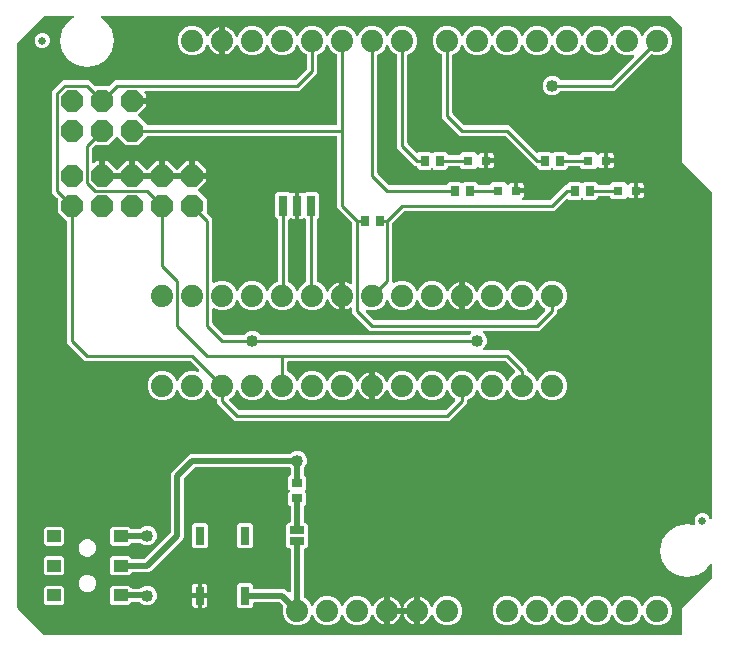
<source format=gbr>
G04 EAGLE Gerber RS-274X export*
G75*
%MOMM*%
%FSLAX34Y34*%
%LPD*%
%INTop Copper*%
%IPPOS*%
%AMOC8*
5,1,8,0,0,1.08239X$1,22.5*%
G01*
%ADD10C,1.879600*%
%ADD11P,2.034460X8X22.500000*%
%ADD12R,0.700000X1.700000*%
%ADD13R,0.800000X0.800000*%
%ADD14R,0.700000X0.900000*%
%ADD15R,1.150000X1.000000*%
%ADD16C,0.635000*%
%ADD17R,0.762000X1.524000*%
%ADD18R,1.270000X0.635000*%
%ADD19R,0.900000X0.700000*%
%ADD20C,0.508000*%
%ADD21C,1.016000*%
%ADD22C,0.254000*%

G36*
X566030Y4334D02*
X566030Y4334D01*
X566149Y4341D01*
X566187Y4354D01*
X566228Y4359D01*
X566338Y4402D01*
X566451Y4439D01*
X566486Y4461D01*
X566523Y4476D01*
X566619Y4545D01*
X566720Y4609D01*
X566748Y4639D01*
X566781Y4662D01*
X566857Y4754D01*
X566938Y4841D01*
X566958Y4876D01*
X566983Y4907D01*
X567034Y5015D01*
X567092Y5119D01*
X567102Y5159D01*
X567119Y5195D01*
X567141Y5312D01*
X567171Y5427D01*
X567175Y5487D01*
X567179Y5507D01*
X567177Y5528D01*
X567181Y5588D01*
X567181Y27189D01*
X592210Y52217D01*
X592270Y52295D01*
X592338Y52368D01*
X592367Y52421D01*
X592404Y52468D01*
X592444Y52559D01*
X592492Y52646D01*
X592507Y52705D01*
X592531Y52760D01*
X592546Y52858D01*
X592571Y52954D01*
X592577Y53054D01*
X592581Y53074D01*
X592579Y53087D01*
X592581Y53115D01*
X592581Y63477D01*
X592568Y63580D01*
X592564Y63685D01*
X592548Y63738D01*
X592541Y63792D01*
X592503Y63889D01*
X592473Y63989D01*
X592445Y64037D01*
X592424Y64088D01*
X592363Y64172D01*
X592309Y64262D01*
X592270Y64301D01*
X592238Y64345D01*
X592157Y64412D01*
X592083Y64485D01*
X592035Y64513D01*
X591993Y64548D01*
X591898Y64593D01*
X591808Y64645D01*
X591755Y64660D01*
X591705Y64684D01*
X591602Y64703D01*
X591502Y64732D01*
X591447Y64733D01*
X591393Y64743D01*
X591288Y64737D01*
X591184Y64740D01*
X591130Y64727D01*
X591075Y64724D01*
X590976Y64691D01*
X590874Y64668D01*
X590825Y64643D01*
X590773Y64626D01*
X590684Y64570D01*
X590592Y64522D01*
X590550Y64485D01*
X590504Y64456D01*
X590432Y64379D01*
X590354Y64310D01*
X590301Y64240D01*
X590286Y64224D01*
X590279Y64211D01*
X590257Y64182D01*
X587558Y60142D01*
X580190Y55220D01*
X571500Y53491D01*
X562810Y55220D01*
X555442Y60142D01*
X550520Y67510D01*
X548791Y76200D01*
X550520Y84890D01*
X555442Y92258D01*
X562810Y97180D01*
X571500Y98909D01*
X576885Y97838D01*
X576900Y97837D01*
X576914Y97832D01*
X577057Y97826D01*
X577202Y97815D01*
X577217Y97818D01*
X577231Y97817D01*
X577372Y97846D01*
X577515Y97872D01*
X577528Y97879D01*
X577543Y97882D01*
X577673Y97945D01*
X577804Y98005D01*
X577815Y98015D01*
X577829Y98021D01*
X577938Y98115D01*
X578050Y98206D01*
X578059Y98218D01*
X578070Y98228D01*
X578153Y98345D01*
X578240Y98462D01*
X578245Y98476D01*
X578254Y98488D01*
X578304Y98622D01*
X578359Y98757D01*
X578361Y98771D01*
X578366Y98785D01*
X578382Y98929D01*
X578402Y99072D01*
X578400Y99086D01*
X578402Y99101D01*
X578381Y99245D01*
X578364Y99388D01*
X578359Y99401D01*
X578357Y99416D01*
X578305Y99568D01*
X577976Y100362D01*
X577976Y102838D01*
X578924Y105125D01*
X580675Y106876D01*
X582962Y107824D01*
X585438Y107824D01*
X587725Y106876D01*
X589476Y105125D01*
X590139Y103524D01*
X590174Y103464D01*
X590200Y103399D01*
X590252Y103326D01*
X590297Y103248D01*
X590345Y103198D01*
X590386Y103142D01*
X590456Y103084D01*
X590518Y103020D01*
X590578Y102983D01*
X590631Y102939D01*
X590713Y102900D01*
X590789Y102853D01*
X590856Y102833D01*
X590919Y102803D01*
X591007Y102786D01*
X591093Y102760D01*
X591163Y102757D01*
X591232Y102743D01*
X591321Y102749D01*
X591411Y102745D01*
X591479Y102759D01*
X591549Y102763D01*
X591634Y102791D01*
X591722Y102809D01*
X591785Y102840D01*
X591851Y102861D01*
X591927Y102909D01*
X592008Y102949D01*
X592061Y102994D01*
X592120Y103031D01*
X592182Y103097D01*
X592250Y103155D01*
X592290Y103212D01*
X592338Y103263D01*
X592381Y103342D01*
X592433Y103415D01*
X592458Y103480D01*
X592492Y103541D01*
X592514Y103628D01*
X592546Y103712D01*
X592554Y103782D01*
X592571Y103849D01*
X592581Y104010D01*
X592581Y378685D01*
X592569Y378784D01*
X592566Y378883D01*
X592549Y378941D01*
X592541Y379001D01*
X592505Y379093D01*
X592477Y379188D01*
X592447Y379240D01*
X592424Y379297D01*
X592366Y379377D01*
X592316Y379462D01*
X592250Y379537D01*
X592238Y379554D01*
X592228Y379562D01*
X592210Y379583D01*
X570083Y401710D01*
X567181Y404611D01*
X567181Y518385D01*
X567169Y518484D01*
X567166Y518583D01*
X567149Y518641D01*
X567141Y518701D01*
X567105Y518793D01*
X567077Y518888D01*
X567047Y518940D01*
X567024Y518997D01*
X566966Y519077D01*
X566916Y519162D01*
X566850Y519237D01*
X566838Y519254D01*
X566828Y519262D01*
X566810Y519283D01*
X557383Y528710D01*
X557305Y528770D01*
X557232Y528838D01*
X557179Y528867D01*
X557132Y528904D01*
X557041Y528944D01*
X556954Y528992D01*
X556895Y529007D01*
X556840Y529031D01*
X556742Y529046D01*
X556646Y529071D01*
X556546Y529077D01*
X556526Y529081D01*
X556513Y529079D01*
X556485Y529081D01*
X76223Y529081D01*
X76120Y529068D01*
X76015Y529064D01*
X75962Y529048D01*
X75908Y529041D01*
X75811Y529003D01*
X75711Y528973D01*
X75663Y528945D01*
X75612Y528924D01*
X75528Y528863D01*
X75438Y528809D01*
X75399Y528770D01*
X75355Y528738D01*
X75288Y528657D01*
X75215Y528583D01*
X75187Y528535D01*
X75152Y528493D01*
X75107Y528398D01*
X75055Y528308D01*
X75040Y528255D01*
X75016Y528205D01*
X74997Y528102D01*
X74968Y528002D01*
X74967Y527947D01*
X74957Y527893D01*
X74963Y527788D01*
X74960Y527684D01*
X74973Y527630D01*
X74976Y527575D01*
X75009Y527476D01*
X75032Y527374D01*
X75057Y527325D01*
X75074Y527273D01*
X75130Y527184D01*
X75178Y527092D01*
X75215Y527050D01*
X75244Y527004D01*
X75321Y526932D01*
X75390Y526854D01*
X75460Y526801D01*
X75476Y526786D01*
X75489Y526779D01*
X75518Y526757D01*
X79558Y524058D01*
X84480Y516690D01*
X86209Y508000D01*
X84480Y499310D01*
X79558Y491942D01*
X72190Y487020D01*
X63500Y485291D01*
X54810Y487020D01*
X47442Y491942D01*
X42520Y499310D01*
X40791Y508000D01*
X42520Y516690D01*
X47442Y524058D01*
X51482Y526757D01*
X51561Y526825D01*
X51645Y526886D01*
X51680Y526929D01*
X51722Y526965D01*
X51782Y527051D01*
X51848Y527131D01*
X51872Y527181D01*
X51903Y527227D01*
X51939Y527325D01*
X51984Y527419D01*
X51994Y527473D01*
X52013Y527525D01*
X52024Y527629D01*
X52043Y527732D01*
X52040Y527787D01*
X52046Y527841D01*
X52030Y527945D01*
X52024Y528049D01*
X52007Y528101D01*
X51999Y528156D01*
X51958Y528252D01*
X51926Y528351D01*
X51896Y528398D01*
X51875Y528449D01*
X51811Y528532D01*
X51756Y528620D01*
X51715Y528658D01*
X51682Y528702D01*
X51600Y528767D01*
X51524Y528838D01*
X51476Y528865D01*
X51432Y528899D01*
X51337Y528941D01*
X51245Y528992D01*
X51192Y529005D01*
X51142Y529028D01*
X51038Y529045D01*
X50937Y529071D01*
X50849Y529077D01*
X50828Y529080D01*
X50813Y529079D01*
X50777Y529081D01*
X27715Y529081D01*
X27616Y529069D01*
X27517Y529066D01*
X27459Y529049D01*
X27399Y529041D01*
X27307Y529005D01*
X27212Y528977D01*
X27160Y528947D01*
X27103Y528924D01*
X27023Y528866D01*
X26938Y528816D01*
X26863Y528750D01*
X26846Y528738D01*
X26838Y528728D01*
X26817Y528710D01*
X4690Y506583D01*
X4630Y506505D01*
X4562Y506433D01*
X4533Y506380D01*
X4496Y506332D01*
X4456Y506241D01*
X4408Y506154D01*
X4393Y506095D01*
X4369Y506040D01*
X4354Y505942D01*
X4329Y505846D01*
X4324Y505767D01*
X4321Y505753D01*
X4322Y505742D01*
X4319Y505726D01*
X4321Y505713D01*
X4319Y505685D01*
X4319Y27715D01*
X4331Y27616D01*
X4334Y27517D01*
X4351Y27459D01*
X4359Y27399D01*
X4395Y27307D01*
X4423Y27212D01*
X4453Y27160D01*
X4476Y27103D01*
X4534Y27023D01*
X4584Y26938D01*
X4650Y26863D01*
X4662Y26846D01*
X4672Y26838D01*
X4690Y26817D01*
X26817Y4690D01*
X26895Y4630D01*
X26968Y4562D01*
X27021Y4533D01*
X27068Y4496D01*
X27159Y4456D01*
X27246Y4408D01*
X27305Y4393D01*
X27360Y4369D01*
X27458Y4354D01*
X27554Y4329D01*
X27654Y4323D01*
X27674Y4319D01*
X27687Y4321D01*
X27715Y4319D01*
X565912Y4319D01*
X566030Y4334D01*
G37*
%LPC*%
G36*
X188711Y186181D02*
X188711Y186181D01*
X173481Y201411D01*
X173481Y203369D01*
X173478Y203398D01*
X173480Y203427D01*
X173458Y203555D01*
X173441Y203684D01*
X173431Y203711D01*
X173426Y203741D01*
X173372Y203859D01*
X173324Y203980D01*
X173307Y204004D01*
X173295Y204031D01*
X173214Y204132D01*
X173138Y204237D01*
X173115Y204256D01*
X173096Y204279D01*
X172993Y204357D01*
X172893Y204440D01*
X172866Y204453D01*
X172842Y204470D01*
X172698Y204541D01*
X170750Y205348D01*
X167248Y208850D01*
X166273Y211205D01*
X166204Y211325D01*
X166139Y211448D01*
X166125Y211463D01*
X166115Y211481D01*
X166018Y211581D01*
X165925Y211684D01*
X165908Y211695D01*
X165894Y211709D01*
X165775Y211782D01*
X165659Y211858D01*
X165640Y211865D01*
X165623Y211876D01*
X165490Y211916D01*
X165358Y211962D01*
X165338Y211963D01*
X165319Y211969D01*
X165180Y211976D01*
X165041Y211987D01*
X165021Y211983D01*
X165001Y211984D01*
X164865Y211956D01*
X164728Y211932D01*
X164709Y211924D01*
X164690Y211920D01*
X164564Y211859D01*
X164438Y211802D01*
X164422Y211789D01*
X164404Y211780D01*
X164298Y211690D01*
X164190Y211603D01*
X164177Y211587D01*
X164162Y211574D01*
X164082Y211460D01*
X163998Y211349D01*
X163986Y211324D01*
X163979Y211314D01*
X163972Y211295D01*
X163927Y211205D01*
X162952Y208850D01*
X159450Y205348D01*
X154876Y203453D01*
X149924Y203453D01*
X145350Y205348D01*
X141848Y208850D01*
X140873Y211205D01*
X140804Y211325D01*
X140739Y211448D01*
X140725Y211463D01*
X140715Y211481D01*
X140618Y211581D01*
X140525Y211684D01*
X140508Y211695D01*
X140494Y211709D01*
X140375Y211782D01*
X140259Y211858D01*
X140240Y211865D01*
X140223Y211876D01*
X140090Y211916D01*
X139958Y211962D01*
X139938Y211963D01*
X139919Y211969D01*
X139780Y211976D01*
X139641Y211987D01*
X139621Y211983D01*
X139601Y211984D01*
X139465Y211956D01*
X139328Y211932D01*
X139309Y211924D01*
X139290Y211920D01*
X139164Y211859D01*
X139038Y211802D01*
X139022Y211789D01*
X139004Y211780D01*
X138898Y211690D01*
X138790Y211603D01*
X138777Y211587D01*
X138762Y211574D01*
X138682Y211460D01*
X138598Y211349D01*
X138586Y211324D01*
X138579Y211314D01*
X138572Y211295D01*
X138527Y211205D01*
X137552Y208850D01*
X134050Y205348D01*
X129476Y203453D01*
X124524Y203453D01*
X119950Y205348D01*
X116448Y208850D01*
X114553Y213424D01*
X114553Y218376D01*
X116448Y222950D01*
X119950Y226452D01*
X124524Y228347D01*
X129476Y228347D01*
X134050Y226452D01*
X137552Y222950D01*
X138527Y220595D01*
X138596Y220475D01*
X138661Y220352D01*
X138675Y220337D01*
X138685Y220319D01*
X138782Y220219D01*
X138875Y220116D01*
X138892Y220105D01*
X138906Y220091D01*
X139024Y220018D01*
X139141Y219942D01*
X139160Y219935D01*
X139177Y219924D01*
X139310Y219884D01*
X139442Y219838D01*
X139462Y219837D01*
X139481Y219831D01*
X139620Y219824D01*
X139759Y219813D01*
X139779Y219817D01*
X139799Y219816D01*
X139935Y219844D01*
X140072Y219868D01*
X140091Y219876D01*
X140110Y219880D01*
X140235Y219941D01*
X140362Y219998D01*
X140378Y220011D01*
X140396Y220020D01*
X140502Y220110D01*
X140610Y220197D01*
X140623Y220213D01*
X140638Y220226D01*
X140718Y220340D01*
X140802Y220451D01*
X140814Y220476D01*
X140821Y220486D01*
X140828Y220505D01*
X140873Y220595D01*
X141848Y222950D01*
X145350Y226452D01*
X149924Y228347D01*
X154876Y228347D01*
X156440Y227699D01*
X156508Y227680D01*
X156572Y227653D01*
X156661Y227638D01*
X156747Y227615D01*
X156817Y227614D01*
X156886Y227603D01*
X156975Y227611D01*
X157065Y227610D01*
X157133Y227626D01*
X157202Y227632D01*
X157287Y227663D01*
X157374Y227684D01*
X157436Y227716D01*
X157502Y227740D01*
X157576Y227791D01*
X157655Y227833D01*
X157707Y227879D01*
X157765Y227919D01*
X157824Y227986D01*
X157891Y228046D01*
X157929Y228105D01*
X157975Y228157D01*
X158016Y228237D01*
X158066Y228312D01*
X158088Y228378D01*
X158120Y228440D01*
X158140Y228528D01*
X158169Y228613D01*
X158174Y228683D01*
X158190Y228751D01*
X158187Y228840D01*
X158194Y228930D01*
X158182Y228999D01*
X158180Y229069D01*
X158155Y229155D01*
X158140Y229243D01*
X158111Y229307D01*
X158092Y229374D01*
X158046Y229451D01*
X158009Y229533D01*
X157965Y229588D01*
X157930Y229648D01*
X157824Y229769D01*
X150983Y236610D01*
X150905Y236670D01*
X150832Y236738D01*
X150779Y236767D01*
X150732Y236804D01*
X150641Y236844D01*
X150554Y236892D01*
X150495Y236907D01*
X150440Y236931D01*
X150342Y236946D01*
X150246Y236971D01*
X150146Y236977D01*
X150126Y236981D01*
X150113Y236979D01*
X150085Y236981D01*
X61711Y236981D01*
X46481Y252211D01*
X46481Y354584D01*
X46466Y354702D01*
X46459Y354821D01*
X46446Y354859D01*
X46441Y354900D01*
X46398Y355010D01*
X46361Y355123D01*
X46339Y355158D01*
X46324Y355195D01*
X46255Y355291D01*
X46191Y355392D01*
X46161Y355420D01*
X46138Y355453D01*
X46046Y355529D01*
X45959Y355610D01*
X45924Y355630D01*
X45893Y355655D01*
X45798Y355700D01*
X38353Y363144D01*
X38353Y373657D01*
X38369Y373693D01*
X38387Y373810D01*
X38414Y373927D01*
X38412Y373967D01*
X38419Y374007D01*
X38408Y374125D01*
X38404Y374245D01*
X38393Y374283D01*
X38389Y374323D01*
X38349Y374436D01*
X38315Y374550D01*
X38295Y374585D01*
X38281Y374623D01*
X38215Y374721D01*
X38154Y374824D01*
X38114Y374869D01*
X38103Y374886D01*
X38088Y374899D01*
X38048Y374945D01*
X33781Y379211D01*
X33781Y465339D01*
X42661Y474219D01*
X65289Y474219D01*
X68190Y471317D01*
X69555Y469952D01*
X69649Y469879D01*
X69738Y469801D01*
X69775Y469782D01*
X69806Y469758D01*
X69916Y469710D01*
X70022Y469656D01*
X70061Y469647D01*
X70098Y469631D01*
X70216Y469612D01*
X70332Y469586D01*
X70372Y469588D01*
X70412Y469581D01*
X70531Y469592D01*
X70650Y469596D01*
X70689Y469607D01*
X70729Y469611D01*
X70828Y469647D01*
X81557Y469647D01*
X81593Y469631D01*
X81710Y469613D01*
X81827Y469586D01*
X81867Y469588D01*
X81907Y469581D01*
X82025Y469592D01*
X82145Y469596D01*
X82183Y469607D01*
X82223Y469611D01*
X82336Y469651D01*
X82450Y469685D01*
X82485Y469705D01*
X82523Y469719D01*
X82621Y469785D01*
X82724Y469846D01*
X82769Y469886D01*
X82786Y469897D01*
X82799Y469912D01*
X82845Y469952D01*
X87111Y474219D01*
X238985Y474219D01*
X239084Y474231D01*
X239183Y474234D01*
X239241Y474251D01*
X239301Y474259D01*
X239393Y474295D01*
X239488Y474323D01*
X239540Y474353D01*
X239597Y474376D01*
X239677Y474434D01*
X239762Y474484D01*
X239837Y474550D01*
X239854Y474562D01*
X239862Y474572D01*
X239883Y474590D01*
X249310Y484017D01*
X249370Y484095D01*
X249438Y484168D01*
X249467Y484221D01*
X249504Y484268D01*
X249544Y484359D01*
X249592Y484446D01*
X249607Y484505D01*
X249631Y484560D01*
X249646Y484658D01*
X249671Y484754D01*
X249677Y484854D01*
X249681Y484874D01*
X249679Y484887D01*
X249681Y484915D01*
X249681Y495469D01*
X249678Y495498D01*
X249680Y495527D01*
X249658Y495655D01*
X249641Y495784D01*
X249631Y495811D01*
X249626Y495841D01*
X249572Y495959D01*
X249524Y496080D01*
X249507Y496104D01*
X249495Y496131D01*
X249414Y496232D01*
X249338Y496337D01*
X249315Y496356D01*
X249296Y496379D01*
X249193Y496457D01*
X249093Y496540D01*
X249066Y496553D01*
X249042Y496570D01*
X248898Y496641D01*
X246950Y497448D01*
X243448Y500950D01*
X242473Y503305D01*
X242404Y503425D01*
X242339Y503548D01*
X242325Y503563D01*
X242315Y503581D01*
X242218Y503681D01*
X242125Y503784D01*
X242108Y503795D01*
X242094Y503809D01*
X241976Y503882D01*
X241859Y503958D01*
X241840Y503965D01*
X241823Y503976D01*
X241690Y504016D01*
X241558Y504062D01*
X241538Y504063D01*
X241519Y504069D01*
X241380Y504076D01*
X241241Y504087D01*
X241221Y504083D01*
X241201Y504084D01*
X241065Y504056D01*
X240928Y504032D01*
X240909Y504024D01*
X240890Y504020D01*
X240765Y503959D01*
X240638Y503902D01*
X240622Y503889D01*
X240604Y503880D01*
X240498Y503790D01*
X240390Y503703D01*
X240377Y503687D01*
X240362Y503674D01*
X240282Y503560D01*
X240198Y503449D01*
X240186Y503424D01*
X240179Y503414D01*
X240172Y503395D01*
X240127Y503305D01*
X239152Y500950D01*
X235650Y497448D01*
X231076Y495553D01*
X226124Y495553D01*
X221550Y497448D01*
X218048Y500950D01*
X217073Y503305D01*
X217004Y503425D01*
X216939Y503548D01*
X216925Y503563D01*
X216915Y503581D01*
X216818Y503681D01*
X216725Y503784D01*
X216708Y503795D01*
X216694Y503809D01*
X216576Y503882D01*
X216459Y503958D01*
X216440Y503965D01*
X216423Y503976D01*
X216290Y504016D01*
X216158Y504062D01*
X216138Y504063D01*
X216119Y504069D01*
X215980Y504076D01*
X215841Y504087D01*
X215821Y504083D01*
X215801Y504084D01*
X215665Y504056D01*
X215528Y504032D01*
X215509Y504024D01*
X215490Y504020D01*
X215365Y503959D01*
X215238Y503902D01*
X215222Y503889D01*
X215204Y503880D01*
X215098Y503790D01*
X214990Y503703D01*
X214977Y503687D01*
X214962Y503674D01*
X214882Y503560D01*
X214798Y503449D01*
X214786Y503424D01*
X214779Y503414D01*
X214772Y503395D01*
X214727Y503305D01*
X213752Y500950D01*
X210250Y497448D01*
X205676Y495553D01*
X200724Y495553D01*
X196150Y497448D01*
X192648Y500950D01*
X191395Y503975D01*
X191380Y504001D01*
X191371Y504030D01*
X191301Y504139D01*
X191237Y504252D01*
X191217Y504273D01*
X191201Y504298D01*
X191106Y504387D01*
X191016Y504480D01*
X190991Y504496D01*
X190969Y504516D01*
X190855Y504579D01*
X190745Y504646D01*
X190716Y504655D01*
X190690Y504669D01*
X190565Y504702D01*
X190441Y504740D01*
X190411Y504741D01*
X190382Y504749D01*
X190252Y504749D01*
X190123Y504755D01*
X190094Y504749D01*
X190064Y504749D01*
X189939Y504717D01*
X189812Y504691D01*
X189785Y504678D01*
X189756Y504670D01*
X189643Y504608D01*
X189526Y504551D01*
X189503Y504532D01*
X189477Y504517D01*
X189383Y504429D01*
X189284Y504345D01*
X189267Y504320D01*
X189245Y504300D01*
X189176Y504191D01*
X189101Y504085D01*
X189090Y504057D01*
X189074Y504032D01*
X189015Y503882D01*
X188864Y503417D01*
X188011Y501743D01*
X186906Y500222D01*
X185578Y498894D01*
X184057Y497789D01*
X182383Y496936D01*
X180596Y496355D01*
X180339Y496315D01*
X180339Y506730D01*
X180324Y506848D01*
X180317Y506967D01*
X180304Y507005D01*
X180299Y507045D01*
X180256Y507156D01*
X180219Y507269D01*
X180197Y507303D01*
X180182Y507341D01*
X180112Y507437D01*
X180049Y507538D01*
X180019Y507566D01*
X179995Y507598D01*
X179904Y507674D01*
X179817Y507756D01*
X179782Y507775D01*
X179751Y507801D01*
X179643Y507852D01*
X179539Y507909D01*
X179499Y507920D01*
X179463Y507937D01*
X179346Y507959D01*
X179231Y507989D01*
X179170Y507993D01*
X179150Y507997D01*
X179130Y507995D01*
X179070Y507999D01*
X176530Y507999D01*
X176412Y507984D01*
X176293Y507977D01*
X176255Y507964D01*
X176214Y507959D01*
X176104Y507915D01*
X175991Y507879D01*
X175956Y507857D01*
X175919Y507842D01*
X175823Y507772D01*
X175722Y507709D01*
X175694Y507679D01*
X175661Y507655D01*
X175586Y507564D01*
X175504Y507477D01*
X175484Y507442D01*
X175459Y507410D01*
X175408Y507303D01*
X175350Y507198D01*
X175340Y507159D01*
X175323Y507123D01*
X175301Y507006D01*
X175271Y506891D01*
X175267Y506830D01*
X175263Y506810D01*
X175265Y506790D01*
X175261Y506730D01*
X175261Y496315D01*
X175004Y496355D01*
X173217Y496936D01*
X171543Y497789D01*
X170022Y498894D01*
X168694Y500222D01*
X167589Y501743D01*
X166736Y503417D01*
X166585Y503882D01*
X166572Y503909D01*
X166565Y503938D01*
X166505Y504053D01*
X166450Y504170D01*
X166431Y504193D01*
X166417Y504219D01*
X166329Y504315D01*
X166247Y504415D01*
X166223Y504432D01*
X166203Y504454D01*
X166094Y504525D01*
X165990Y504602D01*
X165962Y504613D01*
X165937Y504629D01*
X165815Y504671D01*
X165694Y504719D01*
X165664Y504723D01*
X165636Y504732D01*
X165507Y504743D01*
X165378Y504759D01*
X165349Y504755D01*
X165319Y504758D01*
X165191Y504735D01*
X165063Y504719D01*
X165035Y504708D01*
X165006Y504703D01*
X164888Y504650D01*
X164767Y504602D01*
X164743Y504585D01*
X164716Y504573D01*
X164615Y504492D01*
X164510Y504416D01*
X164491Y504393D01*
X164467Y504374D01*
X164390Y504271D01*
X164307Y504171D01*
X164294Y504144D01*
X164276Y504120D01*
X164205Y503975D01*
X162952Y500950D01*
X159450Y497448D01*
X154876Y495553D01*
X149924Y495553D01*
X145350Y497448D01*
X141848Y500950D01*
X139953Y505524D01*
X139953Y510476D01*
X141848Y515050D01*
X145350Y518552D01*
X149924Y520447D01*
X154876Y520447D01*
X159450Y518552D01*
X162952Y515050D01*
X164205Y512025D01*
X164220Y511999D01*
X164229Y511970D01*
X164299Y511861D01*
X164363Y511748D01*
X164384Y511727D01*
X164399Y511702D01*
X164494Y511613D01*
X164584Y511520D01*
X164609Y511504D01*
X164631Y511484D01*
X164745Y511421D01*
X164855Y511354D01*
X164884Y511345D01*
X164910Y511331D01*
X165035Y511298D01*
X165159Y511260D01*
X165189Y511259D01*
X165218Y511251D01*
X165347Y511251D01*
X165477Y511245D01*
X165506Y511251D01*
X165536Y511251D01*
X165661Y511283D01*
X165788Y511309D01*
X165815Y511322D01*
X165844Y511330D01*
X165957Y511392D01*
X166074Y511449D01*
X166097Y511468D01*
X166123Y511483D01*
X166217Y511571D01*
X166316Y511655D01*
X166333Y511680D01*
X166355Y511700D01*
X166424Y511809D01*
X166499Y511915D01*
X166510Y511943D01*
X166526Y511968D01*
X166585Y512118D01*
X166736Y512583D01*
X167589Y514257D01*
X168694Y515778D01*
X170022Y517106D01*
X171543Y518211D01*
X173217Y519064D01*
X175004Y519645D01*
X175261Y519685D01*
X175261Y509270D01*
X175276Y509152D01*
X175283Y509033D01*
X175296Y508995D01*
X175301Y508955D01*
X175344Y508844D01*
X175381Y508731D01*
X175403Y508697D01*
X175418Y508659D01*
X175488Y508563D01*
X175551Y508462D01*
X175581Y508434D01*
X175604Y508402D01*
X175696Y508326D01*
X175783Y508244D01*
X175818Y508225D01*
X175849Y508199D01*
X175957Y508148D01*
X176061Y508091D01*
X176101Y508080D01*
X176137Y508063D01*
X176254Y508041D01*
X176369Y508011D01*
X176430Y508007D01*
X176450Y508003D01*
X176470Y508005D01*
X176530Y508001D01*
X179070Y508001D01*
X179188Y508016D01*
X179307Y508023D01*
X179345Y508036D01*
X179385Y508041D01*
X179496Y508085D01*
X179609Y508121D01*
X179644Y508143D01*
X179681Y508158D01*
X179777Y508228D01*
X179878Y508291D01*
X179906Y508321D01*
X179939Y508345D01*
X180014Y508436D01*
X180096Y508523D01*
X180116Y508558D01*
X180141Y508590D01*
X180192Y508697D01*
X180250Y508802D01*
X180260Y508841D01*
X180277Y508877D01*
X180299Y508994D01*
X180329Y509109D01*
X180333Y509170D01*
X180337Y509190D01*
X180335Y509210D01*
X180339Y509270D01*
X180339Y519685D01*
X180596Y519645D01*
X182383Y519064D01*
X184057Y518211D01*
X185578Y517106D01*
X186906Y515778D01*
X188011Y514257D01*
X188864Y512583D01*
X189015Y512118D01*
X189028Y512091D01*
X189035Y512062D01*
X189095Y511948D01*
X189150Y511830D01*
X189169Y511807D01*
X189183Y511781D01*
X189270Y511685D01*
X189353Y511585D01*
X189377Y511568D01*
X189397Y511546D01*
X189506Y511474D01*
X189610Y511398D01*
X189638Y511387D01*
X189663Y511371D01*
X189786Y511329D01*
X189906Y511281D01*
X189936Y511277D01*
X189964Y511268D01*
X190093Y511257D01*
X190221Y511241D01*
X190251Y511245D01*
X190281Y511242D01*
X190409Y511265D01*
X190537Y511281D01*
X190565Y511292D01*
X190594Y511297D01*
X190712Y511350D01*
X190833Y511398D01*
X190857Y511415D01*
X190884Y511427D01*
X190985Y511508D01*
X191090Y511584D01*
X191109Y511607D01*
X191133Y511626D01*
X191211Y511730D01*
X191293Y511829D01*
X191306Y511856D01*
X191324Y511880D01*
X191395Y512025D01*
X192648Y515050D01*
X196150Y518552D01*
X200724Y520447D01*
X205676Y520447D01*
X210250Y518552D01*
X213752Y515050D01*
X214727Y512695D01*
X214796Y512575D01*
X214861Y512452D01*
X214875Y512437D01*
X214885Y512419D01*
X214982Y512319D01*
X215075Y512216D01*
X215092Y512205D01*
X215106Y512191D01*
X215225Y512118D01*
X215341Y512042D01*
X215360Y512035D01*
X215377Y512024D01*
X215510Y511984D01*
X215642Y511938D01*
X215662Y511937D01*
X215681Y511931D01*
X215820Y511924D01*
X215959Y511913D01*
X215979Y511917D01*
X215999Y511916D01*
X216135Y511944D01*
X216272Y511968D01*
X216291Y511976D01*
X216310Y511980D01*
X216436Y512041D01*
X216562Y512098D01*
X216578Y512111D01*
X216596Y512120D01*
X216702Y512210D01*
X216810Y512297D01*
X216823Y512313D01*
X216838Y512326D01*
X216918Y512440D01*
X217002Y512551D01*
X217014Y512576D01*
X217021Y512586D01*
X217028Y512605D01*
X217073Y512695D01*
X218048Y515050D01*
X221550Y518552D01*
X226124Y520447D01*
X231076Y520447D01*
X235650Y518552D01*
X239152Y515050D01*
X240127Y512695D01*
X240196Y512575D01*
X240261Y512452D01*
X240275Y512437D01*
X240285Y512419D01*
X240382Y512319D01*
X240475Y512216D01*
X240492Y512205D01*
X240506Y512191D01*
X240625Y512118D01*
X240741Y512042D01*
X240760Y512035D01*
X240777Y512024D01*
X240910Y511984D01*
X241042Y511938D01*
X241062Y511937D01*
X241081Y511931D01*
X241220Y511924D01*
X241359Y511913D01*
X241379Y511917D01*
X241399Y511916D01*
X241535Y511944D01*
X241672Y511968D01*
X241691Y511976D01*
X241710Y511980D01*
X241836Y512041D01*
X241962Y512098D01*
X241978Y512111D01*
X241996Y512120D01*
X242102Y512210D01*
X242210Y512297D01*
X242223Y512313D01*
X242238Y512326D01*
X242318Y512440D01*
X242402Y512551D01*
X242414Y512576D01*
X242421Y512586D01*
X242428Y512605D01*
X242473Y512695D01*
X243448Y515050D01*
X246950Y518552D01*
X251524Y520447D01*
X256476Y520447D01*
X261050Y518552D01*
X264552Y515050D01*
X265527Y512695D01*
X265596Y512575D01*
X265661Y512452D01*
X265675Y512437D01*
X265685Y512419D01*
X265782Y512319D01*
X265875Y512216D01*
X265892Y512205D01*
X265906Y512191D01*
X266025Y512118D01*
X266141Y512042D01*
X266160Y512035D01*
X266177Y512024D01*
X266310Y511984D01*
X266442Y511938D01*
X266462Y511937D01*
X266481Y511931D01*
X266620Y511924D01*
X266759Y511913D01*
X266779Y511917D01*
X266799Y511916D01*
X266935Y511944D01*
X267072Y511968D01*
X267091Y511976D01*
X267110Y511980D01*
X267236Y512041D01*
X267362Y512098D01*
X267378Y512111D01*
X267396Y512120D01*
X267502Y512210D01*
X267610Y512297D01*
X267623Y512313D01*
X267638Y512326D01*
X267718Y512440D01*
X267802Y512551D01*
X267814Y512576D01*
X267821Y512586D01*
X267828Y512605D01*
X267873Y512695D01*
X268848Y515050D01*
X272350Y518552D01*
X276924Y520447D01*
X281876Y520447D01*
X286450Y518552D01*
X289952Y515050D01*
X290927Y512695D01*
X290996Y512575D01*
X291061Y512452D01*
X291075Y512437D01*
X291085Y512419D01*
X291182Y512319D01*
X291275Y512216D01*
X291292Y512205D01*
X291306Y512191D01*
X291425Y512118D01*
X291541Y512042D01*
X291560Y512035D01*
X291577Y512024D01*
X291710Y511984D01*
X291842Y511938D01*
X291862Y511937D01*
X291881Y511931D01*
X292020Y511924D01*
X292159Y511913D01*
X292179Y511917D01*
X292199Y511916D01*
X292335Y511944D01*
X292472Y511968D01*
X292491Y511976D01*
X292510Y511980D01*
X292636Y512041D01*
X292762Y512098D01*
X292778Y512111D01*
X292796Y512120D01*
X292902Y512210D01*
X293010Y512297D01*
X293023Y512313D01*
X293038Y512326D01*
X293118Y512440D01*
X293202Y512551D01*
X293214Y512576D01*
X293221Y512586D01*
X293228Y512605D01*
X293273Y512695D01*
X294248Y515050D01*
X297750Y518552D01*
X302324Y520447D01*
X307276Y520447D01*
X311850Y518552D01*
X315352Y515050D01*
X316327Y512695D01*
X316396Y512575D01*
X316461Y512452D01*
X316475Y512437D01*
X316485Y512419D01*
X316582Y512319D01*
X316675Y512216D01*
X316692Y512205D01*
X316706Y512191D01*
X316825Y512118D01*
X316941Y512042D01*
X316960Y512035D01*
X316977Y512024D01*
X317110Y511984D01*
X317242Y511938D01*
X317262Y511937D01*
X317281Y511931D01*
X317420Y511924D01*
X317559Y511913D01*
X317579Y511917D01*
X317599Y511916D01*
X317735Y511944D01*
X317872Y511968D01*
X317891Y511976D01*
X317910Y511980D01*
X318036Y512041D01*
X318162Y512098D01*
X318178Y512111D01*
X318196Y512120D01*
X318302Y512210D01*
X318410Y512297D01*
X318423Y512313D01*
X318438Y512326D01*
X318518Y512440D01*
X318602Y512551D01*
X318614Y512576D01*
X318621Y512586D01*
X318628Y512605D01*
X318673Y512695D01*
X319648Y515050D01*
X323150Y518552D01*
X327724Y520447D01*
X332676Y520447D01*
X337250Y518552D01*
X340752Y515050D01*
X342647Y510476D01*
X342647Y505524D01*
X340752Y500950D01*
X337250Y497448D01*
X335302Y496641D01*
X335277Y496627D01*
X335249Y496617D01*
X335139Y496548D01*
X335026Y496484D01*
X335005Y496463D01*
X334980Y496447D01*
X334891Y496353D01*
X334798Y496262D01*
X334782Y496237D01*
X334762Y496216D01*
X334699Y496102D01*
X334631Y495991D01*
X334623Y495963D01*
X334608Y495937D01*
X334576Y495811D01*
X334538Y495687D01*
X334536Y495658D01*
X334529Y495629D01*
X334519Y495469D01*
X334519Y421415D01*
X334531Y421316D01*
X334534Y421217D01*
X334551Y421159D01*
X334559Y421099D01*
X334595Y421007D01*
X334623Y420912D01*
X334653Y420860D01*
X334676Y420803D01*
X334734Y420723D01*
X334784Y420638D01*
X334850Y420563D01*
X334862Y420546D01*
X334872Y420538D01*
X334890Y420517D01*
X342001Y413407D01*
X342095Y413334D01*
X342184Y413255D01*
X342220Y413237D01*
X342252Y413212D01*
X342361Y413165D01*
X342467Y413111D01*
X342506Y413102D01*
X342544Y413086D01*
X342661Y413067D01*
X342777Y413041D01*
X342818Y413042D01*
X342858Y413036D01*
X342976Y413047D01*
X343095Y413051D01*
X343134Y413062D01*
X343174Y413066D01*
X343287Y413106D01*
X343401Y413139D01*
X343436Y413160D01*
X343474Y413173D01*
X343572Y413240D01*
X343675Y413301D01*
X343720Y413341D01*
X343737Y413352D01*
X343750Y413367D01*
X343796Y413407D01*
X344337Y413949D01*
X353863Y413949D01*
X354702Y413109D01*
X354796Y413036D01*
X354886Y412957D01*
X354922Y412939D01*
X354954Y412914D01*
X355063Y412867D01*
X355169Y412813D01*
X355208Y412804D01*
X355246Y412788D01*
X355363Y412769D01*
X355479Y412743D01*
X355520Y412744D01*
X355560Y412738D01*
X355678Y412749D01*
X355797Y412753D01*
X355836Y412764D01*
X355876Y412768D01*
X355989Y412808D01*
X356103Y412841D01*
X356137Y412862D01*
X356176Y412875D01*
X356274Y412942D01*
X356377Y413003D01*
X356422Y413043D01*
X356439Y413054D01*
X356452Y413069D01*
X356497Y413109D01*
X357337Y413949D01*
X366863Y413949D01*
X368649Y412163D01*
X368649Y411988D01*
X368664Y411870D01*
X368671Y411751D01*
X368684Y411713D01*
X368689Y411672D01*
X368732Y411562D01*
X368769Y411449D01*
X368791Y411414D01*
X368806Y411377D01*
X368875Y411281D01*
X368939Y411180D01*
X368969Y411152D01*
X368992Y411119D01*
X369084Y411043D01*
X369171Y410962D01*
X369206Y410942D01*
X369237Y410917D01*
X369345Y410866D01*
X369449Y410808D01*
X369489Y410798D01*
X369525Y410781D01*
X369642Y410759D01*
X369757Y410729D01*
X369817Y410725D01*
X369837Y410721D01*
X369858Y410723D01*
X369918Y410719D01*
X377882Y410719D01*
X378000Y410734D01*
X378119Y410741D01*
X378157Y410754D01*
X378198Y410759D01*
X378308Y410802D01*
X378421Y410839D01*
X378456Y410861D01*
X378493Y410876D01*
X378589Y410945D01*
X378690Y411009D01*
X378718Y411039D01*
X378751Y411062D01*
X378827Y411154D01*
X378908Y411241D01*
X378928Y411276D01*
X378953Y411307D01*
X379004Y411415D01*
X379062Y411519D01*
X379072Y411559D01*
X379089Y411595D01*
X379090Y411602D01*
X380937Y413449D01*
X391463Y413449D01*
X393186Y411725D01*
X393286Y411648D01*
X393381Y411566D01*
X393411Y411551D01*
X393438Y411530D01*
X393553Y411480D01*
X393666Y411424D01*
X393699Y411417D01*
X393730Y411404D01*
X393854Y411384D01*
X393977Y411358D01*
X394010Y411359D01*
X394044Y411354D01*
X394169Y411366D01*
X394294Y411371D01*
X394327Y411381D01*
X394360Y411384D01*
X394479Y411426D01*
X394599Y411463D01*
X394628Y411480D01*
X394660Y411491D01*
X394763Y411562D01*
X394871Y411627D01*
X394895Y411651D01*
X394923Y411670D01*
X395006Y411764D01*
X395094Y411854D01*
X395121Y411895D01*
X395133Y411908D01*
X395143Y411928D01*
X395160Y411953D01*
X395640Y412433D01*
X396219Y412768D01*
X396866Y412941D01*
X399201Y412941D01*
X399201Y407130D01*
X399216Y407012D01*
X399223Y406893D01*
X399235Y406855D01*
X399241Y406815D01*
X399284Y406704D01*
X399321Y406591D01*
X399343Y406557D01*
X399358Y406519D01*
X399427Y406423D01*
X399438Y406406D01*
X399424Y406382D01*
X399399Y406350D01*
X399348Y406243D01*
X399290Y406138D01*
X399280Y406099D01*
X399263Y406063D01*
X399241Y405946D01*
X399211Y405830D01*
X399207Y405770D01*
X399203Y405750D01*
X399205Y405730D01*
X399201Y405670D01*
X399201Y399859D01*
X396866Y399859D01*
X396219Y400032D01*
X395640Y400367D01*
X395146Y400861D01*
X395107Y400912D01*
X395037Y401016D01*
X395011Y401038D01*
X394991Y401065D01*
X394892Y401143D01*
X394798Y401227D01*
X394768Y401242D01*
X394742Y401263D01*
X394627Y401314D01*
X394515Y401371D01*
X394482Y401379D01*
X394451Y401392D01*
X394327Y401413D01*
X394205Y401441D01*
X394171Y401440D01*
X394138Y401445D01*
X394012Y401435D01*
X393887Y401431D01*
X393854Y401422D01*
X393821Y401419D01*
X393702Y401378D01*
X393581Y401343D01*
X393552Y401326D01*
X393520Y401315D01*
X393416Y401245D01*
X393307Y401181D01*
X393271Y401149D01*
X393255Y401139D01*
X393241Y401123D01*
X393186Y401075D01*
X391463Y399351D01*
X380937Y399351D01*
X379079Y401209D01*
X379068Y401238D01*
X379031Y401351D01*
X379009Y401386D01*
X378994Y401423D01*
X378925Y401519D01*
X378861Y401620D01*
X378831Y401648D01*
X378808Y401681D01*
X378716Y401757D01*
X378629Y401838D01*
X378594Y401858D01*
X378563Y401883D01*
X378455Y401934D01*
X378351Y401992D01*
X378311Y402002D01*
X378275Y402019D01*
X378158Y402041D01*
X378043Y402071D01*
X377983Y402075D01*
X377963Y402079D01*
X377942Y402077D01*
X377882Y402081D01*
X369918Y402081D01*
X369800Y402066D01*
X369681Y402059D01*
X369643Y402046D01*
X369602Y402041D01*
X369492Y401998D01*
X369379Y401961D01*
X369344Y401939D01*
X369307Y401924D01*
X369211Y401855D01*
X369110Y401791D01*
X369082Y401761D01*
X369049Y401738D01*
X368973Y401646D01*
X368892Y401559D01*
X368872Y401524D01*
X368847Y401493D01*
X368796Y401385D01*
X368738Y401281D01*
X368728Y401241D01*
X368711Y401205D01*
X368689Y401088D01*
X368659Y400973D01*
X368655Y400913D01*
X368651Y400893D01*
X368653Y400872D01*
X368649Y400812D01*
X368649Y400637D01*
X366863Y398851D01*
X357337Y398851D01*
X356497Y399691D01*
X356403Y399764D01*
X356314Y399843D01*
X356278Y399861D01*
X356246Y399886D01*
X356137Y399933D01*
X356031Y399987D01*
X355992Y399996D01*
X355954Y400012D01*
X355837Y400031D01*
X355721Y400057D01*
X355680Y400056D01*
X355640Y400062D01*
X355522Y400051D01*
X355403Y400047D01*
X355364Y400036D01*
X355324Y400032D01*
X355212Y399992D01*
X355097Y399959D01*
X355062Y399938D01*
X355024Y399925D01*
X354926Y399858D01*
X354823Y399797D01*
X354778Y399758D01*
X354761Y399746D01*
X354748Y399731D01*
X354702Y399691D01*
X353863Y398851D01*
X344337Y398851D01*
X342551Y400637D01*
X342551Y400812D01*
X342536Y400930D01*
X342529Y401049D01*
X342516Y401087D01*
X342511Y401128D01*
X342468Y401238D01*
X342431Y401351D01*
X342409Y401386D01*
X342394Y401423D01*
X342325Y401519D01*
X342261Y401620D01*
X342231Y401648D01*
X342208Y401681D01*
X342116Y401757D01*
X342029Y401838D01*
X341994Y401858D01*
X341963Y401883D01*
X341855Y401934D01*
X341751Y401992D01*
X341711Y402002D01*
X341675Y402019D01*
X341558Y402041D01*
X341443Y402071D01*
X341383Y402075D01*
X341363Y402079D01*
X341342Y402077D01*
X341282Y402081D01*
X341111Y402081D01*
X325881Y417311D01*
X325881Y495469D01*
X325878Y495498D01*
X325880Y495527D01*
X325858Y495655D01*
X325841Y495784D01*
X325831Y495811D01*
X325826Y495841D01*
X325772Y495959D01*
X325724Y496080D01*
X325707Y496104D01*
X325695Y496131D01*
X325614Y496232D01*
X325538Y496337D01*
X325515Y496356D01*
X325496Y496379D01*
X325393Y496457D01*
X325293Y496540D01*
X325266Y496553D01*
X325242Y496570D01*
X325098Y496641D01*
X323150Y497448D01*
X319648Y500950D01*
X318673Y503305D01*
X318604Y503425D01*
X318539Y503548D01*
X318525Y503563D01*
X318515Y503581D01*
X318418Y503681D01*
X318325Y503784D01*
X318308Y503795D01*
X318294Y503809D01*
X318176Y503882D01*
X318059Y503958D01*
X318040Y503965D01*
X318023Y503976D01*
X317890Y504016D01*
X317758Y504062D01*
X317738Y504063D01*
X317719Y504069D01*
X317580Y504076D01*
X317441Y504087D01*
X317421Y504083D01*
X317401Y504084D01*
X317265Y504056D01*
X317128Y504032D01*
X317109Y504024D01*
X317090Y504020D01*
X316965Y503959D01*
X316838Y503902D01*
X316822Y503889D01*
X316804Y503880D01*
X316698Y503790D01*
X316590Y503703D01*
X316577Y503687D01*
X316562Y503674D01*
X316482Y503560D01*
X316398Y503449D01*
X316386Y503424D01*
X316379Y503414D01*
X316372Y503395D01*
X316327Y503305D01*
X315352Y500950D01*
X311850Y497448D01*
X309902Y496641D01*
X309877Y496627D01*
X309849Y496617D01*
X309739Y496548D01*
X309626Y496484D01*
X309605Y496463D01*
X309580Y496447D01*
X309491Y496353D01*
X309398Y496262D01*
X309382Y496237D01*
X309362Y496216D01*
X309299Y496102D01*
X309231Y495991D01*
X309223Y495963D01*
X309208Y495937D01*
X309176Y495811D01*
X309138Y495687D01*
X309136Y495658D01*
X309129Y495629D01*
X309119Y495469D01*
X309119Y396015D01*
X309131Y395916D01*
X309134Y395817D01*
X309151Y395759D01*
X309159Y395699D01*
X309195Y395607D01*
X309223Y395512D01*
X309253Y395460D01*
X309276Y395403D01*
X309334Y395323D01*
X309384Y395238D01*
X309450Y395163D01*
X309462Y395146D01*
X309472Y395138D01*
X309490Y395117D01*
X318917Y385690D01*
X318995Y385630D01*
X319068Y385562D01*
X319121Y385533D01*
X319168Y385496D01*
X319259Y385456D01*
X319346Y385408D01*
X319405Y385393D01*
X319460Y385369D01*
X319558Y385354D01*
X319654Y385329D01*
X319754Y385323D01*
X319774Y385319D01*
X319787Y385321D01*
X319815Y385319D01*
X366682Y385319D01*
X366800Y385334D01*
X366919Y385341D01*
X366957Y385354D01*
X366998Y385359D01*
X367108Y385402D01*
X367221Y385439D01*
X367256Y385461D01*
X367293Y385476D01*
X367389Y385545D01*
X367490Y385609D01*
X367518Y385639D01*
X367551Y385662D01*
X367627Y385754D01*
X367708Y385841D01*
X367728Y385876D01*
X367753Y385907D01*
X367804Y386015D01*
X367862Y386119D01*
X367872Y386159D01*
X367889Y386195D01*
X367911Y386312D01*
X367941Y386427D01*
X367945Y386487D01*
X367949Y386507D01*
X367947Y386528D01*
X367951Y386588D01*
X367951Y386763D01*
X369737Y388549D01*
X379263Y388549D01*
X380103Y387709D01*
X380197Y387636D01*
X380286Y387557D01*
X380322Y387539D01*
X380354Y387514D01*
X380463Y387467D01*
X380569Y387413D01*
X380608Y387404D01*
X380646Y387388D01*
X380763Y387369D01*
X380879Y387343D01*
X380920Y387344D01*
X380960Y387338D01*
X381078Y387349D01*
X381197Y387353D01*
X381236Y387364D01*
X381276Y387368D01*
X381388Y387408D01*
X381503Y387441D01*
X381538Y387462D01*
X381576Y387475D01*
X381674Y387542D01*
X381777Y387603D01*
X381822Y387642D01*
X381839Y387654D01*
X381852Y387669D01*
X381898Y387709D01*
X382737Y388549D01*
X392263Y388549D01*
X394049Y386763D01*
X394049Y386588D01*
X394064Y386470D01*
X394071Y386351D01*
X394084Y386313D01*
X394089Y386272D01*
X394132Y386162D01*
X394169Y386049D01*
X394191Y386014D01*
X394206Y385977D01*
X394275Y385881D01*
X394339Y385780D01*
X394369Y385752D01*
X394392Y385719D01*
X394484Y385643D01*
X394571Y385562D01*
X394606Y385542D01*
X394637Y385517D01*
X394745Y385466D01*
X394849Y385408D01*
X394889Y385398D01*
X394925Y385381D01*
X395042Y385359D01*
X395157Y385329D01*
X395217Y385325D01*
X395237Y385321D01*
X395258Y385323D01*
X395318Y385319D01*
X403282Y385319D01*
X403400Y385334D01*
X403519Y385341D01*
X403557Y385354D01*
X403598Y385359D01*
X403708Y385402D01*
X403821Y385439D01*
X403856Y385461D01*
X403893Y385476D01*
X403989Y385545D01*
X404090Y385609D01*
X404118Y385639D01*
X404151Y385662D01*
X404227Y385754D01*
X404308Y385841D01*
X404328Y385876D01*
X404353Y385907D01*
X404404Y386015D01*
X404462Y386119D01*
X404472Y386159D01*
X404489Y386195D01*
X404490Y386202D01*
X406337Y388049D01*
X416863Y388049D01*
X418586Y386325D01*
X418686Y386248D01*
X418781Y386166D01*
X418811Y386151D01*
X418838Y386130D01*
X418953Y386080D01*
X419066Y386024D01*
X419099Y386017D01*
X419130Y386004D01*
X419254Y385984D01*
X419377Y385958D01*
X419410Y385959D01*
X419444Y385954D01*
X419569Y385966D01*
X419694Y385971D01*
X419727Y385981D01*
X419760Y385984D01*
X419879Y386026D01*
X419999Y386063D01*
X420028Y386080D01*
X420060Y386091D01*
X420163Y386162D01*
X420271Y386227D01*
X420295Y386251D01*
X420323Y386270D01*
X420406Y386364D01*
X420494Y386454D01*
X420521Y386495D01*
X420533Y386508D01*
X420543Y386528D01*
X420560Y386553D01*
X421040Y387033D01*
X421619Y387368D01*
X422266Y387541D01*
X424601Y387541D01*
X424601Y381730D01*
X424616Y381612D01*
X424623Y381493D01*
X424635Y381455D01*
X424641Y381415D01*
X424684Y381304D01*
X424721Y381191D01*
X424743Y381157D01*
X424758Y381119D01*
X424827Y381023D01*
X424891Y380922D01*
X424921Y380894D01*
X424944Y380862D01*
X425036Y380786D01*
X425123Y380704D01*
X425158Y380685D01*
X425189Y380659D01*
X425297Y380608D01*
X425401Y380551D01*
X425441Y380541D01*
X425477Y380523D01*
X425594Y380501D01*
X425709Y380471D01*
X425769Y380467D01*
X425789Y380464D01*
X425810Y380465D01*
X425870Y380461D01*
X426061Y380461D01*
X426061Y380270D01*
X426076Y380152D01*
X426083Y380033D01*
X426096Y379995D01*
X426101Y379954D01*
X426145Y379844D01*
X426181Y379731D01*
X426203Y379696D01*
X426218Y379659D01*
X426288Y379562D01*
X426351Y379462D01*
X426381Y379434D01*
X426405Y379401D01*
X426496Y379325D01*
X426583Y379244D01*
X426618Y379224D01*
X426650Y379199D01*
X426757Y379148D01*
X426862Y379090D01*
X426901Y379080D01*
X426937Y379063D01*
X427054Y379041D01*
X427170Y379011D01*
X427230Y379007D01*
X427250Y379003D01*
X427270Y379005D01*
X427330Y379001D01*
X433141Y379001D01*
X433141Y376666D01*
X432968Y376019D01*
X432633Y375440D01*
X432134Y374940D01*
X432079Y374899D01*
X431961Y374814D01*
X431953Y374803D01*
X431942Y374795D01*
X431852Y374681D01*
X431758Y374569D01*
X431753Y374556D01*
X431744Y374546D01*
X431685Y374412D01*
X431623Y374281D01*
X431620Y374268D01*
X431615Y374255D01*
X431590Y374111D01*
X431563Y373968D01*
X431564Y373955D01*
X431562Y373942D01*
X431574Y373794D01*
X431583Y373651D01*
X431587Y373638D01*
X431588Y373625D01*
X431636Y373486D01*
X431681Y373349D01*
X431688Y373337D01*
X431692Y373324D01*
X431773Y373203D01*
X431851Y373080D01*
X431861Y373071D01*
X431868Y373059D01*
X431976Y372962D01*
X432083Y372862D01*
X432094Y372855D01*
X432104Y372846D01*
X432234Y372779D01*
X432361Y372708D01*
X432374Y372705D01*
X432386Y372699D01*
X432528Y372665D01*
X432669Y372629D01*
X432687Y372628D01*
X432696Y372626D01*
X432713Y372626D01*
X432830Y372619D01*
X454885Y372619D01*
X454984Y372631D01*
X455083Y372634D01*
X455141Y372651D01*
X455201Y372659D01*
X455293Y372695D01*
X455388Y372723D01*
X455440Y372753D01*
X455497Y372776D01*
X455577Y372834D01*
X455662Y372884D01*
X455737Y372950D01*
X455754Y372962D01*
X455762Y372972D01*
X455783Y372990D01*
X468111Y385319D01*
X468282Y385319D01*
X468400Y385334D01*
X468519Y385341D01*
X468557Y385354D01*
X468598Y385359D01*
X468708Y385402D01*
X468821Y385439D01*
X468856Y385461D01*
X468893Y385476D01*
X468989Y385545D01*
X469090Y385609D01*
X469118Y385639D01*
X469151Y385662D01*
X469227Y385754D01*
X469308Y385841D01*
X469328Y385876D01*
X469353Y385907D01*
X469404Y386015D01*
X469462Y386119D01*
X469472Y386159D01*
X469489Y386195D01*
X469511Y386312D01*
X469541Y386427D01*
X469545Y386487D01*
X469549Y386507D01*
X469547Y386528D01*
X469551Y386588D01*
X469551Y386763D01*
X471337Y388549D01*
X480863Y388549D01*
X481702Y387709D01*
X481796Y387636D01*
X481886Y387557D01*
X481922Y387539D01*
X481954Y387514D01*
X482063Y387467D01*
X482169Y387413D01*
X482208Y387404D01*
X482246Y387388D01*
X482363Y387369D01*
X482479Y387343D01*
X482520Y387344D01*
X482560Y387338D01*
X482678Y387349D01*
X482797Y387353D01*
X482836Y387364D01*
X482876Y387368D01*
X482989Y387408D01*
X483103Y387441D01*
X483137Y387462D01*
X483176Y387475D01*
X483274Y387542D01*
X483377Y387603D01*
X483422Y387643D01*
X483439Y387654D01*
X483452Y387669D01*
X483497Y387709D01*
X484337Y388549D01*
X493863Y388549D01*
X495649Y386763D01*
X495649Y386588D01*
X495664Y386470D01*
X495671Y386351D01*
X495684Y386313D01*
X495689Y386272D01*
X495732Y386162D01*
X495769Y386049D01*
X495791Y386014D01*
X495806Y385977D01*
X495875Y385881D01*
X495939Y385780D01*
X495969Y385752D01*
X495992Y385719D01*
X496084Y385643D01*
X496171Y385562D01*
X496206Y385542D01*
X496237Y385517D01*
X496345Y385466D01*
X496449Y385408D01*
X496489Y385398D01*
X496525Y385381D01*
X496642Y385359D01*
X496757Y385329D01*
X496817Y385325D01*
X496837Y385321D01*
X496858Y385323D01*
X496918Y385319D01*
X504882Y385319D01*
X505000Y385334D01*
X505119Y385341D01*
X505157Y385354D01*
X505198Y385359D01*
X505308Y385402D01*
X505421Y385439D01*
X505456Y385461D01*
X505493Y385476D01*
X505589Y385545D01*
X505690Y385609D01*
X505718Y385639D01*
X505751Y385662D01*
X505827Y385754D01*
X505908Y385841D01*
X505928Y385876D01*
X505953Y385907D01*
X506004Y386015D01*
X506062Y386119D01*
X506072Y386159D01*
X506089Y386195D01*
X506090Y386202D01*
X507937Y388049D01*
X518463Y388049D01*
X520186Y386325D01*
X520286Y386248D01*
X520381Y386166D01*
X520411Y386151D01*
X520438Y386130D01*
X520553Y386080D01*
X520666Y386024D01*
X520699Y386017D01*
X520730Y386004D01*
X520854Y385984D01*
X520977Y385958D01*
X521010Y385959D01*
X521044Y385954D01*
X521169Y385966D01*
X521295Y385971D01*
X521327Y385981D01*
X521360Y385984D01*
X521479Y386026D01*
X521599Y386063D01*
X521628Y386080D01*
X521660Y386091D01*
X521764Y386162D01*
X521871Y386227D01*
X521895Y386251D01*
X521923Y386270D01*
X522006Y386364D01*
X522094Y386454D01*
X522121Y386495D01*
X522133Y386508D01*
X522143Y386528D01*
X522160Y386553D01*
X522640Y387033D01*
X523219Y387368D01*
X523866Y387541D01*
X526201Y387541D01*
X526201Y381730D01*
X526216Y381612D01*
X526223Y381493D01*
X526235Y381455D01*
X526241Y381415D01*
X526284Y381304D01*
X526321Y381191D01*
X526343Y381157D01*
X526358Y381119D01*
X526427Y381023D01*
X526438Y381006D01*
X526424Y380982D01*
X526399Y380950D01*
X526348Y380843D01*
X526290Y380738D01*
X526280Y380699D01*
X526263Y380663D01*
X526241Y380546D01*
X526211Y380430D01*
X526207Y380370D01*
X526203Y380350D01*
X526205Y380330D01*
X526201Y380270D01*
X526201Y374459D01*
X523866Y374459D01*
X523219Y374632D01*
X522640Y374967D01*
X522146Y375461D01*
X522107Y375512D01*
X522036Y375616D01*
X522011Y375638D01*
X521991Y375665D01*
X521892Y375743D01*
X521798Y375827D01*
X521768Y375842D01*
X521742Y375863D01*
X521627Y375914D01*
X521515Y375971D01*
X521482Y375979D01*
X521451Y375992D01*
X521327Y376013D01*
X521205Y376041D01*
X521171Y376040D01*
X521138Y376045D01*
X521013Y376035D01*
X520887Y376031D01*
X520854Y376022D01*
X520821Y376019D01*
X520702Y375978D01*
X520581Y375943D01*
X520552Y375926D01*
X520520Y375915D01*
X520416Y375845D01*
X520307Y375781D01*
X520271Y375749D01*
X520255Y375739D01*
X520241Y375723D01*
X520186Y375675D01*
X518463Y373951D01*
X507937Y373951D01*
X506079Y375809D01*
X506068Y375838D01*
X506031Y375951D01*
X506009Y375986D01*
X505994Y376023D01*
X505925Y376119D01*
X505861Y376220D01*
X505831Y376248D01*
X505808Y376281D01*
X505716Y376357D01*
X505629Y376438D01*
X505594Y376458D01*
X505563Y376483D01*
X505455Y376534D01*
X505351Y376592D01*
X505311Y376602D01*
X505275Y376619D01*
X505158Y376641D01*
X505043Y376671D01*
X504983Y376675D01*
X504963Y376679D01*
X504942Y376677D01*
X504882Y376681D01*
X496918Y376681D01*
X496800Y376666D01*
X496681Y376659D01*
X496643Y376646D01*
X496602Y376641D01*
X496492Y376598D01*
X496379Y376561D01*
X496344Y376539D01*
X496307Y376524D01*
X496211Y376455D01*
X496110Y376391D01*
X496082Y376361D01*
X496049Y376338D01*
X495973Y376246D01*
X495892Y376159D01*
X495872Y376124D01*
X495847Y376093D01*
X495796Y375985D01*
X495738Y375881D01*
X495728Y375841D01*
X495711Y375805D01*
X495689Y375688D01*
X495659Y375573D01*
X495655Y375513D01*
X495651Y375493D01*
X495653Y375472D01*
X495649Y375412D01*
X495649Y375237D01*
X493863Y373451D01*
X484337Y373451D01*
X483497Y374291D01*
X483403Y374364D01*
X483314Y374443D01*
X483278Y374461D01*
X483246Y374486D01*
X483137Y374533D01*
X483031Y374587D01*
X482992Y374596D01*
X482954Y374612D01*
X482837Y374631D01*
X482721Y374657D01*
X482680Y374656D01*
X482640Y374662D01*
X482522Y374651D01*
X482403Y374647D01*
X482364Y374636D01*
X482324Y374632D01*
X482212Y374592D01*
X482097Y374559D01*
X482062Y374538D01*
X482024Y374525D01*
X481926Y374458D01*
X481823Y374397D01*
X481778Y374358D01*
X481761Y374346D01*
X481748Y374331D01*
X481702Y374291D01*
X480863Y373451D01*
X471337Y373451D01*
X470796Y373993D01*
X470702Y374066D01*
X470612Y374145D01*
X470576Y374163D01*
X470544Y374188D01*
X470435Y374235D01*
X470329Y374289D01*
X470290Y374298D01*
X470252Y374314D01*
X470135Y374333D01*
X470019Y374359D01*
X469978Y374358D01*
X469938Y374364D01*
X469820Y374353D01*
X469701Y374349D01*
X469662Y374338D01*
X469622Y374334D01*
X469510Y374294D01*
X469395Y374261D01*
X469361Y374240D01*
X469322Y374227D01*
X469224Y374160D01*
X469121Y374099D01*
X469076Y374059D01*
X469059Y374048D01*
X469046Y374033D01*
X469001Y373993D01*
X458989Y363981D01*
X332515Y363981D01*
X332416Y363969D01*
X332317Y363966D01*
X332259Y363949D01*
X332199Y363941D01*
X332107Y363905D01*
X332012Y363877D01*
X331960Y363847D01*
X331903Y363824D01*
X331823Y363766D01*
X331738Y363716D01*
X331663Y363650D01*
X331646Y363638D01*
X331638Y363628D01*
X331617Y363610D01*
X322190Y354183D01*
X322130Y354105D01*
X322062Y354032D01*
X322033Y353979D01*
X321996Y353932D01*
X321956Y353841D01*
X321908Y353754D01*
X321893Y353695D01*
X321869Y353640D01*
X321854Y353542D01*
X321829Y353446D01*
X321823Y353346D01*
X321819Y353326D01*
X321821Y353313D01*
X321819Y353285D01*
X321819Y304000D01*
X321825Y303951D01*
X321823Y303901D01*
X321845Y303794D01*
X321859Y303685D01*
X321877Y303639D01*
X321887Y303590D01*
X321935Y303491D01*
X321976Y303389D01*
X322005Y303349D01*
X322027Y303304D01*
X322098Y303220D01*
X322162Y303132D01*
X322201Y303100D01*
X322233Y303062D01*
X322323Y302999D01*
X322407Y302929D01*
X322452Y302908D01*
X322493Y302879D01*
X322596Y302840D01*
X322695Y302793D01*
X322744Y302784D01*
X322790Y302766D01*
X322900Y302754D01*
X323007Y302733D01*
X323057Y302737D01*
X323106Y302731D01*
X323215Y302746D01*
X323325Y302753D01*
X323372Y302769D01*
X323421Y302775D01*
X323574Y302828D01*
X327724Y304547D01*
X332676Y304547D01*
X337250Y302652D01*
X340752Y299150D01*
X341727Y296795D01*
X341796Y296675D01*
X341861Y296552D01*
X341875Y296537D01*
X341885Y296519D01*
X341982Y296419D01*
X342075Y296316D01*
X342092Y296305D01*
X342106Y296291D01*
X342225Y296218D01*
X342341Y296142D01*
X342360Y296135D01*
X342377Y296124D01*
X342510Y296084D01*
X342642Y296038D01*
X342662Y296037D01*
X342681Y296031D01*
X342820Y296024D01*
X342959Y296013D01*
X342979Y296017D01*
X342999Y296016D01*
X343135Y296044D01*
X343272Y296068D01*
X343291Y296076D01*
X343310Y296080D01*
X343436Y296141D01*
X343562Y296198D01*
X343578Y296211D01*
X343596Y296220D01*
X343702Y296310D01*
X343810Y296397D01*
X343823Y296413D01*
X343838Y296426D01*
X343918Y296540D01*
X344002Y296651D01*
X344014Y296676D01*
X344021Y296686D01*
X344028Y296705D01*
X344073Y296795D01*
X345048Y299150D01*
X348550Y302652D01*
X353124Y304547D01*
X358076Y304547D01*
X362650Y302652D01*
X366152Y299150D01*
X367405Y296125D01*
X367420Y296099D01*
X367429Y296070D01*
X367499Y295961D01*
X367563Y295848D01*
X367584Y295827D01*
X367600Y295802D01*
X367694Y295713D01*
X367784Y295620D01*
X367810Y295604D01*
X367831Y295584D01*
X367945Y295521D01*
X368055Y295454D01*
X368084Y295445D01*
X368110Y295431D01*
X368235Y295398D01*
X368359Y295360D01*
X368389Y295359D01*
X368418Y295351D01*
X368548Y295351D01*
X368677Y295345D01*
X368706Y295351D01*
X368736Y295351D01*
X368861Y295383D01*
X368988Y295409D01*
X369015Y295422D01*
X369044Y295430D01*
X369157Y295492D01*
X369274Y295549D01*
X369297Y295568D01*
X369323Y295583D01*
X369417Y295671D01*
X369516Y295755D01*
X369533Y295780D01*
X369555Y295800D01*
X369624Y295909D01*
X369699Y296015D01*
X369710Y296043D01*
X369726Y296069D01*
X369785Y296218D01*
X369936Y296683D01*
X370789Y298357D01*
X371894Y299878D01*
X373222Y301206D01*
X374743Y302311D01*
X376417Y303164D01*
X378204Y303745D01*
X378461Y303785D01*
X378461Y293370D01*
X378476Y293252D01*
X378483Y293133D01*
X378496Y293095D01*
X378501Y293055D01*
X378544Y292944D01*
X378581Y292831D01*
X378603Y292797D01*
X378618Y292759D01*
X378688Y292663D01*
X378751Y292562D01*
X378781Y292534D01*
X378804Y292502D01*
X378896Y292426D01*
X378983Y292344D01*
X379018Y292325D01*
X379049Y292299D01*
X379157Y292248D01*
X379261Y292191D01*
X379301Y292180D01*
X379337Y292163D01*
X379454Y292141D01*
X379569Y292111D01*
X379630Y292107D01*
X379650Y292103D01*
X379670Y292105D01*
X379730Y292101D01*
X382270Y292101D01*
X382388Y292116D01*
X382507Y292123D01*
X382545Y292136D01*
X382585Y292141D01*
X382696Y292185D01*
X382809Y292221D01*
X382844Y292243D01*
X382881Y292258D01*
X382977Y292328D01*
X383078Y292391D01*
X383106Y292421D01*
X383139Y292445D01*
X383214Y292536D01*
X383296Y292623D01*
X383316Y292658D01*
X383341Y292690D01*
X383392Y292797D01*
X383450Y292902D01*
X383460Y292941D01*
X383477Y292977D01*
X383499Y293094D01*
X383529Y293209D01*
X383533Y293270D01*
X383537Y293290D01*
X383535Y293310D01*
X383539Y293370D01*
X383539Y303785D01*
X383796Y303745D01*
X385583Y303164D01*
X387257Y302311D01*
X388778Y301206D01*
X390106Y299878D01*
X391211Y298357D01*
X392064Y296683D01*
X392215Y296218D01*
X392228Y296191D01*
X392235Y296162D01*
X392295Y296048D01*
X392350Y295930D01*
X392369Y295907D01*
X392383Y295881D01*
X392470Y295785D01*
X392553Y295685D01*
X392577Y295668D01*
X392597Y295646D01*
X392706Y295574D01*
X392810Y295498D01*
X392838Y295487D01*
X392863Y295471D01*
X392986Y295429D01*
X393106Y295381D01*
X393136Y295377D01*
X393164Y295368D01*
X393293Y295357D01*
X393421Y295341D01*
X393451Y295345D01*
X393481Y295342D01*
X393609Y295365D01*
X393737Y295381D01*
X393765Y295392D01*
X393794Y295397D01*
X393912Y295450D01*
X394033Y295498D01*
X394057Y295515D01*
X394084Y295527D01*
X394185Y295608D01*
X394290Y295684D01*
X394309Y295707D01*
X394333Y295726D01*
X394411Y295830D01*
X394493Y295929D01*
X394506Y295956D01*
X394524Y295980D01*
X394595Y296125D01*
X395848Y299150D01*
X399350Y302652D01*
X403924Y304547D01*
X408876Y304547D01*
X413450Y302652D01*
X416952Y299150D01*
X417927Y296795D01*
X417996Y296675D01*
X418061Y296552D01*
X418075Y296537D01*
X418085Y296519D01*
X418182Y296419D01*
X418275Y296316D01*
X418292Y296305D01*
X418306Y296291D01*
X418425Y296218D01*
X418541Y296142D01*
X418560Y296135D01*
X418577Y296124D01*
X418710Y296083D01*
X418842Y296038D01*
X418862Y296037D01*
X418881Y296031D01*
X419020Y296024D01*
X419159Y296013D01*
X419179Y296017D01*
X419199Y296016D01*
X419335Y296044D01*
X419472Y296068D01*
X419491Y296076D01*
X419510Y296080D01*
X419636Y296141D01*
X419762Y296198D01*
X419778Y296211D01*
X419796Y296220D01*
X419902Y296310D01*
X420010Y296397D01*
X420023Y296413D01*
X420038Y296426D01*
X420118Y296540D01*
X420202Y296651D01*
X420214Y296676D01*
X420221Y296686D01*
X420228Y296705D01*
X420273Y296795D01*
X421248Y299151D01*
X424750Y302652D01*
X429324Y304547D01*
X434276Y304547D01*
X438850Y302652D01*
X442352Y299150D01*
X443327Y296795D01*
X443396Y296675D01*
X443461Y296552D01*
X443475Y296537D01*
X443485Y296519D01*
X443582Y296419D01*
X443675Y296316D01*
X443692Y296305D01*
X443706Y296291D01*
X443825Y296218D01*
X443941Y296142D01*
X443960Y296135D01*
X443977Y296124D01*
X444110Y296083D01*
X444242Y296038D01*
X444262Y296037D01*
X444281Y296031D01*
X444420Y296024D01*
X444559Y296013D01*
X444579Y296017D01*
X444599Y296016D01*
X444735Y296044D01*
X444872Y296068D01*
X444891Y296076D01*
X444910Y296080D01*
X445036Y296141D01*
X445162Y296198D01*
X445178Y296211D01*
X445196Y296220D01*
X445302Y296310D01*
X445410Y296397D01*
X445423Y296413D01*
X445438Y296426D01*
X445518Y296540D01*
X445602Y296651D01*
X445614Y296676D01*
X445621Y296686D01*
X445628Y296705D01*
X445673Y296795D01*
X446648Y299151D01*
X450150Y302652D01*
X454724Y304547D01*
X459676Y304547D01*
X464250Y302652D01*
X467752Y299150D01*
X469647Y294576D01*
X469647Y289624D01*
X467752Y285050D01*
X464250Y281548D01*
X462302Y280741D01*
X462277Y280727D01*
X462249Y280717D01*
X462139Y280648D01*
X462026Y280584D01*
X462005Y280563D01*
X461980Y280547D01*
X461891Y280453D01*
X461798Y280362D01*
X461782Y280337D01*
X461762Y280316D01*
X461699Y280202D01*
X461631Y280091D01*
X461623Y280063D01*
X461608Y280037D01*
X461576Y279911D01*
X461538Y279787D01*
X461536Y279758D01*
X461529Y279729D01*
X461519Y279569D01*
X461519Y277611D01*
X446289Y262381D01*
X399879Y262381D01*
X399741Y262364D01*
X399602Y262351D01*
X399583Y262344D01*
X399563Y262341D01*
X399434Y262290D01*
X399303Y262243D01*
X399286Y262232D01*
X399268Y262224D01*
X399155Y262143D01*
X399040Y262065D01*
X399027Y262049D01*
X399010Y262038D01*
X398921Y261930D01*
X398829Y261826D01*
X398820Y261808D01*
X398807Y261793D01*
X398748Y261667D01*
X398685Y261543D01*
X398680Y261523D01*
X398672Y261505D01*
X398646Y261368D01*
X398615Y261233D01*
X398616Y261212D01*
X398612Y261193D01*
X398621Y261054D01*
X398625Y260915D01*
X398631Y260895D01*
X398632Y260875D01*
X398675Y260743D01*
X398713Y260609D01*
X398724Y260592D01*
X398730Y260573D01*
X398804Y260455D01*
X398875Y260335D01*
X398893Y260314D01*
X398900Y260304D01*
X398915Y260290D01*
X398981Y260215D01*
X400591Y258605D01*
X401829Y255617D01*
X401829Y252383D01*
X400591Y249395D01*
X398981Y247785D01*
X398896Y247676D01*
X398807Y247569D01*
X398799Y247550D01*
X398786Y247534D01*
X398731Y247406D01*
X398672Y247281D01*
X398668Y247261D01*
X398660Y247242D01*
X398638Y247104D01*
X398612Y246968D01*
X398613Y246948D01*
X398610Y246928D01*
X398623Y246789D01*
X398632Y246651D01*
X398638Y246632D01*
X398640Y246612D01*
X398687Y246480D01*
X398730Y246349D01*
X398741Y246331D01*
X398748Y246312D01*
X398826Y246197D01*
X398900Y246080D01*
X398915Y246066D01*
X398926Y246049D01*
X399030Y245957D01*
X399132Y245862D01*
X399149Y245852D01*
X399165Y245839D01*
X399289Y245775D01*
X399410Y245708D01*
X399430Y245703D01*
X399448Y245694D01*
X399584Y245664D01*
X399718Y245629D01*
X399746Y245627D01*
X399758Y245624D01*
X399779Y245625D01*
X399879Y245619D01*
X420889Y245619D01*
X423790Y242717D01*
X433217Y233290D01*
X436119Y230389D01*
X436119Y228431D01*
X436122Y228402D01*
X436120Y228373D01*
X436142Y228245D01*
X436159Y228116D01*
X436169Y228089D01*
X436174Y228059D01*
X436228Y227941D01*
X436276Y227820D01*
X436293Y227796D01*
X436305Y227769D01*
X436386Y227668D01*
X436462Y227563D01*
X436485Y227544D01*
X436504Y227521D01*
X436607Y227443D01*
X436707Y227360D01*
X436734Y227347D01*
X436758Y227330D01*
X436902Y227259D01*
X438850Y226452D01*
X442352Y222950D01*
X443327Y220595D01*
X443396Y220475D01*
X443461Y220352D01*
X443475Y220337D01*
X443485Y220319D01*
X443582Y220219D01*
X443675Y220116D01*
X443692Y220105D01*
X443706Y220091D01*
X443824Y220018D01*
X443941Y219942D01*
X443960Y219935D01*
X443977Y219924D01*
X444110Y219884D01*
X444242Y219838D01*
X444262Y219837D01*
X444281Y219831D01*
X444420Y219824D01*
X444559Y219813D01*
X444579Y219817D01*
X444599Y219816D01*
X444735Y219844D01*
X444872Y219868D01*
X444891Y219876D01*
X444910Y219880D01*
X445035Y219941D01*
X445162Y219998D01*
X445178Y220011D01*
X445196Y220020D01*
X445302Y220110D01*
X445410Y220197D01*
X445423Y220213D01*
X445438Y220226D01*
X445518Y220340D01*
X445602Y220451D01*
X445614Y220476D01*
X445621Y220486D01*
X445628Y220505D01*
X445673Y220595D01*
X446648Y222950D01*
X450150Y226452D01*
X454724Y228347D01*
X459676Y228347D01*
X464250Y226452D01*
X467752Y222950D01*
X469647Y218376D01*
X469647Y213424D01*
X467752Y208850D01*
X464250Y205348D01*
X459676Y203453D01*
X454724Y203453D01*
X450150Y205348D01*
X446648Y208850D01*
X445673Y211205D01*
X445604Y211325D01*
X445539Y211448D01*
X445525Y211463D01*
X445515Y211481D01*
X445418Y211581D01*
X445325Y211684D01*
X445308Y211695D01*
X445294Y211709D01*
X445175Y211782D01*
X445059Y211858D01*
X445040Y211865D01*
X445023Y211876D01*
X444890Y211916D01*
X444758Y211962D01*
X444738Y211963D01*
X444719Y211969D01*
X444580Y211976D01*
X444441Y211987D01*
X444421Y211983D01*
X444401Y211984D01*
X444265Y211956D01*
X444128Y211932D01*
X444109Y211924D01*
X444090Y211920D01*
X443964Y211859D01*
X443838Y211802D01*
X443822Y211789D01*
X443804Y211780D01*
X443698Y211690D01*
X443590Y211603D01*
X443577Y211587D01*
X443562Y211574D01*
X443482Y211460D01*
X443398Y211349D01*
X443386Y211324D01*
X443379Y211314D01*
X443372Y211295D01*
X443327Y211205D01*
X442352Y208850D01*
X438850Y205348D01*
X434276Y203453D01*
X429324Y203453D01*
X424750Y205348D01*
X421248Y208850D01*
X420273Y211205D01*
X420204Y211325D01*
X420139Y211448D01*
X420125Y211463D01*
X420115Y211481D01*
X420018Y211581D01*
X419925Y211684D01*
X419908Y211695D01*
X419894Y211709D01*
X419775Y211782D01*
X419659Y211858D01*
X419640Y211865D01*
X419623Y211876D01*
X419490Y211917D01*
X419358Y211962D01*
X419338Y211963D01*
X419319Y211969D01*
X419180Y211976D01*
X419041Y211987D01*
X419021Y211983D01*
X419001Y211984D01*
X418865Y211956D01*
X418728Y211932D01*
X418709Y211924D01*
X418690Y211920D01*
X418564Y211859D01*
X418438Y211802D01*
X418422Y211789D01*
X418404Y211780D01*
X418298Y211690D01*
X418190Y211603D01*
X418177Y211587D01*
X418162Y211574D01*
X418082Y211460D01*
X417998Y211349D01*
X417986Y211324D01*
X417979Y211314D01*
X417972Y211295D01*
X417927Y211205D01*
X416952Y208849D01*
X413450Y205348D01*
X408876Y203453D01*
X403924Y203453D01*
X399350Y205348D01*
X395848Y208850D01*
X394873Y211205D01*
X394804Y211325D01*
X394739Y211448D01*
X394725Y211463D01*
X394715Y211481D01*
X394618Y211581D01*
X394525Y211684D01*
X394508Y211695D01*
X394494Y211709D01*
X394375Y211782D01*
X394259Y211858D01*
X394240Y211865D01*
X394223Y211876D01*
X394090Y211917D01*
X393958Y211962D01*
X393938Y211963D01*
X393919Y211969D01*
X393780Y211976D01*
X393641Y211987D01*
X393621Y211983D01*
X393601Y211984D01*
X393465Y211956D01*
X393328Y211932D01*
X393309Y211924D01*
X393290Y211920D01*
X393164Y211859D01*
X393038Y211802D01*
X393022Y211789D01*
X393004Y211780D01*
X392898Y211690D01*
X392790Y211603D01*
X392777Y211587D01*
X392762Y211574D01*
X392682Y211460D01*
X392598Y211349D01*
X392586Y211324D01*
X392579Y211314D01*
X392572Y211295D01*
X392527Y211205D01*
X391552Y208849D01*
X388050Y205348D01*
X386102Y204541D01*
X386077Y204527D01*
X386049Y204517D01*
X385939Y204448D01*
X385826Y204384D01*
X385805Y204363D01*
X385780Y204347D01*
X385691Y204253D01*
X385598Y204162D01*
X385582Y204137D01*
X385562Y204116D01*
X385499Y204002D01*
X385431Y203891D01*
X385423Y203863D01*
X385408Y203837D01*
X385376Y203711D01*
X385338Y203587D01*
X385336Y203558D01*
X385329Y203529D01*
X385319Y203369D01*
X385319Y201411D01*
X370089Y186181D01*
X188711Y186181D01*
G37*
%LPD*%
G36*
X280788Y292116D02*
X280788Y292116D01*
X280907Y292123D01*
X280945Y292136D01*
X280985Y292141D01*
X281096Y292185D01*
X281209Y292221D01*
X281244Y292243D01*
X281281Y292258D01*
X281377Y292328D01*
X281478Y292391D01*
X281506Y292421D01*
X281539Y292445D01*
X281614Y292536D01*
X281696Y292623D01*
X281716Y292658D01*
X281741Y292690D01*
X281792Y292797D01*
X281850Y292902D01*
X281860Y292941D01*
X281877Y292977D01*
X281899Y293094D01*
X281929Y293209D01*
X281933Y293270D01*
X281937Y293290D01*
X281935Y293310D01*
X281939Y293370D01*
X281939Y303785D01*
X282196Y303745D01*
X283983Y303164D01*
X285657Y302311D01*
X285766Y302232D01*
X285801Y302213D01*
X285831Y302187D01*
X285940Y302136D01*
X286044Y302079D01*
X286083Y302069D01*
X286119Y302052D01*
X286236Y302029D01*
X286353Y302000D01*
X286392Y302000D01*
X286432Y301992D01*
X286551Y302000D01*
X286671Y301999D01*
X286709Y302009D01*
X286749Y302012D01*
X286863Y302049D01*
X286979Y302078D01*
X287014Y302098D01*
X287051Y302110D01*
X287152Y302174D01*
X287257Y302231D01*
X287286Y302259D01*
X287320Y302280D01*
X287402Y302367D01*
X287489Y302449D01*
X287511Y302483D01*
X287538Y302512D01*
X287596Y302616D01*
X287660Y302717D01*
X287672Y302755D01*
X287692Y302790D01*
X287721Y302906D01*
X287759Y303020D01*
X287761Y303060D01*
X287771Y303098D01*
X287781Y303259D01*
X287781Y353285D01*
X287769Y353384D01*
X287766Y353483D01*
X287749Y353541D01*
X287741Y353601D01*
X287705Y353693D01*
X287677Y353788D01*
X287647Y353840D01*
X287624Y353897D01*
X287566Y353977D01*
X287516Y354062D01*
X287450Y354137D01*
X287438Y354154D01*
X287428Y354162D01*
X287410Y354183D01*
X275081Y366511D01*
X275081Y426212D01*
X275066Y426330D01*
X275059Y426449D01*
X275046Y426487D01*
X275041Y426528D01*
X274998Y426638D01*
X274961Y426751D01*
X274939Y426786D01*
X274924Y426823D01*
X274855Y426919D01*
X274791Y427020D01*
X274761Y427048D01*
X274738Y427081D01*
X274646Y427157D01*
X274559Y427238D01*
X274524Y427258D01*
X274493Y427283D01*
X274385Y427334D01*
X274281Y427392D01*
X274241Y427402D01*
X274205Y427419D01*
X274088Y427441D01*
X273973Y427471D01*
X273913Y427475D01*
X273893Y427479D01*
X273872Y427477D01*
X273812Y427481D01*
X115316Y427481D01*
X115198Y427466D01*
X115079Y427459D01*
X115041Y427446D01*
X115000Y427441D01*
X114890Y427398D01*
X114777Y427361D01*
X114742Y427339D01*
X114705Y427324D01*
X114609Y427255D01*
X114508Y427191D01*
X114480Y427161D01*
X114447Y427138D01*
X114371Y427046D01*
X114290Y426959D01*
X114270Y426924D01*
X114245Y426893D01*
X114200Y426798D01*
X106756Y419353D01*
X96444Y419353D01*
X89797Y426000D01*
X89703Y426073D01*
X89614Y426152D01*
X89578Y426170D01*
X89546Y426195D01*
X89437Y426243D01*
X89331Y426297D01*
X89292Y426305D01*
X89254Y426321D01*
X89137Y426340D01*
X89021Y426366D01*
X88980Y426365D01*
X88940Y426371D01*
X88822Y426360D01*
X88703Y426357D01*
X88664Y426345D01*
X88624Y426342D01*
X88511Y426301D01*
X88397Y426268D01*
X88362Y426248D01*
X88324Y426234D01*
X88226Y426167D01*
X88123Y426107D01*
X88078Y426067D01*
X88061Y426055D01*
X88048Y426040D01*
X88002Y426000D01*
X81356Y419353D01*
X70843Y419353D01*
X70807Y419369D01*
X70689Y419388D01*
X70573Y419414D01*
X70533Y419412D01*
X70493Y419419D01*
X70374Y419408D01*
X70255Y419404D01*
X70217Y419393D01*
X70176Y419389D01*
X70064Y419349D01*
X69950Y419315D01*
X69915Y419295D01*
X69877Y419281D01*
X69779Y419214D01*
X69676Y419154D01*
X69631Y419114D01*
X69614Y419103D01*
X69600Y419087D01*
X69555Y419048D01*
X68190Y417683D01*
X68130Y417605D01*
X68062Y417533D01*
X68033Y417480D01*
X67996Y417432D01*
X67956Y417341D01*
X67908Y417254D01*
X67893Y417195D01*
X67869Y417140D01*
X67854Y417042D01*
X67829Y416946D01*
X67823Y416846D01*
X67819Y416826D01*
X67821Y416813D01*
X67819Y416785D01*
X67819Y405267D01*
X67836Y405129D01*
X67849Y404990D01*
X67856Y404971D01*
X67859Y404951D01*
X67910Y404822D01*
X67957Y404691D01*
X67968Y404674D01*
X67976Y404656D01*
X68057Y404543D01*
X68135Y404428D01*
X68151Y404415D01*
X68162Y404398D01*
X68270Y404309D01*
X68374Y404218D01*
X68392Y404208D01*
X68407Y404195D01*
X68533Y404136D01*
X68657Y404073D01*
X68677Y404069D01*
X68695Y404060D01*
X68832Y404034D01*
X68967Y404003D01*
X68988Y404004D01*
X69007Y404000D01*
X69146Y404009D01*
X69285Y404013D01*
X69305Y404019D01*
X69325Y404020D01*
X69457Y404063D01*
X69591Y404101D01*
X69608Y404112D01*
X69627Y404118D01*
X69745Y404192D01*
X69865Y404263D01*
X69886Y404282D01*
X69896Y404288D01*
X69910Y404303D01*
X69985Y404369D01*
X71255Y405639D01*
X73661Y405639D01*
X73661Y394970D01*
X73676Y394852D01*
X73683Y394733D01*
X73696Y394695D01*
X73701Y394655D01*
X73744Y394544D01*
X73781Y394431D01*
X73803Y394397D01*
X73818Y394359D01*
X73888Y394263D01*
X73951Y394162D01*
X73981Y394134D01*
X74004Y394102D01*
X74096Y394026D01*
X74183Y393944D01*
X74218Y393925D01*
X74249Y393899D01*
X74357Y393848D01*
X74461Y393791D01*
X74501Y393780D01*
X74537Y393763D01*
X74654Y393741D01*
X74769Y393711D01*
X74830Y393707D01*
X74850Y393703D01*
X74870Y393705D01*
X74930Y393701D01*
X76201Y393701D01*
X76201Y392430D01*
X76216Y392312D01*
X76223Y392193D01*
X76236Y392155D01*
X76241Y392114D01*
X76285Y392004D01*
X76321Y391891D01*
X76343Y391856D01*
X76358Y391819D01*
X76428Y391723D01*
X76491Y391622D01*
X76521Y391594D01*
X76545Y391561D01*
X76636Y391486D01*
X76723Y391404D01*
X76758Y391384D01*
X76790Y391359D01*
X76897Y391308D01*
X77002Y391250D01*
X77041Y391240D01*
X77077Y391223D01*
X77194Y391201D01*
X77309Y391171D01*
X77370Y391167D01*
X77390Y391163D01*
X77410Y391165D01*
X77470Y391161D01*
X100330Y391161D01*
X100448Y391176D01*
X100567Y391183D01*
X100605Y391196D01*
X100645Y391201D01*
X100756Y391244D01*
X100869Y391281D01*
X100903Y391303D01*
X100941Y391318D01*
X101037Y391388D01*
X101138Y391451D01*
X101166Y391481D01*
X101198Y391504D01*
X101274Y391596D01*
X101356Y391683D01*
X101375Y391718D01*
X101401Y391749D01*
X101452Y391857D01*
X101509Y391961D01*
X101520Y392001D01*
X101537Y392037D01*
X101559Y392154D01*
X101589Y392269D01*
X101593Y392330D01*
X101597Y392350D01*
X101595Y392370D01*
X101599Y392430D01*
X101599Y393701D01*
X101601Y393701D01*
X101601Y392430D01*
X101616Y392312D01*
X101623Y392193D01*
X101636Y392155D01*
X101641Y392114D01*
X101685Y392004D01*
X101721Y391891D01*
X101743Y391856D01*
X101758Y391819D01*
X101828Y391723D01*
X101891Y391622D01*
X101921Y391594D01*
X101945Y391561D01*
X102036Y391486D01*
X102123Y391404D01*
X102158Y391384D01*
X102190Y391359D01*
X102297Y391308D01*
X102402Y391250D01*
X102441Y391240D01*
X102477Y391223D01*
X102594Y391201D01*
X102709Y391171D01*
X102770Y391167D01*
X102790Y391163D01*
X102810Y391165D01*
X102870Y391161D01*
X125730Y391161D01*
X125848Y391176D01*
X125967Y391183D01*
X126005Y391196D01*
X126045Y391201D01*
X126156Y391244D01*
X126269Y391281D01*
X126303Y391303D01*
X126341Y391318D01*
X126437Y391388D01*
X126538Y391451D01*
X126566Y391481D01*
X126598Y391504D01*
X126674Y391596D01*
X126756Y391683D01*
X126775Y391718D01*
X126801Y391749D01*
X126852Y391857D01*
X126909Y391961D01*
X126920Y392001D01*
X126937Y392037D01*
X126959Y392154D01*
X126989Y392269D01*
X126993Y392330D01*
X126997Y392350D01*
X126995Y392370D01*
X126999Y392430D01*
X126999Y393701D01*
X127001Y393701D01*
X127001Y392430D01*
X127016Y392312D01*
X127023Y392193D01*
X127036Y392155D01*
X127041Y392114D01*
X127085Y392004D01*
X127121Y391891D01*
X127143Y391856D01*
X127158Y391819D01*
X127228Y391723D01*
X127291Y391622D01*
X127321Y391594D01*
X127345Y391561D01*
X127436Y391486D01*
X127523Y391404D01*
X127558Y391384D01*
X127590Y391359D01*
X127697Y391308D01*
X127802Y391250D01*
X127841Y391240D01*
X127877Y391223D01*
X127994Y391201D01*
X128109Y391171D01*
X128170Y391167D01*
X128190Y391163D01*
X128210Y391165D01*
X128270Y391161D01*
X151130Y391161D01*
X151248Y391176D01*
X151367Y391183D01*
X151405Y391196D01*
X151445Y391201D01*
X151556Y391244D01*
X151669Y391281D01*
X151703Y391303D01*
X151741Y391318D01*
X151837Y391388D01*
X151938Y391451D01*
X151966Y391481D01*
X151998Y391504D01*
X152074Y391596D01*
X152156Y391683D01*
X152175Y391718D01*
X152201Y391749D01*
X152252Y391857D01*
X152309Y391961D01*
X152320Y392001D01*
X152337Y392037D01*
X152359Y392154D01*
X152389Y392269D01*
X152393Y392330D01*
X152397Y392350D01*
X152395Y392370D01*
X152399Y392430D01*
X152399Y393701D01*
X152401Y393701D01*
X152401Y392430D01*
X152416Y392312D01*
X152423Y392193D01*
X152436Y392155D01*
X152441Y392114D01*
X152485Y392004D01*
X152521Y391891D01*
X152543Y391856D01*
X152558Y391819D01*
X152628Y391723D01*
X152691Y391622D01*
X152721Y391594D01*
X152745Y391561D01*
X152836Y391486D01*
X152923Y391404D01*
X152958Y391384D01*
X152990Y391359D01*
X153097Y391308D01*
X153202Y391250D01*
X153241Y391240D01*
X153277Y391223D01*
X153394Y391201D01*
X153509Y391171D01*
X153570Y391167D01*
X153590Y391163D01*
X153610Y391165D01*
X153670Y391161D01*
X164339Y391161D01*
X164339Y388755D01*
X157841Y382257D01*
X157768Y382163D01*
X157689Y382073D01*
X157670Y382037D01*
X157646Y382005D01*
X157598Y381896D01*
X157544Y381790D01*
X157535Y381751D01*
X157519Y381714D01*
X157501Y381596D01*
X157475Y381480D01*
X157476Y381440D01*
X157469Y381399D01*
X157481Y381281D01*
X157484Y381162D01*
X157495Y381123D01*
X157499Y381083D01*
X157540Y380971D01*
X157573Y380856D01*
X157593Y380822D01*
X157607Y380784D01*
X157674Y380685D01*
X157734Y380583D01*
X157774Y380537D01*
X157785Y380520D01*
X157801Y380507D01*
X157841Y380462D01*
X164847Y373456D01*
X164847Y362943D01*
X164831Y362907D01*
X164812Y362789D01*
X164786Y362673D01*
X164788Y362633D01*
X164781Y362593D01*
X164792Y362474D01*
X164796Y362355D01*
X164807Y362317D01*
X164811Y362276D01*
X164851Y362164D01*
X164885Y362050D01*
X164905Y362015D01*
X164919Y361977D01*
X164986Y361878D01*
X165046Y361776D01*
X165086Y361731D01*
X165097Y361714D01*
X165113Y361700D01*
X165152Y361655D01*
X166517Y360290D01*
X169419Y357389D01*
X169419Y304000D01*
X169425Y303951D01*
X169423Y303901D01*
X169445Y303794D01*
X169459Y303685D01*
X169477Y303639D01*
X169487Y303590D01*
X169535Y303491D01*
X169576Y303389D01*
X169605Y303349D01*
X169627Y303304D01*
X169698Y303220D01*
X169762Y303132D01*
X169801Y303100D01*
X169833Y303062D01*
X169923Y302999D01*
X170007Y302929D01*
X170052Y302908D01*
X170093Y302879D01*
X170196Y302840D01*
X170295Y302793D01*
X170344Y302784D01*
X170390Y302766D01*
X170500Y302754D01*
X170607Y302733D01*
X170657Y302737D01*
X170706Y302731D01*
X170815Y302746D01*
X170925Y302753D01*
X170972Y302769D01*
X171021Y302775D01*
X171174Y302828D01*
X175324Y304547D01*
X180276Y304547D01*
X184850Y302652D01*
X188352Y299150D01*
X189327Y296795D01*
X189396Y296675D01*
X189461Y296552D01*
X189475Y296537D01*
X189485Y296519D01*
X189582Y296419D01*
X189675Y296316D01*
X189692Y296305D01*
X189706Y296291D01*
X189825Y296218D01*
X189941Y296142D01*
X189960Y296135D01*
X189977Y296124D01*
X190110Y296084D01*
X190242Y296038D01*
X190262Y296037D01*
X190281Y296031D01*
X190420Y296024D01*
X190559Y296013D01*
X190579Y296017D01*
X190599Y296016D01*
X190735Y296044D01*
X190872Y296068D01*
X190891Y296076D01*
X190910Y296080D01*
X191036Y296141D01*
X191162Y296198D01*
X191178Y296211D01*
X191196Y296220D01*
X191302Y296310D01*
X191410Y296397D01*
X191423Y296413D01*
X191438Y296426D01*
X191518Y296540D01*
X191602Y296651D01*
X191614Y296676D01*
X191621Y296686D01*
X191628Y296705D01*
X191673Y296795D01*
X192648Y299150D01*
X196150Y302652D01*
X200724Y304547D01*
X205676Y304547D01*
X210250Y302652D01*
X213752Y299150D01*
X214727Y296795D01*
X214796Y296675D01*
X214861Y296552D01*
X214875Y296537D01*
X214885Y296519D01*
X214982Y296419D01*
X215075Y296316D01*
X215092Y296305D01*
X215106Y296291D01*
X215225Y296218D01*
X215341Y296142D01*
X215360Y296135D01*
X215377Y296124D01*
X215510Y296084D01*
X215642Y296038D01*
X215662Y296037D01*
X215681Y296031D01*
X215820Y296024D01*
X215959Y296013D01*
X215979Y296017D01*
X215999Y296016D01*
X216135Y296044D01*
X216272Y296068D01*
X216291Y296076D01*
X216310Y296080D01*
X216436Y296141D01*
X216562Y296198D01*
X216578Y296211D01*
X216596Y296220D01*
X216702Y296310D01*
X216810Y296397D01*
X216823Y296413D01*
X216838Y296426D01*
X216918Y296540D01*
X217002Y296651D01*
X217014Y296676D01*
X217021Y296686D01*
X217028Y296705D01*
X217073Y296795D01*
X218048Y299150D01*
X221550Y302652D01*
X224198Y303749D01*
X224223Y303763D01*
X224251Y303773D01*
X224361Y303842D01*
X224474Y303906D01*
X224495Y303927D01*
X224520Y303943D01*
X224609Y304037D01*
X224702Y304128D01*
X224718Y304153D01*
X224738Y304174D01*
X224801Y304288D01*
X224869Y304399D01*
X224877Y304427D01*
X224892Y304453D01*
X224924Y304579D01*
X224962Y304703D01*
X224964Y304732D01*
X224971Y304761D01*
X224981Y304921D01*
X224981Y355781D01*
X224969Y355880D01*
X224966Y355979D01*
X224949Y356037D01*
X224941Y356097D01*
X224905Y356189D01*
X224877Y356284D01*
X224847Y356336D01*
X224824Y356393D01*
X224766Y356473D01*
X224716Y356558D01*
X224650Y356633D01*
X224638Y356650D01*
X224628Y356658D01*
X224610Y356679D01*
X222751Y358537D01*
X222751Y378063D01*
X224537Y379849D01*
X234063Y379849D01*
X234815Y379097D01*
X234901Y379030D01*
X234943Y378991D01*
X234948Y378988D01*
X234987Y378952D01*
X235029Y378931D01*
X235066Y378902D01*
X235169Y378857D01*
X235269Y378805D01*
X235315Y378794D01*
X235358Y378775D01*
X235469Y378758D01*
X235578Y378732D01*
X235625Y378733D01*
X235672Y378725D01*
X235784Y378736D01*
X235896Y378738D01*
X235942Y378751D01*
X235989Y378755D01*
X236095Y378793D01*
X236203Y378823D01*
X236268Y378856D01*
X236288Y378863D01*
X236303Y378873D01*
X236347Y378895D01*
X236819Y379168D01*
X237466Y379341D01*
X239551Y379341D01*
X239551Y368780D01*
X239566Y368662D01*
X239573Y368543D01*
X239585Y368505D01*
X239591Y368465D01*
X239634Y368354D01*
X239650Y368306D01*
X239640Y368288D01*
X239630Y368249D01*
X239613Y368213D01*
X239591Y368096D01*
X239561Y367980D01*
X239557Y367920D01*
X239553Y367900D01*
X239555Y367880D01*
X239551Y367820D01*
X239551Y357259D01*
X237466Y357259D01*
X236819Y357432D01*
X236347Y357705D01*
X236244Y357749D01*
X236143Y357800D01*
X236097Y357810D01*
X236054Y357828D01*
X235943Y357845D01*
X235833Y357869D01*
X235786Y357868D01*
X235739Y357875D01*
X235628Y357863D01*
X235515Y357860D01*
X235470Y357847D01*
X235423Y357842D01*
X235318Y357803D01*
X235210Y357771D01*
X235169Y357747D01*
X235125Y357731D01*
X235033Y357667D01*
X234936Y357610D01*
X234881Y357562D01*
X234864Y357550D01*
X234852Y357536D01*
X234815Y357503D01*
X233990Y356679D01*
X233930Y356601D01*
X233862Y356529D01*
X233833Y356475D01*
X233796Y356428D01*
X233756Y356337D01*
X233708Y356250D01*
X233693Y356191D01*
X233669Y356136D01*
X233654Y356038D01*
X233629Y355942D01*
X233623Y355842D01*
X233619Y355822D01*
X233621Y355809D01*
X233619Y355781D01*
X233619Y304342D01*
X233622Y304312D01*
X233620Y304283D01*
X233642Y304155D01*
X233659Y304026D01*
X233669Y303999D01*
X233674Y303969D01*
X233728Y303851D01*
X233776Y303730D01*
X233793Y303706D01*
X233805Y303679D01*
X233886Y303578D01*
X233962Y303473D01*
X233985Y303454D01*
X234004Y303431D01*
X234107Y303353D01*
X234207Y303270D01*
X234234Y303258D01*
X234258Y303240D01*
X234402Y303169D01*
X235650Y302652D01*
X239152Y299150D01*
X240127Y296795D01*
X240196Y296675D01*
X240261Y296552D01*
X240275Y296537D01*
X240285Y296519D01*
X240382Y296419D01*
X240475Y296316D01*
X240492Y296305D01*
X240506Y296291D01*
X240625Y296218D01*
X240741Y296142D01*
X240760Y296135D01*
X240777Y296124D01*
X240910Y296084D01*
X241042Y296038D01*
X241062Y296037D01*
X241081Y296031D01*
X241220Y296024D01*
X241359Y296013D01*
X241379Y296017D01*
X241399Y296016D01*
X241535Y296044D01*
X241672Y296068D01*
X241691Y296076D01*
X241710Y296080D01*
X241836Y296141D01*
X241962Y296198D01*
X241978Y296211D01*
X241996Y296220D01*
X242102Y296310D01*
X242210Y296397D01*
X242223Y296413D01*
X242238Y296426D01*
X242318Y296540D01*
X242402Y296651D01*
X242414Y296676D01*
X242421Y296686D01*
X242428Y296705D01*
X242473Y296795D01*
X243448Y299150D01*
X246950Y302652D01*
X248198Y303169D01*
X248223Y303184D01*
X248251Y303193D01*
X248361Y303262D01*
X248474Y303326D01*
X248495Y303347D01*
X248520Y303363D01*
X248609Y303457D01*
X248702Y303548D01*
X248718Y303573D01*
X248738Y303594D01*
X248801Y303708D01*
X248869Y303819D01*
X248877Y303847D01*
X248892Y303873D01*
X248924Y303999D01*
X248962Y304123D01*
X248964Y304152D01*
X248971Y304181D01*
X248981Y304342D01*
X248981Y355781D01*
X248969Y355880D01*
X248966Y355979D01*
X248949Y356037D01*
X248941Y356097D01*
X248905Y356189D01*
X248877Y356284D01*
X248847Y356336D01*
X248824Y356393D01*
X248766Y356473D01*
X248716Y356558D01*
X248650Y356633D01*
X248638Y356650D01*
X248628Y356658D01*
X248610Y356679D01*
X247785Y357503D01*
X247696Y357572D01*
X247613Y357648D01*
X247571Y357669D01*
X247534Y357698D01*
X247431Y357743D01*
X247331Y357795D01*
X247285Y357806D01*
X247242Y357825D01*
X247131Y357842D01*
X247022Y357868D01*
X246975Y357867D01*
X246928Y357875D01*
X246816Y357864D01*
X246704Y357862D01*
X246658Y357849D01*
X246611Y357845D01*
X246505Y357807D01*
X246397Y357777D01*
X246332Y357744D01*
X246312Y357737D01*
X246297Y357727D01*
X246253Y357705D01*
X245781Y357432D01*
X245134Y357259D01*
X243049Y357259D01*
X243049Y367820D01*
X243034Y367938D01*
X243027Y368057D01*
X243014Y368095D01*
X243009Y368135D01*
X242966Y368246D01*
X242950Y368294D01*
X242960Y368312D01*
X242970Y368351D01*
X242987Y368387D01*
X243009Y368504D01*
X243039Y368620D01*
X243043Y368680D01*
X243047Y368700D01*
X243045Y368720D01*
X243049Y368780D01*
X243049Y379341D01*
X245134Y379341D01*
X245781Y379168D01*
X246253Y378895D01*
X246346Y378856D01*
X246380Y378837D01*
X246389Y378835D01*
X246457Y378800D01*
X246503Y378790D01*
X246546Y378772D01*
X246657Y378755D01*
X246767Y378731D01*
X246814Y378732D01*
X246861Y378725D01*
X246972Y378737D01*
X247085Y378740D01*
X247130Y378753D01*
X247177Y378758D01*
X247282Y378797D01*
X247390Y378829D01*
X247431Y378853D01*
X247475Y378869D01*
X247567Y378933D01*
X247664Y378990D01*
X247719Y379038D01*
X247736Y379050D01*
X247748Y379064D01*
X247785Y379097D01*
X248537Y379849D01*
X258063Y379849D01*
X259849Y378063D01*
X259849Y358537D01*
X257990Y356679D01*
X257930Y356601D01*
X257862Y356529D01*
X257833Y356476D01*
X257796Y356428D01*
X257756Y356337D01*
X257708Y356250D01*
X257693Y356191D01*
X257669Y356136D01*
X257654Y356038D01*
X257629Y355942D01*
X257623Y355842D01*
X257619Y355822D01*
X257621Y355809D01*
X257619Y355781D01*
X257619Y304921D01*
X257622Y304892D01*
X257620Y304863D01*
X257642Y304735D01*
X257659Y304606D01*
X257669Y304578D01*
X257674Y304549D01*
X257728Y304431D01*
X257776Y304310D01*
X257793Y304286D01*
X257805Y304259D01*
X257886Y304158D01*
X257962Y304053D01*
X257985Y304034D01*
X258004Y304011D01*
X258107Y303933D01*
X258207Y303850D01*
X258234Y303837D01*
X258258Y303820D01*
X258402Y303749D01*
X261050Y302652D01*
X264552Y299150D01*
X265805Y296125D01*
X265820Y296099D01*
X265829Y296070D01*
X265899Y295961D01*
X265963Y295848D01*
X265984Y295827D01*
X266000Y295802D01*
X266094Y295713D01*
X266184Y295620D01*
X266210Y295604D01*
X266231Y295584D01*
X266345Y295521D01*
X266455Y295454D01*
X266484Y295445D01*
X266510Y295431D01*
X266635Y295398D01*
X266759Y295360D01*
X266789Y295359D01*
X266818Y295351D01*
X266948Y295351D01*
X267077Y295345D01*
X267106Y295351D01*
X267136Y295351D01*
X267261Y295383D01*
X267388Y295409D01*
X267415Y295422D01*
X267444Y295430D01*
X267557Y295492D01*
X267674Y295549D01*
X267697Y295568D01*
X267723Y295583D01*
X267817Y295671D01*
X267916Y295755D01*
X267933Y295780D01*
X267955Y295800D01*
X268024Y295909D01*
X268099Y296015D01*
X268110Y296043D01*
X268126Y296069D01*
X268185Y296218D01*
X268336Y296683D01*
X269189Y298357D01*
X270294Y299878D01*
X271622Y301206D01*
X273143Y302311D01*
X274817Y303164D01*
X276604Y303745D01*
X276861Y303785D01*
X276861Y293370D01*
X276876Y293252D01*
X276883Y293133D01*
X276896Y293095D01*
X276901Y293055D01*
X276944Y292944D01*
X276981Y292831D01*
X277003Y292797D01*
X277018Y292759D01*
X277088Y292663D01*
X277151Y292562D01*
X277181Y292534D01*
X277204Y292502D01*
X277296Y292426D01*
X277383Y292344D01*
X277418Y292325D01*
X277449Y292299D01*
X277557Y292248D01*
X277661Y292191D01*
X277701Y292180D01*
X277737Y292163D01*
X277854Y292141D01*
X277969Y292111D01*
X278030Y292107D01*
X278050Y292103D01*
X278070Y292105D01*
X278130Y292101D01*
X280670Y292101D01*
X280788Y292116D01*
G37*
%LPC*%
G36*
X445937Y398851D02*
X445937Y398851D01*
X444151Y400637D01*
X444151Y400812D01*
X444136Y400930D01*
X444129Y401049D01*
X444116Y401087D01*
X444111Y401128D01*
X444068Y401238D01*
X444031Y401351D01*
X444009Y401386D01*
X443994Y401423D01*
X443925Y401519D01*
X443861Y401620D01*
X443831Y401648D01*
X443808Y401681D01*
X443716Y401757D01*
X443629Y401838D01*
X443594Y401858D01*
X443563Y401883D01*
X443455Y401934D01*
X443351Y401992D01*
X443311Y402002D01*
X443275Y402019D01*
X443158Y402041D01*
X443043Y402071D01*
X442983Y402075D01*
X442963Y402079D01*
X442942Y402077D01*
X442882Y402081D01*
X442711Y402081D01*
X417683Y427110D01*
X417605Y427170D01*
X417532Y427238D01*
X417479Y427267D01*
X417432Y427304D01*
X417341Y427344D01*
X417254Y427392D01*
X417195Y427407D01*
X417140Y427431D01*
X417042Y427446D01*
X416946Y427471D01*
X416846Y427477D01*
X416826Y427481D01*
X416813Y427479D01*
X416785Y427481D01*
X379211Y427481D01*
X363981Y442711D01*
X363981Y495469D01*
X363978Y495498D01*
X363980Y495527D01*
X363958Y495655D01*
X363941Y495784D01*
X363931Y495811D01*
X363926Y495841D01*
X363872Y495959D01*
X363824Y496080D01*
X363807Y496104D01*
X363795Y496131D01*
X363714Y496232D01*
X363638Y496337D01*
X363615Y496356D01*
X363596Y496379D01*
X363493Y496457D01*
X363393Y496540D01*
X363366Y496553D01*
X363342Y496570D01*
X363198Y496641D01*
X361250Y497448D01*
X357748Y500950D01*
X355853Y505524D01*
X355853Y510476D01*
X357748Y515050D01*
X361250Y518552D01*
X365824Y520447D01*
X370776Y520447D01*
X375350Y518552D01*
X378852Y515050D01*
X379827Y512695D01*
X379896Y512575D01*
X379961Y512452D01*
X379975Y512437D01*
X379985Y512419D01*
X380082Y512319D01*
X380175Y512216D01*
X380192Y512205D01*
X380206Y512191D01*
X380325Y512118D01*
X380441Y512042D01*
X380460Y512035D01*
X380477Y512024D01*
X380610Y511984D01*
X380742Y511938D01*
X380762Y511937D01*
X380781Y511931D01*
X380920Y511924D01*
X381059Y511913D01*
X381079Y511917D01*
X381099Y511916D01*
X381235Y511944D01*
X381372Y511968D01*
X381391Y511976D01*
X381410Y511980D01*
X381536Y512041D01*
X381662Y512098D01*
X381678Y512111D01*
X381696Y512120D01*
X381802Y512210D01*
X381910Y512297D01*
X381923Y512313D01*
X381938Y512326D01*
X382018Y512440D01*
X382102Y512551D01*
X382114Y512576D01*
X382121Y512586D01*
X382128Y512605D01*
X382173Y512695D01*
X383148Y515050D01*
X386650Y518552D01*
X391224Y520447D01*
X396176Y520447D01*
X400750Y518552D01*
X404252Y515050D01*
X405227Y512695D01*
X405296Y512575D01*
X405361Y512452D01*
X405375Y512437D01*
X405385Y512419D01*
X405482Y512319D01*
X405575Y512216D01*
X405592Y512205D01*
X405606Y512191D01*
X405725Y512118D01*
X405841Y512042D01*
X405860Y512035D01*
X405877Y512024D01*
X406010Y511984D01*
X406142Y511938D01*
X406162Y511937D01*
X406181Y511931D01*
X406320Y511924D01*
X406459Y511913D01*
X406479Y511917D01*
X406499Y511916D01*
X406635Y511944D01*
X406772Y511968D01*
X406791Y511976D01*
X406810Y511980D01*
X406936Y512041D01*
X407062Y512098D01*
X407078Y512111D01*
X407096Y512120D01*
X407202Y512210D01*
X407310Y512297D01*
X407323Y512313D01*
X407338Y512326D01*
X407418Y512440D01*
X407502Y512551D01*
X407514Y512576D01*
X407521Y512586D01*
X407528Y512605D01*
X407573Y512695D01*
X408548Y515050D01*
X412050Y518552D01*
X416624Y520447D01*
X421576Y520447D01*
X426150Y518552D01*
X429652Y515050D01*
X430627Y512695D01*
X430696Y512575D01*
X430761Y512452D01*
X430775Y512437D01*
X430785Y512419D01*
X430882Y512319D01*
X430975Y512216D01*
X430992Y512205D01*
X431006Y512191D01*
X431125Y512118D01*
X431241Y512042D01*
X431260Y512035D01*
X431277Y512024D01*
X431410Y511984D01*
X431542Y511938D01*
X431562Y511937D01*
X431581Y511931D01*
X431720Y511924D01*
X431859Y511913D01*
X431879Y511917D01*
X431899Y511916D01*
X432035Y511944D01*
X432172Y511968D01*
X432191Y511976D01*
X432210Y511980D01*
X432336Y512041D01*
X432462Y512098D01*
X432478Y512111D01*
X432496Y512120D01*
X432602Y512210D01*
X432710Y512297D01*
X432723Y512313D01*
X432738Y512326D01*
X432818Y512440D01*
X432902Y512551D01*
X432914Y512576D01*
X432921Y512586D01*
X432928Y512605D01*
X432973Y512695D01*
X433948Y515050D01*
X437450Y518552D01*
X442024Y520447D01*
X446976Y520447D01*
X451550Y518552D01*
X455052Y515050D01*
X456027Y512695D01*
X456096Y512575D01*
X456161Y512452D01*
X456175Y512437D01*
X456185Y512419D01*
X456282Y512319D01*
X456375Y512216D01*
X456392Y512205D01*
X456406Y512191D01*
X456525Y512118D01*
X456641Y512042D01*
X456660Y512035D01*
X456677Y512024D01*
X456810Y511984D01*
X456942Y511938D01*
X456962Y511937D01*
X456981Y511931D01*
X457120Y511924D01*
X457259Y511913D01*
X457279Y511917D01*
X457299Y511916D01*
X457435Y511944D01*
X457572Y511968D01*
X457591Y511976D01*
X457610Y511980D01*
X457736Y512041D01*
X457862Y512098D01*
X457878Y512111D01*
X457896Y512120D01*
X458002Y512210D01*
X458110Y512297D01*
X458123Y512313D01*
X458138Y512326D01*
X458218Y512440D01*
X458302Y512551D01*
X458314Y512576D01*
X458321Y512586D01*
X458328Y512605D01*
X458373Y512695D01*
X459348Y515050D01*
X462850Y518552D01*
X467424Y520447D01*
X472376Y520447D01*
X476950Y518552D01*
X480452Y515050D01*
X481427Y512695D01*
X481496Y512575D01*
X481561Y512452D01*
X481575Y512437D01*
X481585Y512419D01*
X481682Y512319D01*
X481775Y512216D01*
X481792Y512205D01*
X481806Y512191D01*
X481925Y512118D01*
X482041Y512042D01*
X482060Y512035D01*
X482077Y512024D01*
X482210Y511984D01*
X482342Y511938D01*
X482362Y511937D01*
X482381Y511931D01*
X482520Y511924D01*
X482659Y511913D01*
X482679Y511917D01*
X482699Y511916D01*
X482835Y511944D01*
X482972Y511968D01*
X482991Y511976D01*
X483010Y511980D01*
X483136Y512041D01*
X483262Y512098D01*
X483278Y512111D01*
X483296Y512120D01*
X483402Y512210D01*
X483510Y512297D01*
X483523Y512313D01*
X483538Y512326D01*
X483618Y512440D01*
X483702Y512551D01*
X483714Y512576D01*
X483721Y512586D01*
X483728Y512605D01*
X483773Y512695D01*
X484748Y515050D01*
X488250Y518552D01*
X492824Y520447D01*
X497776Y520447D01*
X502350Y518552D01*
X505852Y515050D01*
X506827Y512695D01*
X506896Y512575D01*
X506961Y512452D01*
X506975Y512437D01*
X506985Y512419D01*
X507082Y512319D01*
X507175Y512216D01*
X507192Y512205D01*
X507206Y512191D01*
X507325Y512118D01*
X507441Y512042D01*
X507460Y512035D01*
X507477Y512024D01*
X507610Y511984D01*
X507742Y511938D01*
X507762Y511937D01*
X507781Y511931D01*
X507920Y511924D01*
X508059Y511913D01*
X508079Y511917D01*
X508099Y511916D01*
X508235Y511944D01*
X508372Y511968D01*
X508391Y511976D01*
X508410Y511980D01*
X508536Y512041D01*
X508662Y512098D01*
X508678Y512111D01*
X508696Y512120D01*
X508802Y512210D01*
X508910Y512297D01*
X508923Y512313D01*
X508938Y512326D01*
X509018Y512440D01*
X509102Y512551D01*
X509114Y512576D01*
X509121Y512586D01*
X509128Y512605D01*
X509173Y512695D01*
X510148Y515050D01*
X513650Y518552D01*
X518224Y520447D01*
X523176Y520447D01*
X527750Y518552D01*
X531252Y515050D01*
X532227Y512695D01*
X532296Y512575D01*
X532361Y512452D01*
X532375Y512437D01*
X532385Y512419D01*
X532482Y512319D01*
X532575Y512216D01*
X532592Y512205D01*
X532606Y512191D01*
X532725Y512118D01*
X532841Y512042D01*
X532860Y512035D01*
X532877Y512024D01*
X533010Y511984D01*
X533142Y511938D01*
X533162Y511937D01*
X533181Y511931D01*
X533320Y511924D01*
X533459Y511913D01*
X533479Y511917D01*
X533499Y511916D01*
X533635Y511944D01*
X533772Y511968D01*
X533791Y511976D01*
X533810Y511980D01*
X533936Y512041D01*
X534062Y512098D01*
X534078Y512111D01*
X534096Y512120D01*
X534202Y512210D01*
X534310Y512297D01*
X534323Y512313D01*
X534338Y512326D01*
X534418Y512440D01*
X534502Y512551D01*
X534514Y512576D01*
X534521Y512586D01*
X534528Y512605D01*
X534573Y512695D01*
X535548Y515050D01*
X539050Y518552D01*
X543624Y520447D01*
X548576Y520447D01*
X553150Y518552D01*
X556652Y515050D01*
X558547Y510476D01*
X558547Y505524D01*
X556652Y500950D01*
X553150Y497448D01*
X548576Y495553D01*
X543624Y495553D01*
X541676Y496360D01*
X541647Y496368D01*
X541621Y496381D01*
X541495Y496410D01*
X541369Y496444D01*
X541340Y496445D01*
X541311Y496451D01*
X541181Y496447D01*
X541051Y496449D01*
X541023Y496442D01*
X540993Y496441D01*
X540868Y496405D01*
X540742Y496375D01*
X540716Y496361D01*
X540688Y496353D01*
X540576Y496287D01*
X540461Y496226D01*
X540439Y496207D01*
X540414Y496192D01*
X540293Y496085D01*
X509789Y465581D01*
X464903Y465581D01*
X464805Y465569D01*
X464706Y465566D01*
X464647Y465549D01*
X464587Y465541D01*
X464495Y465505D01*
X464400Y465477D01*
X464348Y465447D01*
X464292Y465424D01*
X464212Y465366D01*
X464126Y465316D01*
X464051Y465250D01*
X464034Y465238D01*
X464026Y465228D01*
X464005Y465210D01*
X461805Y463009D01*
X458817Y461771D01*
X455583Y461771D01*
X452595Y463009D01*
X450309Y465295D01*
X449071Y468283D01*
X449071Y471517D01*
X450309Y474505D01*
X452595Y476791D01*
X455583Y478029D01*
X458817Y478029D01*
X461805Y476791D01*
X464005Y474590D01*
X464084Y474530D01*
X464156Y474462D01*
X464209Y474433D01*
X464257Y474396D01*
X464348Y474356D01*
X464434Y474308D01*
X464493Y474293D01*
X464548Y474269D01*
X464646Y474254D01*
X464742Y474229D01*
X464842Y474223D01*
X464863Y474219D01*
X464875Y474221D01*
X464903Y474219D01*
X505685Y474219D01*
X505784Y474231D01*
X505883Y474234D01*
X505941Y474251D01*
X506001Y474259D01*
X506093Y474295D01*
X506188Y474323D01*
X506240Y474353D01*
X506297Y474376D01*
X506377Y474434D01*
X506462Y474484D01*
X506537Y474550D01*
X506554Y474562D01*
X506562Y474572D01*
X506583Y474590D01*
X526124Y494131D01*
X526166Y494186D01*
X526217Y494235D01*
X526263Y494311D01*
X526319Y494382D01*
X526346Y494447D01*
X526383Y494506D01*
X526409Y494592D01*
X526445Y494674D01*
X526456Y494743D01*
X526476Y494810D01*
X526481Y494899D01*
X526495Y494988D01*
X526488Y495058D01*
X526491Y495128D01*
X526473Y495215D01*
X526465Y495305D01*
X526441Y495371D01*
X526427Y495439D01*
X526388Y495520D01*
X526357Y495604D01*
X526318Y495662D01*
X526287Y495725D01*
X526229Y495793D01*
X526179Y495867D01*
X526126Y495914D01*
X526081Y495967D01*
X526008Y496018D01*
X525940Y496078D01*
X525878Y496110D01*
X525821Y496150D01*
X525737Y496182D01*
X525657Y496223D01*
X525589Y496238D01*
X525524Y496263D01*
X525434Y496273D01*
X525347Y496292D01*
X525277Y496290D01*
X525208Y496298D01*
X525119Y496285D01*
X525029Y496283D01*
X524962Y496263D01*
X524893Y496253D01*
X524740Y496201D01*
X523176Y495553D01*
X518224Y495553D01*
X513650Y497448D01*
X510148Y500950D01*
X509173Y503305D01*
X509104Y503425D01*
X509039Y503548D01*
X509025Y503563D01*
X509015Y503581D01*
X508918Y503681D01*
X508825Y503784D01*
X508808Y503795D01*
X508794Y503809D01*
X508676Y503882D01*
X508559Y503958D01*
X508540Y503965D01*
X508523Y503976D01*
X508390Y504016D01*
X508258Y504062D01*
X508238Y504063D01*
X508219Y504069D01*
X508080Y504076D01*
X507941Y504087D01*
X507921Y504083D01*
X507901Y504084D01*
X507765Y504056D01*
X507628Y504032D01*
X507609Y504024D01*
X507590Y504020D01*
X507465Y503959D01*
X507338Y503902D01*
X507322Y503889D01*
X507304Y503880D01*
X507198Y503790D01*
X507090Y503703D01*
X507077Y503687D01*
X507062Y503674D01*
X506982Y503560D01*
X506898Y503449D01*
X506886Y503424D01*
X506879Y503414D01*
X506872Y503395D01*
X506827Y503305D01*
X505852Y500950D01*
X502350Y497448D01*
X497776Y495553D01*
X492824Y495553D01*
X488250Y497448D01*
X484748Y500950D01*
X483773Y503305D01*
X483704Y503425D01*
X483639Y503548D01*
X483625Y503563D01*
X483615Y503581D01*
X483518Y503681D01*
X483425Y503784D01*
X483408Y503795D01*
X483394Y503809D01*
X483276Y503882D01*
X483159Y503958D01*
X483140Y503965D01*
X483123Y503976D01*
X482990Y504016D01*
X482858Y504062D01*
X482838Y504063D01*
X482819Y504069D01*
X482680Y504076D01*
X482541Y504087D01*
X482521Y504083D01*
X482501Y504084D01*
X482365Y504056D01*
X482228Y504032D01*
X482209Y504024D01*
X482190Y504020D01*
X482065Y503959D01*
X481938Y503902D01*
X481922Y503889D01*
X481904Y503880D01*
X481798Y503790D01*
X481690Y503703D01*
X481677Y503687D01*
X481662Y503674D01*
X481582Y503560D01*
X481498Y503449D01*
X481486Y503424D01*
X481479Y503414D01*
X481472Y503395D01*
X481427Y503305D01*
X480452Y500950D01*
X476950Y497448D01*
X472376Y495553D01*
X467424Y495553D01*
X462850Y497448D01*
X459348Y500950D01*
X458373Y503305D01*
X458304Y503425D01*
X458239Y503548D01*
X458225Y503563D01*
X458215Y503581D01*
X458118Y503681D01*
X458025Y503784D01*
X458008Y503795D01*
X457994Y503809D01*
X457876Y503882D01*
X457759Y503958D01*
X457740Y503965D01*
X457723Y503976D01*
X457590Y504016D01*
X457458Y504062D01*
X457438Y504063D01*
X457419Y504069D01*
X457280Y504076D01*
X457141Y504087D01*
X457121Y504083D01*
X457101Y504084D01*
X456965Y504056D01*
X456828Y504032D01*
X456809Y504024D01*
X456790Y504020D01*
X456665Y503959D01*
X456538Y503902D01*
X456522Y503889D01*
X456504Y503880D01*
X456398Y503790D01*
X456290Y503703D01*
X456277Y503687D01*
X456262Y503674D01*
X456182Y503560D01*
X456098Y503449D01*
X456086Y503424D01*
X456079Y503414D01*
X456072Y503395D01*
X456027Y503305D01*
X455052Y500950D01*
X451550Y497448D01*
X446976Y495553D01*
X442024Y495553D01*
X437450Y497448D01*
X433948Y500950D01*
X432973Y503305D01*
X432904Y503425D01*
X432839Y503548D01*
X432825Y503563D01*
X432815Y503581D01*
X432718Y503681D01*
X432625Y503784D01*
X432608Y503795D01*
X432594Y503809D01*
X432476Y503882D01*
X432359Y503958D01*
X432340Y503965D01*
X432323Y503976D01*
X432190Y504016D01*
X432058Y504062D01*
X432038Y504063D01*
X432019Y504069D01*
X431880Y504076D01*
X431741Y504087D01*
X431721Y504083D01*
X431701Y504084D01*
X431565Y504056D01*
X431428Y504032D01*
X431409Y504024D01*
X431390Y504020D01*
X431265Y503959D01*
X431138Y503902D01*
X431122Y503889D01*
X431104Y503880D01*
X430998Y503790D01*
X430890Y503703D01*
X430877Y503687D01*
X430862Y503674D01*
X430782Y503560D01*
X430698Y503449D01*
X430686Y503424D01*
X430679Y503414D01*
X430672Y503395D01*
X430627Y503305D01*
X429652Y500950D01*
X426150Y497448D01*
X421576Y495553D01*
X416624Y495553D01*
X412050Y497448D01*
X408548Y500950D01*
X407573Y503305D01*
X407504Y503425D01*
X407439Y503548D01*
X407425Y503563D01*
X407415Y503581D01*
X407318Y503681D01*
X407225Y503784D01*
X407208Y503795D01*
X407194Y503809D01*
X407076Y503882D01*
X406959Y503958D01*
X406940Y503965D01*
X406923Y503976D01*
X406790Y504016D01*
X406658Y504062D01*
X406638Y504063D01*
X406619Y504069D01*
X406480Y504076D01*
X406341Y504087D01*
X406321Y504083D01*
X406301Y504084D01*
X406165Y504056D01*
X406028Y504032D01*
X406009Y504024D01*
X405990Y504020D01*
X405865Y503959D01*
X405738Y503902D01*
X405722Y503889D01*
X405704Y503880D01*
X405598Y503790D01*
X405490Y503703D01*
X405477Y503687D01*
X405462Y503674D01*
X405382Y503560D01*
X405298Y503449D01*
X405286Y503424D01*
X405279Y503414D01*
X405272Y503395D01*
X405227Y503305D01*
X404252Y500950D01*
X400750Y497448D01*
X396176Y495553D01*
X391224Y495553D01*
X386650Y497448D01*
X383148Y500950D01*
X382173Y503305D01*
X382104Y503425D01*
X382039Y503548D01*
X382025Y503563D01*
X382015Y503581D01*
X381918Y503681D01*
X381825Y503784D01*
X381808Y503795D01*
X381794Y503809D01*
X381676Y503882D01*
X381559Y503958D01*
X381540Y503965D01*
X381523Y503976D01*
X381390Y504016D01*
X381258Y504062D01*
X381238Y504063D01*
X381219Y504069D01*
X381080Y504076D01*
X380941Y504087D01*
X380921Y504083D01*
X380901Y504084D01*
X380765Y504056D01*
X380628Y504032D01*
X380609Y504024D01*
X380590Y504020D01*
X380465Y503959D01*
X380338Y503902D01*
X380322Y503889D01*
X380304Y503880D01*
X380198Y503790D01*
X380090Y503703D01*
X380077Y503687D01*
X380062Y503674D01*
X379982Y503560D01*
X379898Y503449D01*
X379886Y503424D01*
X379879Y503414D01*
X379872Y503395D01*
X379827Y503305D01*
X378852Y500950D01*
X375350Y497448D01*
X373402Y496641D01*
X373377Y496627D01*
X373349Y496617D01*
X373239Y496548D01*
X373126Y496484D01*
X373105Y496463D01*
X373080Y496447D01*
X372991Y496353D01*
X372898Y496262D01*
X372882Y496237D01*
X372862Y496216D01*
X372799Y496102D01*
X372731Y495991D01*
X372723Y495963D01*
X372708Y495937D01*
X372676Y495811D01*
X372638Y495687D01*
X372636Y495658D01*
X372629Y495629D01*
X372619Y495469D01*
X372619Y446815D01*
X372631Y446716D01*
X372634Y446617D01*
X372651Y446559D01*
X372659Y446499D01*
X372695Y446407D01*
X372723Y446312D01*
X372753Y446260D01*
X372776Y446203D01*
X372834Y446123D01*
X372884Y446038D01*
X372950Y445963D01*
X372962Y445946D01*
X372972Y445938D01*
X372990Y445917D01*
X382417Y436490D01*
X382495Y436430D01*
X382568Y436362D01*
X382621Y436333D01*
X382668Y436296D01*
X382759Y436256D01*
X382846Y436208D01*
X382905Y436193D01*
X382960Y436169D01*
X383058Y436154D01*
X383154Y436129D01*
X383254Y436123D01*
X383274Y436119D01*
X383287Y436121D01*
X383315Y436119D01*
X420889Y436119D01*
X443601Y413407D01*
X443695Y413334D01*
X443784Y413255D01*
X443820Y413237D01*
X443852Y413212D01*
X443961Y413165D01*
X444067Y413111D01*
X444106Y413102D01*
X444144Y413086D01*
X444262Y413067D01*
X444377Y413041D01*
X444418Y413042D01*
X444458Y413036D01*
X444576Y413047D01*
X444695Y413051D01*
X444734Y413062D01*
X444774Y413066D01*
X444886Y413106D01*
X445001Y413139D01*
X445036Y413160D01*
X445074Y413173D01*
X445172Y413240D01*
X445275Y413301D01*
X445320Y413340D01*
X445337Y413352D01*
X445350Y413367D01*
X445396Y413407D01*
X445937Y413949D01*
X455463Y413949D01*
X456302Y413109D01*
X456396Y413036D01*
X456486Y412957D01*
X456522Y412939D01*
X456554Y412914D01*
X456663Y412867D01*
X456769Y412813D01*
X456808Y412804D01*
X456846Y412788D01*
X456963Y412769D01*
X457079Y412743D01*
X457120Y412744D01*
X457160Y412738D01*
X457278Y412749D01*
X457397Y412753D01*
X457436Y412764D01*
X457476Y412768D01*
X457589Y412808D01*
X457703Y412841D01*
X457737Y412862D01*
X457776Y412875D01*
X457874Y412942D01*
X457977Y413003D01*
X458022Y413043D01*
X458039Y413054D01*
X458052Y413069D01*
X458097Y413109D01*
X458937Y413949D01*
X468463Y413949D01*
X470249Y412163D01*
X470249Y411988D01*
X470264Y411870D01*
X470271Y411751D01*
X470284Y411713D01*
X470289Y411672D01*
X470332Y411562D01*
X470369Y411449D01*
X470391Y411414D01*
X470406Y411377D01*
X470475Y411281D01*
X470539Y411180D01*
X470569Y411152D01*
X470592Y411119D01*
X470684Y411043D01*
X470771Y410962D01*
X470806Y410942D01*
X470837Y410917D01*
X470945Y410866D01*
X471049Y410808D01*
X471089Y410798D01*
X471125Y410781D01*
X471242Y410759D01*
X471357Y410729D01*
X471417Y410725D01*
X471437Y410721D01*
X471458Y410723D01*
X471518Y410719D01*
X479482Y410719D01*
X479600Y410734D01*
X479719Y410741D01*
X479757Y410754D01*
X479798Y410759D01*
X479908Y410802D01*
X480021Y410839D01*
X480056Y410861D01*
X480093Y410876D01*
X480189Y410945D01*
X480290Y411009D01*
X480318Y411039D01*
X480351Y411062D01*
X480427Y411154D01*
X480508Y411241D01*
X480528Y411276D01*
X480553Y411307D01*
X480604Y411415D01*
X480662Y411519D01*
X480672Y411559D01*
X480689Y411595D01*
X480690Y411602D01*
X482537Y413449D01*
X493063Y413449D01*
X494786Y411725D01*
X494886Y411648D01*
X494981Y411566D01*
X495011Y411551D01*
X495038Y411530D01*
X495153Y411480D01*
X495266Y411424D01*
X495299Y411417D01*
X495330Y411404D01*
X495454Y411384D01*
X495577Y411358D01*
X495610Y411359D01*
X495644Y411354D01*
X495769Y411366D01*
X495895Y411371D01*
X495927Y411381D01*
X495960Y411384D01*
X496079Y411426D01*
X496199Y411463D01*
X496228Y411480D01*
X496260Y411491D01*
X496364Y411562D01*
X496471Y411627D01*
X496495Y411651D01*
X496523Y411670D01*
X496606Y411764D01*
X496694Y411854D01*
X496721Y411895D01*
X496733Y411908D01*
X496743Y411928D01*
X496760Y411953D01*
X497240Y412433D01*
X497819Y412768D01*
X498466Y412941D01*
X500801Y412941D01*
X500801Y407130D01*
X500816Y407012D01*
X500823Y406893D01*
X500835Y406855D01*
X500841Y406815D01*
X500884Y406704D01*
X500921Y406591D01*
X500943Y406557D01*
X500958Y406519D01*
X501027Y406423D01*
X501038Y406406D01*
X501024Y406382D01*
X500999Y406350D01*
X500948Y406243D01*
X500890Y406138D01*
X500880Y406099D01*
X500863Y406063D01*
X500841Y405946D01*
X500811Y405830D01*
X500807Y405770D01*
X500803Y405750D01*
X500805Y405730D01*
X500801Y405670D01*
X500801Y399859D01*
X498466Y399859D01*
X497819Y400032D01*
X497240Y400367D01*
X496746Y400861D01*
X496707Y400912D01*
X496636Y401016D01*
X496611Y401038D01*
X496591Y401065D01*
X496492Y401143D01*
X496398Y401227D01*
X496368Y401242D01*
X496342Y401263D01*
X496227Y401314D01*
X496115Y401371D01*
X496082Y401379D01*
X496051Y401392D01*
X495927Y401413D01*
X495805Y401441D01*
X495771Y401440D01*
X495738Y401445D01*
X495613Y401435D01*
X495487Y401431D01*
X495454Y401422D01*
X495421Y401419D01*
X495302Y401378D01*
X495181Y401343D01*
X495152Y401326D01*
X495120Y401315D01*
X495016Y401245D01*
X494907Y401181D01*
X494871Y401149D01*
X494855Y401139D01*
X494841Y401123D01*
X494786Y401075D01*
X493063Y399351D01*
X482537Y399351D01*
X480679Y401209D01*
X480668Y401238D01*
X480631Y401351D01*
X480609Y401386D01*
X480594Y401423D01*
X480525Y401519D01*
X480461Y401620D01*
X480431Y401648D01*
X480408Y401681D01*
X480316Y401757D01*
X480229Y401838D01*
X480194Y401858D01*
X480163Y401883D01*
X480055Y401934D01*
X479951Y401992D01*
X479911Y402002D01*
X479875Y402019D01*
X479758Y402041D01*
X479643Y402071D01*
X479583Y402075D01*
X479563Y402079D01*
X479542Y402077D01*
X479482Y402081D01*
X471518Y402081D01*
X471400Y402066D01*
X471281Y402059D01*
X471243Y402046D01*
X471202Y402041D01*
X471092Y401998D01*
X470979Y401961D01*
X470944Y401939D01*
X470907Y401924D01*
X470811Y401855D01*
X470710Y401791D01*
X470682Y401761D01*
X470649Y401738D01*
X470573Y401646D01*
X470492Y401559D01*
X470472Y401524D01*
X470447Y401493D01*
X470396Y401385D01*
X470338Y401281D01*
X470328Y401241D01*
X470311Y401205D01*
X470289Y401088D01*
X470259Y400973D01*
X470255Y400913D01*
X470251Y400893D01*
X470253Y400872D01*
X470249Y400812D01*
X470249Y400637D01*
X468463Y398851D01*
X458937Y398851D01*
X458097Y399691D01*
X458003Y399764D01*
X457914Y399843D01*
X457878Y399861D01*
X457846Y399886D01*
X457737Y399933D01*
X457631Y399987D01*
X457592Y399996D01*
X457554Y400012D01*
X457437Y400031D01*
X457321Y400057D01*
X457280Y400056D01*
X457240Y400062D01*
X457122Y400051D01*
X457003Y400047D01*
X456964Y400036D01*
X456924Y400032D01*
X456812Y399992D01*
X456697Y399959D01*
X456662Y399938D01*
X456624Y399925D01*
X456526Y399858D01*
X456423Y399797D01*
X456378Y399758D01*
X456361Y399746D01*
X456348Y399731D01*
X456302Y399691D01*
X455463Y398851D01*
X445937Y398851D01*
G37*
%LPD*%
%LPC*%
G36*
X238824Y12953D02*
X238824Y12953D01*
X234250Y14848D01*
X230748Y18350D01*
X228853Y22924D01*
X228853Y27876D01*
X229134Y28554D01*
X229142Y28583D01*
X229155Y28609D01*
X229184Y28736D01*
X229218Y28861D01*
X229219Y28890D01*
X229225Y28919D01*
X229221Y29049D01*
X229223Y29179D01*
X229216Y29208D01*
X229215Y29237D01*
X229179Y29362D01*
X229149Y29488D01*
X229135Y29514D01*
X229127Y29543D01*
X229061Y29654D01*
X229000Y29769D01*
X228980Y29791D01*
X228965Y29816D01*
X228859Y29937D01*
X226657Y32140D01*
X226579Y32200D01*
X226506Y32268D01*
X226453Y32297D01*
X226406Y32334D01*
X226315Y32374D01*
X226228Y32422D01*
X226169Y32437D01*
X226114Y32461D01*
X226016Y32476D01*
X225920Y32501D01*
X225820Y32507D01*
X225800Y32511D01*
X225787Y32509D01*
X225759Y32511D01*
X204978Y32511D01*
X204860Y32496D01*
X204741Y32489D01*
X204703Y32476D01*
X204662Y32471D01*
X204552Y32428D01*
X204439Y32391D01*
X204404Y32369D01*
X204367Y32354D01*
X204271Y32285D01*
X204170Y32221D01*
X204142Y32191D01*
X204109Y32168D01*
X204033Y32076D01*
X203952Y31989D01*
X203932Y31954D01*
X203907Y31923D01*
X203856Y31815D01*
X203798Y31711D01*
X203788Y31671D01*
X203771Y31635D01*
X203749Y31518D01*
X203719Y31403D01*
X203715Y31342D01*
X203711Y31323D01*
X203713Y31302D01*
X203709Y31242D01*
X203709Y29217D01*
X201923Y27431D01*
X191777Y27431D01*
X189991Y29217D01*
X189991Y46983D01*
X191777Y48769D01*
X201923Y48769D01*
X203709Y46983D01*
X203709Y44958D01*
X203724Y44840D01*
X203731Y44721D01*
X203744Y44683D01*
X203749Y44642D01*
X203792Y44532D01*
X203829Y44419D01*
X203851Y44384D01*
X203866Y44347D01*
X203935Y44251D01*
X203999Y44150D01*
X204029Y44122D01*
X204052Y44089D01*
X204144Y44013D01*
X204231Y43932D01*
X204266Y43912D01*
X204297Y43887D01*
X204405Y43836D01*
X204509Y43778D01*
X204549Y43768D01*
X204585Y43751D01*
X204702Y43729D01*
X204817Y43699D01*
X204877Y43695D01*
X204897Y43691D01*
X204918Y43693D01*
X204978Y43689D01*
X229712Y43689D01*
X231766Y42838D01*
X233516Y41087D01*
X233544Y41060D01*
X233654Y40974D01*
X233761Y40885D01*
X233780Y40877D01*
X233795Y40865D01*
X233923Y40809D01*
X234049Y40750D01*
X234069Y40746D01*
X234087Y40738D01*
X234225Y40716D01*
X234362Y40690D01*
X234381Y40691D01*
X234401Y40688D01*
X234540Y40701D01*
X234679Y40710D01*
X234698Y40716D01*
X234718Y40718D01*
X234849Y40765D01*
X234981Y40808D01*
X234998Y40818D01*
X235017Y40825D01*
X235132Y40903D01*
X235250Y40978D01*
X235264Y40992D01*
X235280Y41004D01*
X235372Y41108D01*
X235468Y41209D01*
X235478Y41227D01*
X235491Y41242D01*
X235554Y41366D01*
X235622Y41488D01*
X235627Y41507D01*
X235636Y41525D01*
X235666Y41661D01*
X235701Y41796D01*
X235703Y41823D01*
X235705Y41835D01*
X235705Y41856D01*
X235711Y41957D01*
X235711Y76907D01*
X235696Y77025D01*
X235689Y77144D01*
X235676Y77182D01*
X235671Y77223D01*
X235628Y77333D01*
X235591Y77446D01*
X235569Y77481D01*
X235554Y77518D01*
X235485Y77614D01*
X235421Y77715D01*
X235391Y77743D01*
X235368Y77776D01*
X235276Y77852D01*
X235189Y77933D01*
X235154Y77953D01*
X235123Y77978D01*
X235015Y78029D01*
X234911Y78087D01*
X234871Y78097D01*
X234835Y78114D01*
X234718Y78136D01*
X234603Y78166D01*
X234543Y78170D01*
X234523Y78174D01*
X234502Y78172D01*
X234442Y78176D01*
X233687Y78176D01*
X231901Y79962D01*
X231901Y97838D01*
X233687Y99624D01*
X234442Y99624D01*
X234560Y99639D01*
X234679Y99646D01*
X234717Y99659D01*
X234758Y99664D01*
X234868Y99707D01*
X234981Y99744D01*
X235016Y99766D01*
X235053Y99781D01*
X235149Y99850D01*
X235250Y99914D01*
X235278Y99944D01*
X235311Y99967D01*
X235387Y100059D01*
X235468Y100146D01*
X235488Y100181D01*
X235513Y100212D01*
X235564Y100320D01*
X235622Y100424D01*
X235632Y100464D01*
X235649Y100500D01*
X235671Y100617D01*
X235701Y100732D01*
X235705Y100792D01*
X235709Y100812D01*
X235707Y100833D01*
X235711Y100893D01*
X235711Y113251D01*
X235699Y113350D01*
X235696Y113449D01*
X235679Y113507D01*
X235671Y113567D01*
X235635Y113659D01*
X235607Y113754D01*
X235577Y113806D01*
X235554Y113863D01*
X235496Y113943D01*
X235446Y114028D01*
X235380Y114103D01*
X235368Y114120D01*
X235358Y114128D01*
X235340Y114149D01*
X233751Y115737D01*
X233751Y125263D01*
X234591Y126102D01*
X234664Y126196D01*
X234743Y126286D01*
X234761Y126322D01*
X234786Y126354D01*
X234833Y126463D01*
X234887Y126569D01*
X234896Y126608D01*
X234912Y126646D01*
X234931Y126763D01*
X234957Y126879D01*
X234956Y126920D01*
X234962Y126960D01*
X234951Y127078D01*
X234947Y127197D01*
X234936Y127236D01*
X234932Y127276D01*
X234892Y127389D01*
X234859Y127503D01*
X234838Y127537D01*
X234825Y127576D01*
X234758Y127674D01*
X234697Y127777D01*
X234657Y127822D01*
X234646Y127839D01*
X234631Y127852D01*
X234591Y127897D01*
X233751Y128737D01*
X233751Y138263D01*
X235340Y139851D01*
X235400Y139929D01*
X235468Y140001D01*
X235497Y140054D01*
X235534Y140102D01*
X235574Y140193D01*
X235622Y140280D01*
X235637Y140338D01*
X235661Y140394D01*
X235676Y140492D01*
X235701Y140588D01*
X235707Y140688D01*
X235711Y140708D01*
X235709Y140721D01*
X235711Y140749D01*
X235711Y145542D01*
X235696Y145660D01*
X235689Y145779D01*
X235676Y145817D01*
X235671Y145858D01*
X235628Y145968D01*
X235591Y146081D01*
X235569Y146116D01*
X235554Y146153D01*
X235485Y146249D01*
X235421Y146350D01*
X235391Y146378D01*
X235368Y146411D01*
X235276Y146487D01*
X235189Y146568D01*
X235154Y146588D01*
X235123Y146613D01*
X235015Y146664D01*
X234911Y146722D01*
X234871Y146732D01*
X234835Y146749D01*
X234718Y146771D01*
X234603Y146801D01*
X234543Y146805D01*
X234523Y146809D01*
X234502Y146807D01*
X234442Y146811D01*
X155241Y146811D01*
X155142Y146799D01*
X155043Y146796D01*
X154985Y146779D01*
X154925Y146771D01*
X154833Y146735D01*
X154738Y146707D01*
X154686Y146677D01*
X154629Y146654D01*
X154549Y146596D01*
X154464Y146546D01*
X154389Y146480D01*
X154372Y146468D01*
X154364Y146458D01*
X154343Y146440D01*
X145660Y137757D01*
X145600Y137679D01*
X145532Y137606D01*
X145503Y137553D01*
X145466Y137506D01*
X145426Y137415D01*
X145378Y137328D01*
X145363Y137269D01*
X145339Y137214D01*
X145324Y137116D01*
X145299Y137020D01*
X145293Y136920D01*
X145289Y136900D01*
X145291Y136887D01*
X145289Y136859D01*
X145289Y87788D01*
X144438Y85734D01*
X117466Y58762D01*
X115412Y57911D01*
X101749Y57911D01*
X101650Y57899D01*
X101551Y57896D01*
X101493Y57879D01*
X101433Y57871D01*
X101341Y57835D01*
X101246Y57807D01*
X101194Y57777D01*
X101137Y57754D01*
X101057Y57696D01*
X100972Y57646D01*
X100897Y57580D01*
X100880Y57568D01*
X100872Y57558D01*
X100851Y57540D01*
X98763Y55451D01*
X84737Y55451D01*
X82951Y57237D01*
X82951Y69763D01*
X84737Y71549D01*
X98763Y71549D01*
X100851Y69460D01*
X100929Y69400D01*
X101001Y69332D01*
X101054Y69303D01*
X101102Y69266D01*
X101193Y69226D01*
X101280Y69178D01*
X101339Y69163D01*
X101394Y69139D01*
X101492Y69124D01*
X101588Y69099D01*
X101688Y69093D01*
X101708Y69089D01*
X101721Y69091D01*
X101749Y69089D01*
X111459Y69089D01*
X111558Y69101D01*
X111657Y69104D01*
X111715Y69121D01*
X111775Y69129D01*
X111867Y69165D01*
X111962Y69193D01*
X112014Y69223D01*
X112071Y69246D01*
X112151Y69304D01*
X112236Y69354D01*
X112311Y69420D01*
X112328Y69432D01*
X112336Y69442D01*
X112357Y69460D01*
X133740Y90843D01*
X133800Y90921D01*
X133868Y90994D01*
X133897Y91047D01*
X133934Y91094D01*
X133974Y91185D01*
X134022Y91272D01*
X134037Y91331D01*
X134061Y91386D01*
X134076Y91484D01*
X134101Y91580D01*
X134107Y91680D01*
X134111Y91700D01*
X134109Y91713D01*
X134111Y91741D01*
X134111Y140812D01*
X134962Y142866D01*
X149234Y157138D01*
X151288Y157989D01*
X234867Y157989D01*
X234965Y158001D01*
X235064Y158004D01*
X235123Y158021D01*
X235183Y158029D01*
X235275Y158065D01*
X235370Y158093D01*
X235422Y158123D01*
X235478Y158146D01*
X235558Y158204D01*
X235644Y158254D01*
X235719Y158320D01*
X235736Y158332D01*
X235744Y158342D01*
X235765Y158360D01*
X236695Y159291D01*
X239683Y160529D01*
X242917Y160529D01*
X245905Y159291D01*
X248191Y157005D01*
X249429Y154017D01*
X249429Y150783D01*
X248191Y147795D01*
X247260Y146865D01*
X247200Y146786D01*
X247132Y146714D01*
X247103Y146661D01*
X247066Y146613D01*
X247026Y146522D01*
X246978Y146436D01*
X246963Y146377D01*
X246939Y146322D01*
X246924Y146224D01*
X246899Y146128D01*
X246893Y146028D01*
X246889Y146007D01*
X246891Y145995D01*
X246889Y145967D01*
X246889Y140749D01*
X246901Y140650D01*
X246904Y140551D01*
X246921Y140493D01*
X246929Y140433D01*
X246965Y140341D01*
X246993Y140246D01*
X247023Y140194D01*
X247046Y140137D01*
X247104Y140057D01*
X247154Y139972D01*
X247220Y139897D01*
X247232Y139880D01*
X247242Y139872D01*
X247260Y139851D01*
X248849Y138263D01*
X248849Y128737D01*
X248009Y127897D01*
X247936Y127803D01*
X247857Y127714D01*
X247839Y127678D01*
X247814Y127646D01*
X247767Y127537D01*
X247713Y127431D01*
X247704Y127392D01*
X247688Y127354D01*
X247669Y127237D01*
X247643Y127121D01*
X247644Y127080D01*
X247638Y127040D01*
X247649Y126922D01*
X247653Y126803D01*
X247664Y126764D01*
X247668Y126724D01*
X247708Y126612D01*
X247741Y126497D01*
X247762Y126462D01*
X247775Y126424D01*
X247842Y126326D01*
X247903Y126223D01*
X247942Y126178D01*
X247954Y126161D01*
X247969Y126148D01*
X248009Y126102D01*
X248849Y125263D01*
X248849Y115737D01*
X247260Y114149D01*
X247200Y114071D01*
X247132Y113999D01*
X247103Y113946D01*
X247066Y113898D01*
X247026Y113807D01*
X246978Y113720D01*
X246963Y113662D01*
X246939Y113606D01*
X246924Y113508D01*
X246899Y113412D01*
X246893Y113312D01*
X246889Y113292D01*
X246891Y113279D01*
X246889Y113251D01*
X246889Y100893D01*
X246904Y100775D01*
X246911Y100656D01*
X246924Y100618D01*
X246929Y100577D01*
X246972Y100467D01*
X247009Y100354D01*
X247031Y100319D01*
X247046Y100282D01*
X247115Y100186D01*
X247179Y100085D01*
X247209Y100057D01*
X247232Y100024D01*
X247324Y99948D01*
X247411Y99867D01*
X247446Y99847D01*
X247477Y99822D01*
X247585Y99771D01*
X247689Y99713D01*
X247729Y99703D01*
X247765Y99686D01*
X247882Y99664D01*
X247997Y99634D01*
X248057Y99630D01*
X248077Y99626D01*
X248098Y99628D01*
X248158Y99624D01*
X248913Y99624D01*
X250699Y97838D01*
X250699Y79962D01*
X248913Y78176D01*
X248158Y78176D01*
X248040Y78161D01*
X247921Y78154D01*
X247883Y78141D01*
X247842Y78136D01*
X247732Y78093D01*
X247619Y78056D01*
X247584Y78034D01*
X247547Y78019D01*
X247451Y77950D01*
X247350Y77886D01*
X247322Y77856D01*
X247289Y77833D01*
X247213Y77741D01*
X247132Y77654D01*
X247112Y77619D01*
X247087Y77588D01*
X247036Y77480D01*
X246978Y77376D01*
X246968Y77336D01*
X246951Y77300D01*
X246929Y77183D01*
X246899Y77068D01*
X246895Y77008D01*
X246891Y76988D01*
X246893Y76967D01*
X246889Y76907D01*
X246889Y37405D01*
X246892Y37376D01*
X246890Y37347D01*
X246912Y37219D01*
X246929Y37090D01*
X246939Y37062D01*
X246944Y37033D01*
X246998Y36915D01*
X247046Y36794D01*
X247063Y36770D01*
X247075Y36743D01*
X247156Y36642D01*
X247232Y36537D01*
X247255Y36518D01*
X247274Y36495D01*
X247377Y36417D01*
X247477Y36334D01*
X247504Y36321D01*
X247528Y36304D01*
X247672Y36233D01*
X248350Y35952D01*
X251852Y32450D01*
X252827Y30095D01*
X252896Y29975D01*
X252961Y29852D01*
X252975Y29837D01*
X252985Y29819D01*
X253082Y29719D01*
X253175Y29616D01*
X253192Y29605D01*
X253206Y29591D01*
X253325Y29518D01*
X253441Y29442D01*
X253460Y29435D01*
X253477Y29424D01*
X253610Y29384D01*
X253742Y29338D01*
X253762Y29337D01*
X253781Y29331D01*
X253920Y29324D01*
X254059Y29313D01*
X254079Y29317D01*
X254099Y29316D01*
X254235Y29344D01*
X254372Y29368D01*
X254391Y29376D01*
X254410Y29380D01*
X254536Y29441D01*
X254662Y29498D01*
X254678Y29511D01*
X254696Y29520D01*
X254802Y29610D01*
X254910Y29697D01*
X254923Y29713D01*
X254938Y29726D01*
X255018Y29840D01*
X255102Y29951D01*
X255114Y29976D01*
X255121Y29986D01*
X255128Y30005D01*
X255173Y30095D01*
X256148Y32450D01*
X259650Y35952D01*
X264224Y37847D01*
X269176Y37847D01*
X273750Y35952D01*
X277252Y32451D01*
X278227Y30095D01*
X278296Y29974D01*
X278361Y29852D01*
X278375Y29837D01*
X278385Y29819D01*
X278482Y29719D01*
X278575Y29616D01*
X278592Y29605D01*
X278606Y29591D01*
X278724Y29518D01*
X278841Y29442D01*
X278860Y29435D01*
X278877Y29424D01*
X279010Y29384D01*
X279142Y29338D01*
X279162Y29337D01*
X279181Y29331D01*
X279320Y29324D01*
X279459Y29313D01*
X279479Y29317D01*
X279499Y29316D01*
X279635Y29344D01*
X279772Y29368D01*
X279791Y29376D01*
X279810Y29380D01*
X279935Y29441D01*
X280062Y29498D01*
X280078Y29511D01*
X280096Y29520D01*
X280202Y29610D01*
X280310Y29697D01*
X280323Y29713D01*
X280338Y29726D01*
X280418Y29840D01*
X280502Y29951D01*
X280514Y29976D01*
X280521Y29986D01*
X280528Y30005D01*
X280573Y30095D01*
X281548Y32450D01*
X285050Y35952D01*
X289624Y37847D01*
X294576Y37847D01*
X299150Y35952D01*
X302652Y32450D01*
X303905Y29425D01*
X303920Y29399D01*
X303929Y29370D01*
X303999Y29261D01*
X304063Y29148D01*
X304084Y29127D01*
X304100Y29102D01*
X304194Y29013D01*
X304284Y28920D01*
X304310Y28904D01*
X304331Y28884D01*
X304445Y28821D01*
X304555Y28754D01*
X304584Y28745D01*
X304610Y28731D01*
X304735Y28698D01*
X304859Y28660D01*
X304889Y28659D01*
X304918Y28651D01*
X305048Y28651D01*
X305177Y28645D01*
X305206Y28651D01*
X305236Y28651D01*
X305361Y28683D01*
X305488Y28709D01*
X305515Y28722D01*
X305544Y28730D01*
X305657Y28792D01*
X305774Y28849D01*
X305797Y28868D01*
X305823Y28883D01*
X305917Y28971D01*
X306016Y29055D01*
X306033Y29080D01*
X306055Y29100D01*
X306124Y29209D01*
X306199Y29315D01*
X306210Y29343D01*
X306226Y29369D01*
X306285Y29518D01*
X306436Y29983D01*
X307289Y31657D01*
X308394Y33178D01*
X309722Y34506D01*
X311243Y35611D01*
X312917Y36464D01*
X314704Y37045D01*
X314961Y37085D01*
X314961Y26670D01*
X314976Y26552D01*
X314983Y26433D01*
X314996Y26395D01*
X315001Y26355D01*
X315044Y26244D01*
X315081Y26131D01*
X315103Y26097D01*
X315118Y26059D01*
X315188Y25963D01*
X315251Y25862D01*
X315281Y25834D01*
X315304Y25802D01*
X315396Y25726D01*
X315483Y25644D01*
X315518Y25625D01*
X315549Y25599D01*
X315657Y25548D01*
X315761Y25491D01*
X315801Y25480D01*
X315837Y25463D01*
X315954Y25441D01*
X316069Y25411D01*
X316130Y25407D01*
X316150Y25403D01*
X316170Y25405D01*
X316230Y25401D01*
X317501Y25401D01*
X317501Y25399D01*
X316230Y25399D01*
X316112Y25384D01*
X315993Y25377D01*
X315955Y25364D01*
X315914Y25359D01*
X315804Y25315D01*
X315691Y25279D01*
X315656Y25257D01*
X315619Y25242D01*
X315523Y25172D01*
X315422Y25109D01*
X315394Y25079D01*
X315361Y25055D01*
X315286Y24964D01*
X315204Y24877D01*
X315184Y24842D01*
X315159Y24810D01*
X315108Y24703D01*
X315050Y24598D01*
X315040Y24559D01*
X315023Y24523D01*
X315001Y24406D01*
X314971Y24291D01*
X314967Y24230D01*
X314963Y24210D01*
X314965Y24190D01*
X314961Y24130D01*
X314961Y13715D01*
X314704Y13755D01*
X312917Y14336D01*
X311243Y15189D01*
X309722Y16294D01*
X308394Y17622D01*
X307289Y19143D01*
X306436Y20817D01*
X306285Y21282D01*
X306272Y21309D01*
X306265Y21338D01*
X306205Y21452D01*
X306150Y21570D01*
X306131Y21593D01*
X306117Y21619D01*
X306030Y21715D01*
X305947Y21815D01*
X305923Y21832D01*
X305903Y21854D01*
X305794Y21926D01*
X305690Y22002D01*
X305662Y22013D01*
X305637Y22029D01*
X305514Y22071D01*
X305394Y22119D01*
X305364Y22123D01*
X305336Y22132D01*
X305207Y22143D01*
X305079Y22159D01*
X305049Y22155D01*
X305019Y22158D01*
X304891Y22135D01*
X304763Y22119D01*
X304735Y22108D01*
X304706Y22103D01*
X304588Y22050D01*
X304467Y22002D01*
X304443Y21985D01*
X304416Y21973D01*
X304315Y21892D01*
X304210Y21816D01*
X304191Y21793D01*
X304167Y21774D01*
X304089Y21670D01*
X304007Y21571D01*
X303994Y21544D01*
X303976Y21520D01*
X303905Y21375D01*
X302652Y18350D01*
X299150Y14848D01*
X294576Y12953D01*
X289624Y12953D01*
X285050Y14848D01*
X281548Y18350D01*
X280573Y20705D01*
X280504Y20825D01*
X280439Y20948D01*
X280425Y20963D01*
X280415Y20981D01*
X280318Y21081D01*
X280225Y21184D01*
X280208Y21195D01*
X280194Y21209D01*
X280075Y21282D01*
X279959Y21358D01*
X279940Y21365D01*
X279923Y21376D01*
X279790Y21417D01*
X279658Y21462D01*
X279638Y21463D01*
X279619Y21469D01*
X279480Y21476D01*
X279341Y21487D01*
X279321Y21483D01*
X279301Y21484D01*
X279165Y21456D01*
X279028Y21432D01*
X279009Y21424D01*
X278990Y21420D01*
X278864Y21359D01*
X278738Y21302D01*
X278722Y21289D01*
X278704Y21280D01*
X278598Y21190D01*
X278490Y21103D01*
X278477Y21087D01*
X278462Y21074D01*
X278382Y20960D01*
X278298Y20849D01*
X278286Y20824D01*
X278279Y20814D01*
X278272Y20795D01*
X278227Y20705D01*
X277252Y18349D01*
X273750Y14848D01*
X269176Y12953D01*
X264224Y12953D01*
X259650Y14848D01*
X256148Y18350D01*
X255173Y20705D01*
X255104Y20825D01*
X255039Y20948D01*
X255025Y20963D01*
X255015Y20981D01*
X254918Y21081D01*
X254825Y21184D01*
X254808Y21195D01*
X254794Y21209D01*
X254676Y21282D01*
X254559Y21358D01*
X254540Y21365D01*
X254523Y21376D01*
X254390Y21416D01*
X254258Y21462D01*
X254238Y21463D01*
X254219Y21469D01*
X254080Y21476D01*
X253941Y21487D01*
X253921Y21483D01*
X253901Y21484D01*
X253765Y21456D01*
X253628Y21432D01*
X253609Y21424D01*
X253590Y21420D01*
X253465Y21359D01*
X253338Y21302D01*
X253322Y21289D01*
X253304Y21280D01*
X253198Y21190D01*
X253090Y21103D01*
X253077Y21087D01*
X253062Y21074D01*
X252982Y20960D01*
X252898Y20849D01*
X252886Y20824D01*
X252879Y20814D01*
X252872Y20795D01*
X252827Y20705D01*
X251852Y18350D01*
X248350Y14848D01*
X243776Y12953D01*
X238824Y12953D01*
G37*
%LPD*%
G36*
X273930Y436134D02*
X273930Y436134D01*
X274049Y436141D01*
X274087Y436154D01*
X274128Y436159D01*
X274238Y436202D01*
X274351Y436239D01*
X274386Y436261D01*
X274423Y436276D01*
X274519Y436345D01*
X274620Y436409D01*
X274648Y436439D01*
X274681Y436462D01*
X274757Y436554D01*
X274838Y436641D01*
X274858Y436676D01*
X274883Y436707D01*
X274934Y436815D01*
X274992Y436919D01*
X275002Y436959D01*
X275019Y436995D01*
X275041Y437112D01*
X275071Y437227D01*
X275075Y437287D01*
X275079Y437307D01*
X275077Y437328D01*
X275081Y437388D01*
X275081Y495469D01*
X275078Y495498D01*
X275080Y495527D01*
X275058Y495655D01*
X275041Y495784D01*
X275031Y495811D01*
X275026Y495841D01*
X274972Y495959D01*
X274924Y496080D01*
X274907Y496104D01*
X274895Y496131D01*
X274814Y496232D01*
X274738Y496337D01*
X274715Y496356D01*
X274696Y496379D01*
X274593Y496457D01*
X274493Y496540D01*
X274466Y496553D01*
X274442Y496570D01*
X274298Y496641D01*
X272350Y497448D01*
X268848Y500950D01*
X267873Y503305D01*
X267804Y503425D01*
X267739Y503548D01*
X267725Y503563D01*
X267715Y503581D01*
X267618Y503681D01*
X267525Y503784D01*
X267508Y503795D01*
X267494Y503809D01*
X267376Y503882D01*
X267259Y503958D01*
X267240Y503965D01*
X267223Y503976D01*
X267090Y504016D01*
X266958Y504062D01*
X266938Y504063D01*
X266919Y504069D01*
X266780Y504076D01*
X266641Y504087D01*
X266621Y504083D01*
X266601Y504084D01*
X266465Y504056D01*
X266328Y504032D01*
X266309Y504024D01*
X266290Y504020D01*
X266165Y503959D01*
X266038Y503902D01*
X266022Y503889D01*
X266004Y503880D01*
X265898Y503790D01*
X265790Y503703D01*
X265777Y503687D01*
X265762Y503674D01*
X265682Y503560D01*
X265598Y503449D01*
X265586Y503424D01*
X265579Y503414D01*
X265572Y503395D01*
X265527Y503305D01*
X264552Y500950D01*
X261050Y497448D01*
X259102Y496641D01*
X259077Y496627D01*
X259049Y496617D01*
X258939Y496548D01*
X258826Y496484D01*
X258805Y496463D01*
X258780Y496447D01*
X258691Y496353D01*
X258598Y496262D01*
X258582Y496237D01*
X258562Y496216D01*
X258499Y496102D01*
X258431Y495991D01*
X258423Y495963D01*
X258408Y495937D01*
X258376Y495811D01*
X258338Y495687D01*
X258336Y495658D01*
X258329Y495629D01*
X258319Y495469D01*
X258319Y480811D01*
X255417Y477910D01*
X245990Y468483D01*
X243089Y465581D01*
X113167Y465581D01*
X113029Y465564D01*
X112890Y465551D01*
X112871Y465544D01*
X112851Y465541D01*
X112722Y465490D01*
X112591Y465443D01*
X112574Y465432D01*
X112556Y465424D01*
X112443Y465343D01*
X112328Y465265D01*
X112315Y465249D01*
X112298Y465238D01*
X112209Y465130D01*
X112118Y465026D01*
X112108Y465008D01*
X112095Y464993D01*
X112036Y464867D01*
X111973Y464743D01*
X111969Y464723D01*
X111960Y464705D01*
X111934Y464568D01*
X111903Y464433D01*
X111904Y464412D01*
X111900Y464393D01*
X111909Y464254D01*
X111913Y464115D01*
X111919Y464095D01*
X111920Y464075D01*
X111963Y463943D01*
X112001Y463809D01*
X112012Y463792D01*
X112018Y463773D01*
X112092Y463655D01*
X112163Y463535D01*
X112182Y463514D01*
X112188Y463504D01*
X112203Y463490D01*
X112269Y463415D01*
X113539Y462145D01*
X113539Y459739D01*
X102870Y459739D01*
X102752Y459724D01*
X102633Y459717D01*
X102595Y459704D01*
X102555Y459699D01*
X102444Y459656D01*
X102331Y459619D01*
X102297Y459597D01*
X102259Y459582D01*
X102163Y459512D01*
X102062Y459449D01*
X102034Y459419D01*
X102002Y459395D01*
X101926Y459304D01*
X101844Y459217D01*
X101825Y459182D01*
X101799Y459151D01*
X101748Y459043D01*
X101691Y458939D01*
X101680Y458899D01*
X101663Y458863D01*
X101641Y458746D01*
X101611Y458631D01*
X101607Y458570D01*
X101603Y458550D01*
X101605Y458530D01*
X101601Y458470D01*
X101601Y455930D01*
X101616Y455812D01*
X101623Y455693D01*
X101636Y455655D01*
X101641Y455614D01*
X101685Y455504D01*
X101721Y455391D01*
X101743Y455356D01*
X101758Y455319D01*
X101828Y455223D01*
X101891Y455122D01*
X101921Y455094D01*
X101945Y455061D01*
X102036Y454986D01*
X102123Y454904D01*
X102158Y454884D01*
X102190Y454859D01*
X102297Y454808D01*
X102402Y454750D01*
X102441Y454740D01*
X102477Y454723D01*
X102594Y454701D01*
X102709Y454671D01*
X102770Y454667D01*
X102790Y454663D01*
X102810Y454665D01*
X102870Y454661D01*
X113539Y454661D01*
X113539Y452255D01*
X107041Y445757D01*
X106968Y445663D01*
X106889Y445573D01*
X106870Y445537D01*
X106846Y445505D01*
X106798Y445396D01*
X106744Y445290D01*
X106735Y445251D01*
X106719Y445214D01*
X106701Y445096D01*
X106675Y444980D01*
X106676Y444940D01*
X106669Y444899D01*
X106681Y444781D01*
X106684Y444662D01*
X106695Y444623D01*
X106699Y444583D01*
X106740Y444471D01*
X106773Y444356D01*
X106793Y444322D01*
X106807Y444284D01*
X106874Y444185D01*
X106934Y444083D01*
X106974Y444037D01*
X106985Y444020D01*
X107001Y444007D01*
X107041Y443962D01*
X114189Y436813D01*
X114204Y436777D01*
X114273Y436681D01*
X114337Y436580D01*
X114367Y436552D01*
X114390Y436519D01*
X114482Y436443D01*
X114569Y436362D01*
X114604Y436342D01*
X114635Y436317D01*
X114743Y436266D01*
X114847Y436208D01*
X114887Y436198D01*
X114923Y436181D01*
X115040Y436159D01*
X115155Y436129D01*
X115215Y436125D01*
X115235Y436121D01*
X115256Y436123D01*
X115316Y436119D01*
X273812Y436119D01*
X273930Y436134D01*
G37*
G36*
X195595Y258331D02*
X195595Y258331D01*
X195694Y258334D01*
X195753Y258351D01*
X195813Y258359D01*
X195905Y258395D01*
X196000Y258423D01*
X196052Y258453D01*
X196108Y258476D01*
X196188Y258534D01*
X196274Y258584D01*
X196349Y258650D01*
X196366Y258662D01*
X196374Y258672D01*
X196395Y258690D01*
X198595Y260891D01*
X201583Y262129D01*
X204817Y262129D01*
X207805Y260891D01*
X210005Y258690D01*
X210084Y258630D01*
X210156Y258562D01*
X210209Y258533D01*
X210257Y258496D01*
X210348Y258456D01*
X210434Y258408D01*
X210493Y258393D01*
X210548Y258369D01*
X210646Y258354D01*
X210742Y258329D01*
X210842Y258323D01*
X210863Y258319D01*
X210875Y258321D01*
X210903Y258319D01*
X385997Y258319D01*
X386095Y258331D01*
X386194Y258334D01*
X386253Y258351D01*
X386313Y258359D01*
X386405Y258395D01*
X386500Y258423D01*
X386552Y258453D01*
X386608Y258476D01*
X386688Y258534D01*
X386774Y258584D01*
X386849Y258650D01*
X386866Y258662D01*
X386874Y258672D01*
X386895Y258690D01*
X388419Y260215D01*
X388504Y260324D01*
X388593Y260431D01*
X388601Y260450D01*
X388614Y260466D01*
X388669Y260593D01*
X388728Y260719D01*
X388732Y260739D01*
X388740Y260758D01*
X388762Y260896D01*
X388788Y261032D01*
X388787Y261052D01*
X388790Y261072D01*
X388777Y261211D01*
X388768Y261349D01*
X388762Y261368D01*
X388760Y261388D01*
X388713Y261520D01*
X388670Y261651D01*
X388659Y261669D01*
X388652Y261688D01*
X388574Y261803D01*
X388500Y261920D01*
X388485Y261934D01*
X388474Y261951D01*
X388370Y262043D01*
X388268Y262138D01*
X388251Y262148D01*
X388235Y262161D01*
X388111Y262225D01*
X387990Y262292D01*
X387970Y262297D01*
X387952Y262306D01*
X387816Y262336D01*
X387682Y262371D01*
X387654Y262373D01*
X387642Y262376D01*
X387621Y262375D01*
X387521Y262381D01*
X303011Y262381D01*
X287781Y277611D01*
X287781Y280941D01*
X287776Y280981D01*
X287779Y281021D01*
X287756Y281138D01*
X287741Y281257D01*
X287727Y281294D01*
X287719Y281333D01*
X287668Y281441D01*
X287624Y281552D01*
X287601Y281585D01*
X287584Y281621D01*
X287508Y281713D01*
X287438Y281810D01*
X287407Y281835D01*
X287381Y281866D01*
X287285Y281936D01*
X287193Y282013D01*
X287156Y282030D01*
X287124Y282053D01*
X287013Y282097D01*
X286905Y282148D01*
X286866Y282156D01*
X286829Y282170D01*
X286710Y282185D01*
X286593Y282208D01*
X286553Y282205D01*
X286513Y282210D01*
X286394Y282196D01*
X286275Y282188D01*
X286237Y282176D01*
X286198Y282171D01*
X286086Y282127D01*
X285973Y282090D01*
X285939Y282069D01*
X285902Y282054D01*
X285766Y281968D01*
X285657Y281889D01*
X283983Y281036D01*
X282196Y280455D01*
X281939Y280415D01*
X281939Y290830D01*
X281924Y290948D01*
X281917Y291067D01*
X281904Y291105D01*
X281899Y291145D01*
X281856Y291256D01*
X281819Y291369D01*
X281797Y291403D01*
X281782Y291441D01*
X281712Y291537D01*
X281649Y291638D01*
X281619Y291666D01*
X281595Y291698D01*
X281504Y291774D01*
X281417Y291856D01*
X281382Y291875D01*
X281351Y291901D01*
X281243Y291952D01*
X281139Y292009D01*
X281099Y292020D01*
X281063Y292037D01*
X280946Y292059D01*
X280831Y292089D01*
X280770Y292093D01*
X280750Y292097D01*
X280730Y292095D01*
X280670Y292099D01*
X278130Y292099D01*
X278012Y292084D01*
X277893Y292077D01*
X277855Y292064D01*
X277814Y292059D01*
X277704Y292015D01*
X277591Y291979D01*
X277556Y291957D01*
X277519Y291942D01*
X277423Y291872D01*
X277322Y291809D01*
X277294Y291779D01*
X277261Y291755D01*
X277186Y291664D01*
X277104Y291577D01*
X277084Y291542D01*
X277059Y291510D01*
X277008Y291403D01*
X276950Y291298D01*
X276940Y291259D01*
X276923Y291223D01*
X276901Y291106D01*
X276871Y290991D01*
X276867Y290930D01*
X276863Y290910D01*
X276865Y290890D01*
X276861Y290830D01*
X276861Y280415D01*
X276604Y280455D01*
X274817Y281036D01*
X273143Y281889D01*
X271622Y282994D01*
X270294Y284322D01*
X269189Y285843D01*
X268336Y287517D01*
X268185Y287982D01*
X268172Y288009D01*
X268165Y288038D01*
X268105Y288152D01*
X268050Y288270D01*
X268031Y288293D01*
X268017Y288319D01*
X267930Y288415D01*
X267847Y288515D01*
X267823Y288532D01*
X267803Y288554D01*
X267694Y288626D01*
X267590Y288702D01*
X267562Y288713D01*
X267537Y288729D01*
X267414Y288771D01*
X267294Y288819D01*
X267264Y288823D01*
X267236Y288832D01*
X267107Y288843D01*
X266979Y288859D01*
X266949Y288855D01*
X266919Y288858D01*
X266791Y288835D01*
X266663Y288819D01*
X266635Y288808D01*
X266606Y288803D01*
X266488Y288750D01*
X266367Y288702D01*
X266343Y288685D01*
X266316Y288673D01*
X266215Y288592D01*
X266110Y288516D01*
X266091Y288493D01*
X266067Y288474D01*
X265989Y288370D01*
X265907Y288271D01*
X265894Y288244D01*
X265876Y288220D01*
X265805Y288075D01*
X264552Y285050D01*
X261050Y281548D01*
X256476Y279653D01*
X251524Y279653D01*
X246950Y281548D01*
X243448Y285050D01*
X242473Y287405D01*
X242404Y287525D01*
X242339Y287648D01*
X242325Y287663D01*
X242315Y287681D01*
X242218Y287781D01*
X242125Y287884D01*
X242108Y287895D01*
X242094Y287909D01*
X241976Y287982D01*
X241859Y288058D01*
X241840Y288065D01*
X241823Y288076D01*
X241690Y288116D01*
X241558Y288162D01*
X241538Y288163D01*
X241519Y288169D01*
X241380Y288176D01*
X241241Y288187D01*
X241221Y288183D01*
X241201Y288184D01*
X241065Y288156D01*
X240928Y288132D01*
X240909Y288124D01*
X240890Y288120D01*
X240765Y288059D01*
X240638Y288002D01*
X240622Y287989D01*
X240604Y287980D01*
X240498Y287890D01*
X240390Y287803D01*
X240377Y287787D01*
X240362Y287774D01*
X240282Y287660D01*
X240198Y287549D01*
X240186Y287524D01*
X240179Y287514D01*
X240172Y287495D01*
X240127Y287405D01*
X239152Y285050D01*
X235650Y281548D01*
X231076Y279653D01*
X226124Y279653D01*
X221550Y281548D01*
X218048Y285050D01*
X217073Y287405D01*
X217004Y287525D01*
X216939Y287648D01*
X216925Y287663D01*
X216915Y287681D01*
X216818Y287781D01*
X216725Y287884D01*
X216708Y287895D01*
X216694Y287909D01*
X216576Y287982D01*
X216459Y288058D01*
X216440Y288065D01*
X216423Y288076D01*
X216290Y288116D01*
X216158Y288162D01*
X216138Y288163D01*
X216119Y288169D01*
X215980Y288176D01*
X215841Y288187D01*
X215821Y288183D01*
X215801Y288184D01*
X215665Y288156D01*
X215528Y288132D01*
X215509Y288124D01*
X215490Y288120D01*
X215365Y288059D01*
X215238Y288002D01*
X215222Y287989D01*
X215204Y287980D01*
X215098Y287890D01*
X214990Y287803D01*
X214977Y287787D01*
X214962Y287774D01*
X214882Y287660D01*
X214798Y287549D01*
X214786Y287524D01*
X214779Y287514D01*
X214772Y287495D01*
X214727Y287405D01*
X213752Y285050D01*
X210250Y281548D01*
X205676Y279653D01*
X200724Y279653D01*
X196150Y281548D01*
X192648Y285050D01*
X191673Y287405D01*
X191604Y287525D01*
X191539Y287648D01*
X191525Y287663D01*
X191515Y287681D01*
X191418Y287781D01*
X191325Y287884D01*
X191308Y287895D01*
X191294Y287909D01*
X191176Y287982D01*
X191059Y288058D01*
X191040Y288065D01*
X191023Y288076D01*
X190890Y288116D01*
X190758Y288162D01*
X190738Y288163D01*
X190719Y288169D01*
X190580Y288176D01*
X190441Y288187D01*
X190421Y288183D01*
X190401Y288184D01*
X190265Y288156D01*
X190128Y288132D01*
X190109Y288124D01*
X190090Y288120D01*
X189965Y288059D01*
X189838Y288002D01*
X189822Y287989D01*
X189804Y287980D01*
X189698Y287890D01*
X189590Y287803D01*
X189577Y287787D01*
X189562Y287774D01*
X189482Y287660D01*
X189398Y287549D01*
X189386Y287524D01*
X189379Y287514D01*
X189372Y287495D01*
X189327Y287405D01*
X188352Y285050D01*
X184850Y281548D01*
X180276Y279653D01*
X175324Y279653D01*
X171174Y281372D01*
X171126Y281386D01*
X171081Y281407D01*
X170973Y281427D01*
X170867Y281456D01*
X170817Y281457D01*
X170768Y281467D01*
X170659Y281460D01*
X170549Y281461D01*
X170501Y281450D01*
X170451Y281447D01*
X170347Y281413D01*
X170240Y281387D01*
X170196Y281364D01*
X170149Y281349D01*
X170056Y281290D01*
X169959Y281239D01*
X169922Y281205D01*
X169880Y281179D01*
X169805Y281098D01*
X169723Y281025D01*
X169696Y280983D01*
X169662Y280947D01*
X169609Y280851D01*
X169549Y280759D01*
X169532Y280712D01*
X169508Y280668D01*
X169481Y280562D01*
X169445Y280458D01*
X169441Y280409D01*
X169429Y280361D01*
X169419Y280200D01*
X169419Y269015D01*
X169431Y268916D01*
X169434Y268817D01*
X169451Y268759D01*
X169459Y268699D01*
X169495Y268607D01*
X169523Y268512D01*
X169553Y268460D01*
X169576Y268403D01*
X169634Y268323D01*
X169684Y268238D01*
X169750Y268163D01*
X169762Y268146D01*
X169772Y268138D01*
X169790Y268117D01*
X179217Y258690D01*
X179295Y258630D01*
X179368Y258562D01*
X179421Y258533D01*
X179468Y258496D01*
X179559Y258456D01*
X179646Y258408D01*
X179705Y258393D01*
X179760Y258369D01*
X179858Y258354D01*
X179954Y258329D01*
X180054Y258323D01*
X180074Y258319D01*
X180087Y258321D01*
X180115Y258319D01*
X195497Y258319D01*
X195595Y258331D01*
G37*
%LPC*%
G36*
X416624Y12953D02*
X416624Y12953D01*
X412050Y14848D01*
X408548Y18350D01*
X406653Y22924D01*
X406653Y27876D01*
X408548Y32450D01*
X412050Y35952D01*
X416624Y37847D01*
X421576Y37847D01*
X426150Y35952D01*
X429652Y32450D01*
X430627Y30095D01*
X430696Y29975D01*
X430761Y29852D01*
X430775Y29837D01*
X430785Y29819D01*
X430882Y29719D01*
X430975Y29616D01*
X430992Y29605D01*
X431006Y29591D01*
X431124Y29518D01*
X431241Y29442D01*
X431260Y29435D01*
X431277Y29424D01*
X431410Y29384D01*
X431542Y29338D01*
X431562Y29337D01*
X431581Y29331D01*
X431720Y29324D01*
X431859Y29313D01*
X431879Y29317D01*
X431899Y29316D01*
X432035Y29344D01*
X432172Y29368D01*
X432191Y29376D01*
X432210Y29380D01*
X432335Y29441D01*
X432462Y29498D01*
X432478Y29511D01*
X432496Y29520D01*
X432602Y29610D01*
X432710Y29697D01*
X432723Y29713D01*
X432738Y29726D01*
X432818Y29840D01*
X432902Y29951D01*
X432914Y29976D01*
X432921Y29986D01*
X432928Y30005D01*
X432973Y30095D01*
X433948Y32450D01*
X437450Y35952D01*
X442024Y37847D01*
X446976Y37847D01*
X451550Y35952D01*
X455052Y32450D01*
X456027Y30095D01*
X456096Y29975D01*
X456161Y29852D01*
X456175Y29837D01*
X456185Y29819D01*
X456282Y29719D01*
X456375Y29616D01*
X456392Y29605D01*
X456406Y29591D01*
X456524Y29518D01*
X456641Y29442D01*
X456660Y29435D01*
X456677Y29424D01*
X456810Y29384D01*
X456942Y29338D01*
X456962Y29337D01*
X456981Y29331D01*
X457120Y29324D01*
X457259Y29313D01*
X457279Y29317D01*
X457299Y29316D01*
X457435Y29344D01*
X457572Y29368D01*
X457591Y29376D01*
X457610Y29380D01*
X457735Y29441D01*
X457862Y29498D01*
X457878Y29511D01*
X457896Y29520D01*
X458002Y29610D01*
X458110Y29697D01*
X458123Y29713D01*
X458138Y29726D01*
X458218Y29840D01*
X458302Y29951D01*
X458314Y29976D01*
X458321Y29986D01*
X458328Y30005D01*
X458373Y30095D01*
X459348Y32450D01*
X462850Y35952D01*
X467424Y37847D01*
X472376Y37847D01*
X476950Y35952D01*
X480452Y32450D01*
X481427Y30095D01*
X481496Y29975D01*
X481561Y29852D01*
X481575Y29837D01*
X481585Y29819D01*
X481682Y29719D01*
X481775Y29616D01*
X481792Y29605D01*
X481806Y29591D01*
X481924Y29518D01*
X482041Y29442D01*
X482060Y29435D01*
X482077Y29424D01*
X482210Y29384D01*
X482342Y29338D01*
X482362Y29337D01*
X482381Y29331D01*
X482520Y29324D01*
X482659Y29313D01*
X482679Y29317D01*
X482699Y29316D01*
X482835Y29344D01*
X482972Y29368D01*
X482991Y29376D01*
X483010Y29380D01*
X483135Y29441D01*
X483262Y29498D01*
X483278Y29511D01*
X483296Y29520D01*
X483402Y29610D01*
X483510Y29697D01*
X483523Y29713D01*
X483538Y29726D01*
X483618Y29840D01*
X483702Y29951D01*
X483714Y29976D01*
X483721Y29986D01*
X483728Y30005D01*
X483773Y30095D01*
X484748Y32450D01*
X488250Y35952D01*
X492824Y37847D01*
X497776Y37847D01*
X502350Y35952D01*
X505852Y32450D01*
X506827Y30095D01*
X506896Y29975D01*
X506961Y29852D01*
X506975Y29837D01*
X506985Y29819D01*
X507082Y29719D01*
X507175Y29616D01*
X507192Y29605D01*
X507206Y29591D01*
X507324Y29518D01*
X507441Y29442D01*
X507460Y29435D01*
X507477Y29424D01*
X507610Y29384D01*
X507742Y29338D01*
X507762Y29337D01*
X507781Y29331D01*
X507920Y29324D01*
X508059Y29313D01*
X508079Y29317D01*
X508099Y29316D01*
X508235Y29344D01*
X508372Y29368D01*
X508391Y29376D01*
X508410Y29380D01*
X508535Y29441D01*
X508662Y29498D01*
X508678Y29511D01*
X508696Y29520D01*
X508802Y29610D01*
X508910Y29697D01*
X508923Y29713D01*
X508938Y29726D01*
X509018Y29840D01*
X509102Y29951D01*
X509114Y29976D01*
X509121Y29986D01*
X509128Y30005D01*
X509173Y30095D01*
X510148Y32450D01*
X513650Y35952D01*
X518224Y37847D01*
X523176Y37847D01*
X527750Y35952D01*
X531252Y32450D01*
X532227Y30095D01*
X532296Y29975D01*
X532361Y29852D01*
X532375Y29837D01*
X532385Y29819D01*
X532482Y29719D01*
X532575Y29616D01*
X532592Y29605D01*
X532606Y29591D01*
X532724Y29518D01*
X532841Y29442D01*
X532860Y29435D01*
X532877Y29424D01*
X533010Y29384D01*
X533142Y29338D01*
X533162Y29337D01*
X533181Y29331D01*
X533320Y29324D01*
X533459Y29313D01*
X533479Y29317D01*
X533499Y29316D01*
X533635Y29344D01*
X533772Y29368D01*
X533791Y29376D01*
X533810Y29380D01*
X533935Y29441D01*
X534062Y29498D01*
X534078Y29511D01*
X534096Y29520D01*
X534202Y29610D01*
X534310Y29697D01*
X534323Y29713D01*
X534338Y29726D01*
X534418Y29840D01*
X534502Y29951D01*
X534514Y29976D01*
X534521Y29986D01*
X534528Y30005D01*
X534573Y30095D01*
X535548Y32450D01*
X539050Y35952D01*
X543624Y37847D01*
X548576Y37847D01*
X553150Y35952D01*
X556652Y32450D01*
X558547Y27876D01*
X558547Y22924D01*
X556652Y18350D01*
X553150Y14848D01*
X548576Y12953D01*
X543624Y12953D01*
X539050Y14848D01*
X535548Y18350D01*
X534573Y20705D01*
X534504Y20825D01*
X534439Y20948D01*
X534425Y20963D01*
X534415Y20981D01*
X534318Y21081D01*
X534225Y21184D01*
X534208Y21195D01*
X534194Y21209D01*
X534075Y21282D01*
X533959Y21358D01*
X533940Y21365D01*
X533923Y21376D01*
X533790Y21416D01*
X533658Y21462D01*
X533638Y21463D01*
X533619Y21469D01*
X533480Y21476D01*
X533341Y21487D01*
X533321Y21483D01*
X533301Y21484D01*
X533165Y21456D01*
X533028Y21432D01*
X533009Y21424D01*
X532990Y21420D01*
X532864Y21359D01*
X532738Y21302D01*
X532722Y21289D01*
X532704Y21280D01*
X532598Y21190D01*
X532490Y21103D01*
X532477Y21087D01*
X532462Y21074D01*
X532382Y20960D01*
X532298Y20849D01*
X532286Y20824D01*
X532279Y20814D01*
X532272Y20795D01*
X532227Y20705D01*
X531252Y18350D01*
X527750Y14848D01*
X523176Y12953D01*
X518224Y12953D01*
X513650Y14848D01*
X510148Y18350D01*
X509173Y20705D01*
X509104Y20825D01*
X509039Y20948D01*
X509025Y20963D01*
X509015Y20981D01*
X508918Y21081D01*
X508825Y21184D01*
X508808Y21195D01*
X508794Y21209D01*
X508675Y21282D01*
X508559Y21358D01*
X508540Y21365D01*
X508523Y21376D01*
X508390Y21416D01*
X508258Y21462D01*
X508238Y21463D01*
X508219Y21469D01*
X508080Y21476D01*
X507941Y21487D01*
X507921Y21483D01*
X507901Y21484D01*
X507765Y21456D01*
X507628Y21432D01*
X507609Y21424D01*
X507590Y21420D01*
X507464Y21359D01*
X507338Y21302D01*
X507322Y21289D01*
X507304Y21280D01*
X507198Y21190D01*
X507090Y21103D01*
X507077Y21087D01*
X507062Y21074D01*
X506982Y20960D01*
X506898Y20849D01*
X506886Y20824D01*
X506879Y20814D01*
X506872Y20795D01*
X506827Y20705D01*
X505852Y18350D01*
X502350Y14848D01*
X497776Y12953D01*
X492824Y12953D01*
X488250Y14848D01*
X484748Y18350D01*
X483773Y20705D01*
X483704Y20825D01*
X483639Y20948D01*
X483625Y20963D01*
X483615Y20981D01*
X483518Y21081D01*
X483425Y21184D01*
X483408Y21195D01*
X483394Y21209D01*
X483275Y21282D01*
X483159Y21358D01*
X483140Y21365D01*
X483123Y21376D01*
X482990Y21416D01*
X482858Y21462D01*
X482838Y21463D01*
X482819Y21469D01*
X482680Y21476D01*
X482541Y21487D01*
X482521Y21483D01*
X482501Y21484D01*
X482365Y21456D01*
X482228Y21432D01*
X482209Y21424D01*
X482190Y21420D01*
X482064Y21359D01*
X481938Y21302D01*
X481922Y21289D01*
X481904Y21280D01*
X481798Y21190D01*
X481690Y21103D01*
X481677Y21087D01*
X481662Y21074D01*
X481582Y20960D01*
X481498Y20849D01*
X481486Y20824D01*
X481479Y20814D01*
X481472Y20795D01*
X481427Y20705D01*
X480452Y18350D01*
X476950Y14848D01*
X472376Y12953D01*
X467424Y12953D01*
X462850Y14848D01*
X459348Y18350D01*
X458373Y20705D01*
X458304Y20825D01*
X458239Y20948D01*
X458225Y20963D01*
X458215Y20981D01*
X458118Y21081D01*
X458025Y21184D01*
X458008Y21195D01*
X457994Y21209D01*
X457875Y21282D01*
X457759Y21358D01*
X457740Y21365D01*
X457723Y21376D01*
X457590Y21416D01*
X457458Y21462D01*
X457438Y21463D01*
X457419Y21469D01*
X457280Y21476D01*
X457141Y21487D01*
X457121Y21483D01*
X457101Y21484D01*
X456965Y21456D01*
X456828Y21432D01*
X456809Y21424D01*
X456790Y21420D01*
X456664Y21359D01*
X456538Y21302D01*
X456522Y21289D01*
X456504Y21280D01*
X456398Y21190D01*
X456290Y21103D01*
X456277Y21087D01*
X456262Y21074D01*
X456182Y20960D01*
X456098Y20849D01*
X456086Y20824D01*
X456079Y20814D01*
X456072Y20795D01*
X456027Y20705D01*
X455052Y18350D01*
X451550Y14848D01*
X446976Y12953D01*
X442024Y12953D01*
X437450Y14848D01*
X433948Y18350D01*
X432973Y20705D01*
X432904Y20825D01*
X432839Y20948D01*
X432825Y20963D01*
X432815Y20981D01*
X432718Y21081D01*
X432625Y21184D01*
X432608Y21195D01*
X432594Y21209D01*
X432475Y21282D01*
X432359Y21358D01*
X432340Y21365D01*
X432323Y21376D01*
X432190Y21416D01*
X432058Y21462D01*
X432038Y21463D01*
X432019Y21469D01*
X431880Y21476D01*
X431741Y21487D01*
X431721Y21483D01*
X431701Y21484D01*
X431565Y21456D01*
X431428Y21432D01*
X431409Y21424D01*
X431390Y21420D01*
X431264Y21359D01*
X431138Y21302D01*
X431122Y21289D01*
X431104Y21280D01*
X430998Y21190D01*
X430890Y21103D01*
X430877Y21087D01*
X430862Y21074D01*
X430782Y20960D01*
X430698Y20849D01*
X430686Y20824D01*
X430679Y20814D01*
X430672Y20795D01*
X430627Y20705D01*
X429652Y18350D01*
X426150Y14848D01*
X421576Y12953D01*
X416624Y12953D01*
G37*
%LPD*%
G36*
X306188Y215916D02*
X306188Y215916D01*
X306307Y215923D01*
X306345Y215936D01*
X306385Y215941D01*
X306496Y215985D01*
X306609Y216021D01*
X306644Y216043D01*
X306681Y216058D01*
X306777Y216128D01*
X306878Y216191D01*
X306906Y216221D01*
X306939Y216245D01*
X307014Y216336D01*
X307096Y216423D01*
X307116Y216458D01*
X307141Y216490D01*
X307192Y216597D01*
X307250Y216702D01*
X307260Y216741D01*
X307277Y216777D01*
X307299Y216894D01*
X307329Y217009D01*
X307333Y217070D01*
X307337Y217090D01*
X307335Y217110D01*
X307339Y217170D01*
X307339Y227585D01*
X307596Y227545D01*
X309383Y226964D01*
X311057Y226111D01*
X312578Y225006D01*
X313906Y223678D01*
X315011Y222157D01*
X315864Y220483D01*
X316015Y220018D01*
X316028Y219991D01*
X316035Y219962D01*
X316095Y219848D01*
X316150Y219730D01*
X316169Y219707D01*
X316183Y219681D01*
X316270Y219585D01*
X316353Y219485D01*
X316377Y219468D01*
X316397Y219446D01*
X316506Y219374D01*
X316610Y219298D01*
X316638Y219287D01*
X316663Y219271D01*
X316786Y219229D01*
X316906Y219181D01*
X316936Y219177D01*
X316964Y219168D01*
X317093Y219157D01*
X317221Y219141D01*
X317251Y219145D01*
X317281Y219142D01*
X317409Y219165D01*
X317537Y219181D01*
X317565Y219192D01*
X317594Y219197D01*
X317712Y219250D01*
X317833Y219298D01*
X317857Y219315D01*
X317884Y219327D01*
X317985Y219408D01*
X318090Y219484D01*
X318109Y219507D01*
X318133Y219526D01*
X318211Y219630D01*
X318293Y219729D01*
X318306Y219756D01*
X318324Y219780D01*
X318395Y219925D01*
X319648Y222950D01*
X323150Y226452D01*
X327724Y228347D01*
X332676Y228347D01*
X337250Y226452D01*
X340752Y222951D01*
X341727Y220595D01*
X341796Y220474D01*
X341861Y220352D01*
X341875Y220337D01*
X341885Y220319D01*
X341982Y220219D01*
X342075Y220116D01*
X342092Y220105D01*
X342106Y220091D01*
X342224Y220018D01*
X342341Y219942D01*
X342360Y219935D01*
X342377Y219924D01*
X342510Y219884D01*
X342642Y219838D01*
X342662Y219837D01*
X342681Y219831D01*
X342820Y219824D01*
X342959Y219813D01*
X342979Y219817D01*
X342999Y219816D01*
X343135Y219844D01*
X343272Y219868D01*
X343291Y219876D01*
X343310Y219880D01*
X343435Y219941D01*
X343562Y219998D01*
X343578Y220011D01*
X343596Y220020D01*
X343702Y220110D01*
X343810Y220197D01*
X343823Y220213D01*
X343838Y220226D01*
X343918Y220340D01*
X344002Y220451D01*
X344014Y220476D01*
X344021Y220486D01*
X344028Y220505D01*
X344073Y220595D01*
X345048Y222950D01*
X348550Y226452D01*
X353124Y228347D01*
X358076Y228347D01*
X362650Y226452D01*
X366152Y222951D01*
X367127Y220595D01*
X367196Y220474D01*
X367261Y220352D01*
X367275Y220337D01*
X367285Y220319D01*
X367382Y220219D01*
X367475Y220116D01*
X367492Y220105D01*
X367506Y220091D01*
X367624Y220018D01*
X367741Y219942D01*
X367760Y219935D01*
X367777Y219924D01*
X367910Y219884D01*
X368042Y219838D01*
X368062Y219837D01*
X368081Y219831D01*
X368220Y219824D01*
X368359Y219813D01*
X368379Y219817D01*
X368399Y219816D01*
X368535Y219844D01*
X368672Y219868D01*
X368691Y219876D01*
X368710Y219880D01*
X368835Y219941D01*
X368962Y219998D01*
X368978Y220011D01*
X368996Y220020D01*
X369102Y220110D01*
X369210Y220197D01*
X369223Y220213D01*
X369238Y220226D01*
X369318Y220340D01*
X369402Y220451D01*
X369414Y220476D01*
X369421Y220486D01*
X369428Y220505D01*
X369473Y220595D01*
X370448Y222950D01*
X373950Y226452D01*
X378524Y228347D01*
X383476Y228347D01*
X388050Y226452D01*
X391552Y222951D01*
X392527Y220595D01*
X392596Y220474D01*
X392661Y220352D01*
X392675Y220337D01*
X392685Y220319D01*
X392782Y220219D01*
X392875Y220116D01*
X392892Y220105D01*
X392906Y220091D01*
X393024Y220018D01*
X393141Y219942D01*
X393160Y219935D01*
X393177Y219924D01*
X393310Y219884D01*
X393442Y219838D01*
X393462Y219837D01*
X393481Y219831D01*
X393620Y219824D01*
X393759Y219813D01*
X393779Y219817D01*
X393799Y219816D01*
X393935Y219844D01*
X394072Y219868D01*
X394091Y219876D01*
X394110Y219880D01*
X394235Y219941D01*
X394362Y219998D01*
X394378Y220011D01*
X394396Y220020D01*
X394502Y220110D01*
X394610Y220197D01*
X394623Y220213D01*
X394638Y220226D01*
X394718Y220340D01*
X394802Y220451D01*
X394814Y220476D01*
X394821Y220486D01*
X394828Y220505D01*
X394873Y220595D01*
X395848Y222950D01*
X399350Y226452D01*
X403924Y228347D01*
X408876Y228347D01*
X413450Y226452D01*
X416952Y222951D01*
X417927Y220595D01*
X417996Y220474D01*
X418061Y220352D01*
X418075Y220337D01*
X418085Y220319D01*
X418182Y220219D01*
X418275Y220116D01*
X418292Y220105D01*
X418306Y220091D01*
X418424Y220018D01*
X418541Y219942D01*
X418560Y219935D01*
X418577Y219924D01*
X418710Y219884D01*
X418842Y219838D01*
X418862Y219837D01*
X418881Y219831D01*
X419020Y219824D01*
X419159Y219813D01*
X419179Y219817D01*
X419199Y219816D01*
X419335Y219844D01*
X419472Y219868D01*
X419491Y219876D01*
X419510Y219880D01*
X419635Y219941D01*
X419762Y219998D01*
X419778Y220011D01*
X419796Y220020D01*
X419902Y220110D01*
X420010Y220197D01*
X420023Y220213D01*
X420038Y220226D01*
X420118Y220340D01*
X420202Y220451D01*
X420214Y220476D01*
X420221Y220486D01*
X420228Y220505D01*
X420273Y220595D01*
X421248Y222950D01*
X424750Y226452D01*
X425180Y226630D01*
X425223Y226655D01*
X425270Y226672D01*
X425361Y226733D01*
X425456Y226788D01*
X425492Y226822D01*
X425533Y226850D01*
X425606Y226933D01*
X425685Y227009D01*
X425711Y227051D01*
X425744Y227089D01*
X425794Y227187D01*
X425851Y227280D01*
X425866Y227328D01*
X425888Y227372D01*
X425912Y227479D01*
X425945Y227584D01*
X425947Y227634D01*
X425958Y227682D01*
X425955Y227792D01*
X425960Y227902D01*
X425950Y227950D01*
X425948Y228000D01*
X425918Y228106D01*
X425896Y228213D01*
X425874Y228258D01*
X425860Y228306D01*
X425804Y228400D01*
X425756Y228499D01*
X425724Y228537D01*
X425698Y228580D01*
X425592Y228700D01*
X417683Y236610D01*
X417605Y236670D01*
X417533Y236738D01*
X417480Y236767D01*
X417432Y236804D01*
X417341Y236844D01*
X417254Y236892D01*
X417195Y236907D01*
X417140Y236931D01*
X417042Y236946D01*
X416946Y236971D01*
X416846Y236977D01*
X416826Y236981D01*
X416813Y236979D01*
X416785Y236981D01*
X234188Y236981D01*
X234070Y236966D01*
X233951Y236959D01*
X233913Y236946D01*
X233872Y236941D01*
X233762Y236898D01*
X233649Y236861D01*
X233614Y236839D01*
X233577Y236824D01*
X233481Y236755D01*
X233380Y236691D01*
X233352Y236661D01*
X233319Y236638D01*
X233243Y236546D01*
X233162Y236459D01*
X233142Y236424D01*
X233117Y236393D01*
X233066Y236285D01*
X233008Y236181D01*
X232998Y236141D01*
X232981Y236105D01*
X232959Y235988D01*
X232929Y235873D01*
X232925Y235813D01*
X232921Y235793D01*
X232923Y235772D01*
X232919Y235712D01*
X232919Y228431D01*
X232922Y228402D01*
X232920Y228373D01*
X232942Y228245D01*
X232959Y228116D01*
X232969Y228089D01*
X232974Y228059D01*
X233028Y227941D01*
X233076Y227820D01*
X233093Y227796D01*
X233105Y227769D01*
X233186Y227668D01*
X233262Y227563D01*
X233285Y227544D01*
X233304Y227521D01*
X233407Y227443D01*
X233507Y227360D01*
X233534Y227347D01*
X233558Y227330D01*
X233702Y227259D01*
X235650Y226452D01*
X239152Y222951D01*
X240127Y220595D01*
X240196Y220474D01*
X240261Y220352D01*
X240275Y220337D01*
X240285Y220319D01*
X240382Y220219D01*
X240475Y220116D01*
X240492Y220105D01*
X240506Y220091D01*
X240624Y220018D01*
X240741Y219942D01*
X240760Y219935D01*
X240777Y219924D01*
X240910Y219884D01*
X241042Y219838D01*
X241062Y219837D01*
X241081Y219831D01*
X241220Y219824D01*
X241359Y219813D01*
X241379Y219817D01*
X241399Y219816D01*
X241535Y219844D01*
X241672Y219868D01*
X241691Y219876D01*
X241710Y219880D01*
X241835Y219941D01*
X241962Y219998D01*
X241978Y220011D01*
X241996Y220020D01*
X242102Y220110D01*
X242210Y220197D01*
X242223Y220213D01*
X242238Y220226D01*
X242318Y220340D01*
X242402Y220451D01*
X242414Y220476D01*
X242421Y220486D01*
X242428Y220505D01*
X242473Y220595D01*
X243448Y222950D01*
X246950Y226452D01*
X251524Y228347D01*
X256476Y228347D01*
X261050Y226452D01*
X264552Y222951D01*
X265527Y220595D01*
X265596Y220474D01*
X265661Y220352D01*
X265675Y220337D01*
X265685Y220319D01*
X265782Y220219D01*
X265875Y220116D01*
X265892Y220105D01*
X265906Y220091D01*
X266024Y220018D01*
X266141Y219942D01*
X266160Y219935D01*
X266177Y219924D01*
X266310Y219884D01*
X266442Y219838D01*
X266462Y219837D01*
X266481Y219831D01*
X266620Y219824D01*
X266759Y219813D01*
X266779Y219817D01*
X266799Y219816D01*
X266935Y219844D01*
X267072Y219868D01*
X267091Y219876D01*
X267110Y219880D01*
X267235Y219941D01*
X267362Y219998D01*
X267378Y220011D01*
X267396Y220020D01*
X267502Y220110D01*
X267610Y220197D01*
X267623Y220213D01*
X267638Y220226D01*
X267718Y220340D01*
X267802Y220451D01*
X267814Y220476D01*
X267821Y220486D01*
X267828Y220505D01*
X267873Y220595D01*
X268848Y222950D01*
X272350Y226452D01*
X276924Y228347D01*
X281876Y228347D01*
X286450Y226452D01*
X289952Y222950D01*
X291205Y219925D01*
X291220Y219899D01*
X291229Y219870D01*
X291299Y219761D01*
X291363Y219648D01*
X291384Y219627D01*
X291400Y219602D01*
X291494Y219513D01*
X291584Y219420D01*
X291610Y219404D01*
X291631Y219384D01*
X291745Y219321D01*
X291855Y219254D01*
X291884Y219245D01*
X291910Y219231D01*
X292035Y219198D01*
X292159Y219160D01*
X292189Y219159D01*
X292218Y219151D01*
X292348Y219151D01*
X292477Y219145D01*
X292506Y219151D01*
X292536Y219151D01*
X292661Y219183D01*
X292788Y219209D01*
X292815Y219222D01*
X292844Y219230D01*
X292957Y219292D01*
X293074Y219349D01*
X293097Y219368D01*
X293123Y219383D01*
X293217Y219471D01*
X293316Y219555D01*
X293333Y219580D01*
X293355Y219600D01*
X293424Y219709D01*
X293499Y219815D01*
X293510Y219843D01*
X293526Y219869D01*
X293585Y220018D01*
X293736Y220483D01*
X294589Y222157D01*
X295694Y223678D01*
X297022Y225006D01*
X298543Y226111D01*
X300217Y226964D01*
X302004Y227545D01*
X302261Y227585D01*
X302261Y217170D01*
X302276Y217052D01*
X302283Y216933D01*
X302296Y216895D01*
X302301Y216855D01*
X302344Y216744D01*
X302381Y216631D01*
X302403Y216597D01*
X302418Y216559D01*
X302488Y216463D01*
X302551Y216362D01*
X302581Y216334D01*
X302604Y216302D01*
X302696Y216226D01*
X302783Y216144D01*
X302818Y216125D01*
X302849Y216099D01*
X302957Y216048D01*
X303061Y215991D01*
X303101Y215980D01*
X303137Y215963D01*
X303254Y215941D01*
X303369Y215911D01*
X303430Y215907D01*
X303450Y215903D01*
X303470Y215905D01*
X303530Y215901D01*
X306070Y215901D01*
X306188Y215916D01*
G37*
G36*
X366084Y194831D02*
X366084Y194831D01*
X366183Y194834D01*
X366241Y194851D01*
X366301Y194859D01*
X366393Y194895D01*
X366488Y194923D01*
X366540Y194953D01*
X366597Y194976D01*
X366677Y195034D01*
X366762Y195084D01*
X366837Y195150D01*
X366854Y195162D01*
X366862Y195172D01*
X366883Y195190D01*
X374792Y203100D01*
X374822Y203139D01*
X374859Y203172D01*
X374920Y203264D01*
X374987Y203351D01*
X375007Y203397D01*
X375034Y203438D01*
X375070Y203542D01*
X375113Y203643D01*
X375121Y203692D01*
X375137Y203739D01*
X375146Y203848D01*
X375163Y203957D01*
X375158Y204006D01*
X375162Y204056D01*
X375144Y204164D01*
X375133Y204273D01*
X375117Y204320D01*
X375108Y204369D01*
X375063Y204469D01*
X375026Y204573D01*
X374998Y204614D01*
X374977Y204659D01*
X374909Y204745D01*
X374847Y204836D01*
X374810Y204869D01*
X374779Y204908D01*
X374691Y204974D01*
X374609Y205046D01*
X374564Y205069D01*
X374525Y205099D01*
X374380Y205170D01*
X373950Y205348D01*
X370448Y208850D01*
X369473Y211205D01*
X369404Y211325D01*
X369339Y211448D01*
X369325Y211463D01*
X369315Y211481D01*
X369218Y211581D01*
X369125Y211684D01*
X369108Y211695D01*
X369094Y211709D01*
X368975Y211782D01*
X368859Y211858D01*
X368840Y211865D01*
X368823Y211876D01*
X368690Y211917D01*
X368558Y211962D01*
X368538Y211963D01*
X368519Y211969D01*
X368380Y211976D01*
X368241Y211987D01*
X368221Y211983D01*
X368201Y211984D01*
X368065Y211956D01*
X367928Y211932D01*
X367909Y211924D01*
X367890Y211920D01*
X367764Y211859D01*
X367638Y211802D01*
X367622Y211789D01*
X367604Y211780D01*
X367498Y211690D01*
X367390Y211603D01*
X367377Y211587D01*
X367362Y211574D01*
X367282Y211460D01*
X367198Y211349D01*
X367186Y211324D01*
X367179Y211314D01*
X367172Y211295D01*
X367127Y211205D01*
X366152Y208849D01*
X362650Y205348D01*
X358076Y203453D01*
X353124Y203453D01*
X348550Y205348D01*
X345048Y208850D01*
X344073Y211205D01*
X344004Y211325D01*
X343939Y211448D01*
X343925Y211463D01*
X343915Y211481D01*
X343818Y211581D01*
X343725Y211684D01*
X343708Y211695D01*
X343694Y211709D01*
X343575Y211782D01*
X343459Y211858D01*
X343440Y211865D01*
X343423Y211876D01*
X343290Y211917D01*
X343158Y211962D01*
X343138Y211963D01*
X343119Y211969D01*
X342980Y211976D01*
X342841Y211987D01*
X342821Y211983D01*
X342801Y211984D01*
X342665Y211956D01*
X342528Y211932D01*
X342509Y211924D01*
X342490Y211920D01*
X342364Y211859D01*
X342238Y211802D01*
X342222Y211789D01*
X342204Y211780D01*
X342098Y211690D01*
X341990Y211603D01*
X341977Y211587D01*
X341962Y211574D01*
X341882Y211460D01*
X341798Y211349D01*
X341786Y211324D01*
X341779Y211314D01*
X341772Y211295D01*
X341727Y211205D01*
X340752Y208849D01*
X337250Y205348D01*
X332676Y203453D01*
X327724Y203453D01*
X323150Y205348D01*
X319648Y208850D01*
X318395Y211875D01*
X318380Y211901D01*
X318371Y211930D01*
X318301Y212039D01*
X318237Y212152D01*
X318216Y212173D01*
X318200Y212198D01*
X318106Y212287D01*
X318016Y212380D01*
X317990Y212396D01*
X317969Y212416D01*
X317855Y212479D01*
X317745Y212546D01*
X317716Y212555D01*
X317690Y212569D01*
X317565Y212602D01*
X317441Y212640D01*
X317411Y212641D01*
X317382Y212649D01*
X317252Y212649D01*
X317123Y212655D01*
X317094Y212649D01*
X317064Y212649D01*
X316939Y212617D01*
X316812Y212591D01*
X316785Y212578D01*
X316756Y212570D01*
X316643Y212508D01*
X316526Y212451D01*
X316503Y212432D01*
X316477Y212417D01*
X316383Y212329D01*
X316284Y212245D01*
X316267Y212220D01*
X316245Y212200D01*
X316176Y212091D01*
X316101Y211985D01*
X316090Y211957D01*
X316074Y211931D01*
X316015Y211782D01*
X315864Y211317D01*
X315011Y209643D01*
X313906Y208122D01*
X312578Y206794D01*
X311057Y205689D01*
X309383Y204836D01*
X307596Y204255D01*
X307339Y204215D01*
X307339Y214630D01*
X307324Y214748D01*
X307317Y214867D01*
X307304Y214905D01*
X307299Y214945D01*
X307256Y215056D01*
X307219Y215169D01*
X307197Y215203D01*
X307182Y215241D01*
X307112Y215337D01*
X307049Y215438D01*
X307019Y215466D01*
X306995Y215498D01*
X306904Y215574D01*
X306817Y215656D01*
X306782Y215675D01*
X306751Y215701D01*
X306643Y215752D01*
X306539Y215809D01*
X306499Y215820D01*
X306463Y215837D01*
X306346Y215859D01*
X306231Y215889D01*
X306170Y215893D01*
X306150Y215897D01*
X306130Y215895D01*
X306070Y215899D01*
X303530Y215899D01*
X303412Y215884D01*
X303293Y215877D01*
X303255Y215864D01*
X303214Y215859D01*
X303104Y215815D01*
X302991Y215779D01*
X302956Y215757D01*
X302919Y215742D01*
X302823Y215672D01*
X302722Y215609D01*
X302694Y215579D01*
X302661Y215555D01*
X302586Y215464D01*
X302504Y215377D01*
X302484Y215342D01*
X302459Y215310D01*
X302408Y215203D01*
X302350Y215098D01*
X302340Y215059D01*
X302323Y215023D01*
X302301Y214906D01*
X302271Y214791D01*
X302267Y214730D01*
X302263Y214710D01*
X302265Y214690D01*
X302261Y214630D01*
X302261Y204215D01*
X302004Y204255D01*
X300217Y204836D01*
X298543Y205689D01*
X297022Y206794D01*
X295694Y208122D01*
X294589Y209643D01*
X293736Y211317D01*
X293585Y211782D01*
X293572Y211809D01*
X293565Y211838D01*
X293505Y211952D01*
X293450Y212070D01*
X293431Y212093D01*
X293417Y212119D01*
X293330Y212215D01*
X293247Y212315D01*
X293223Y212332D01*
X293203Y212354D01*
X293094Y212426D01*
X292990Y212502D01*
X292962Y212513D01*
X292937Y212529D01*
X292814Y212571D01*
X292694Y212619D01*
X292664Y212623D01*
X292636Y212632D01*
X292507Y212643D01*
X292379Y212659D01*
X292349Y212655D01*
X292319Y212658D01*
X292191Y212635D01*
X292063Y212619D01*
X292035Y212608D01*
X292006Y212603D01*
X291888Y212550D01*
X291767Y212502D01*
X291743Y212485D01*
X291716Y212473D01*
X291615Y212392D01*
X291510Y212316D01*
X291491Y212293D01*
X291467Y212274D01*
X291389Y212170D01*
X291307Y212071D01*
X291294Y212044D01*
X291276Y212020D01*
X291205Y211875D01*
X289952Y208850D01*
X286450Y205348D01*
X281876Y203453D01*
X276924Y203453D01*
X272350Y205348D01*
X268848Y208850D01*
X267873Y211205D01*
X267804Y211325D01*
X267739Y211448D01*
X267725Y211463D01*
X267715Y211481D01*
X267618Y211581D01*
X267525Y211684D01*
X267508Y211695D01*
X267494Y211709D01*
X267375Y211782D01*
X267259Y211858D01*
X267240Y211865D01*
X267223Y211876D01*
X267090Y211917D01*
X266958Y211962D01*
X266938Y211963D01*
X266919Y211969D01*
X266780Y211976D01*
X266641Y211987D01*
X266621Y211983D01*
X266601Y211984D01*
X266465Y211956D01*
X266328Y211932D01*
X266309Y211924D01*
X266290Y211920D01*
X266164Y211859D01*
X266038Y211802D01*
X266022Y211789D01*
X266004Y211780D01*
X265898Y211690D01*
X265790Y211603D01*
X265777Y211587D01*
X265762Y211574D01*
X265682Y211460D01*
X265598Y211349D01*
X265586Y211324D01*
X265579Y211314D01*
X265572Y211295D01*
X265527Y211205D01*
X264552Y208849D01*
X261050Y205348D01*
X256476Y203453D01*
X251524Y203453D01*
X246950Y205348D01*
X243448Y208850D01*
X242473Y211205D01*
X242404Y211325D01*
X242339Y211448D01*
X242325Y211463D01*
X242315Y211481D01*
X242218Y211581D01*
X242125Y211684D01*
X242108Y211695D01*
X242094Y211709D01*
X241975Y211782D01*
X241859Y211858D01*
X241840Y211865D01*
X241823Y211876D01*
X241690Y211917D01*
X241558Y211962D01*
X241538Y211963D01*
X241519Y211969D01*
X241380Y211976D01*
X241241Y211987D01*
X241221Y211983D01*
X241201Y211984D01*
X241065Y211956D01*
X240928Y211932D01*
X240909Y211924D01*
X240890Y211920D01*
X240764Y211859D01*
X240638Y211802D01*
X240622Y211789D01*
X240604Y211780D01*
X240498Y211690D01*
X240390Y211603D01*
X240377Y211587D01*
X240362Y211574D01*
X240282Y211460D01*
X240198Y211349D01*
X240186Y211324D01*
X240179Y211314D01*
X240172Y211295D01*
X240127Y211205D01*
X239152Y208849D01*
X235650Y205348D01*
X231076Y203453D01*
X226124Y203453D01*
X221550Y205348D01*
X218048Y208850D01*
X217073Y211205D01*
X217004Y211325D01*
X216939Y211448D01*
X216925Y211463D01*
X216915Y211481D01*
X216818Y211581D01*
X216725Y211684D01*
X216708Y211695D01*
X216694Y211709D01*
X216576Y211782D01*
X216459Y211858D01*
X216440Y211865D01*
X216423Y211876D01*
X216290Y211916D01*
X216158Y211962D01*
X216138Y211963D01*
X216119Y211969D01*
X215980Y211976D01*
X215841Y211987D01*
X215821Y211983D01*
X215801Y211984D01*
X215665Y211956D01*
X215528Y211932D01*
X215509Y211924D01*
X215490Y211920D01*
X215365Y211859D01*
X215238Y211802D01*
X215222Y211789D01*
X215204Y211780D01*
X215098Y211690D01*
X214990Y211603D01*
X214977Y211587D01*
X214962Y211574D01*
X214882Y211460D01*
X214798Y211349D01*
X214786Y211324D01*
X214779Y211314D01*
X214772Y211295D01*
X214727Y211205D01*
X213752Y208850D01*
X210250Y205348D01*
X205676Y203453D01*
X200724Y203453D01*
X196150Y205348D01*
X192648Y208850D01*
X191673Y211205D01*
X191604Y211325D01*
X191539Y211448D01*
X191525Y211463D01*
X191515Y211481D01*
X191418Y211581D01*
X191325Y211684D01*
X191308Y211695D01*
X191294Y211709D01*
X191175Y211782D01*
X191059Y211858D01*
X191040Y211865D01*
X191023Y211876D01*
X190890Y211916D01*
X190758Y211962D01*
X190738Y211963D01*
X190719Y211969D01*
X190580Y211976D01*
X190441Y211987D01*
X190421Y211983D01*
X190401Y211984D01*
X190265Y211956D01*
X190128Y211932D01*
X190109Y211924D01*
X190090Y211920D01*
X189964Y211859D01*
X189838Y211802D01*
X189822Y211789D01*
X189804Y211780D01*
X189698Y211690D01*
X189590Y211603D01*
X189577Y211587D01*
X189562Y211574D01*
X189482Y211460D01*
X189398Y211349D01*
X189386Y211324D01*
X189379Y211314D01*
X189372Y211295D01*
X189327Y211205D01*
X188352Y208850D01*
X184850Y205348D01*
X184420Y205170D01*
X184377Y205145D01*
X184330Y205128D01*
X184239Y205067D01*
X184144Y205012D01*
X184108Y204978D01*
X184067Y204950D01*
X183994Y204867D01*
X183915Y204791D01*
X183889Y204749D01*
X183856Y204711D01*
X183806Y204613D01*
X183749Y204520D01*
X183734Y204472D01*
X183712Y204428D01*
X183688Y204321D01*
X183655Y204216D01*
X183653Y204166D01*
X183642Y204118D01*
X183645Y204008D01*
X183640Y203898D01*
X183650Y203850D01*
X183652Y203800D01*
X183682Y203694D01*
X183704Y203587D01*
X183726Y203542D01*
X183740Y203494D01*
X183796Y203400D01*
X183844Y203301D01*
X183876Y203263D01*
X183902Y203220D01*
X184008Y203100D01*
X191917Y195190D01*
X191995Y195130D01*
X192068Y195062D01*
X192121Y195033D01*
X192168Y194996D01*
X192259Y194956D01*
X192346Y194908D01*
X192405Y194893D01*
X192460Y194869D01*
X192558Y194854D01*
X192654Y194829D01*
X192754Y194823D01*
X192774Y194819D01*
X192787Y194821D01*
X192815Y194819D01*
X365985Y194819D01*
X366084Y194831D01*
G37*
G36*
X442284Y271031D02*
X442284Y271031D01*
X442383Y271034D01*
X442441Y271051D01*
X442501Y271059D01*
X442593Y271095D01*
X442688Y271123D01*
X442740Y271153D01*
X442797Y271176D01*
X442877Y271234D01*
X442962Y271284D01*
X443037Y271350D01*
X443054Y271362D01*
X443062Y271372D01*
X443083Y271390D01*
X450992Y279300D01*
X451022Y279339D01*
X451059Y279372D01*
X451120Y279464D01*
X451187Y279551D01*
X451207Y279597D01*
X451234Y279638D01*
X451270Y279742D01*
X451313Y279843D01*
X451321Y279892D01*
X451337Y279939D01*
X451346Y280048D01*
X451363Y280157D01*
X451358Y280206D01*
X451362Y280256D01*
X451344Y280364D01*
X451333Y280473D01*
X451317Y280520D01*
X451308Y280569D01*
X451263Y280669D01*
X451226Y280773D01*
X451198Y280814D01*
X451177Y280859D01*
X451109Y280945D01*
X451047Y281036D01*
X451010Y281069D01*
X450979Y281108D01*
X450891Y281174D01*
X450809Y281246D01*
X450764Y281269D01*
X450725Y281299D01*
X450580Y281370D01*
X450150Y281548D01*
X446648Y285049D01*
X445673Y287405D01*
X445604Y287526D01*
X445539Y287648D01*
X445525Y287663D01*
X445515Y287681D01*
X445418Y287781D01*
X445325Y287884D01*
X445308Y287895D01*
X445294Y287909D01*
X445176Y287982D01*
X445059Y288058D01*
X445040Y288065D01*
X445023Y288076D01*
X444890Y288116D01*
X444758Y288162D01*
X444738Y288163D01*
X444719Y288169D01*
X444580Y288176D01*
X444441Y288187D01*
X444421Y288183D01*
X444401Y288184D01*
X444265Y288156D01*
X444128Y288132D01*
X444109Y288124D01*
X444090Y288120D01*
X443965Y288059D01*
X443838Y288002D01*
X443822Y287989D01*
X443804Y287980D01*
X443698Y287890D01*
X443590Y287803D01*
X443577Y287787D01*
X443562Y287774D01*
X443482Y287660D01*
X443398Y287549D01*
X443386Y287524D01*
X443379Y287514D01*
X443372Y287495D01*
X443327Y287405D01*
X442352Y285050D01*
X438850Y281548D01*
X434276Y279653D01*
X429324Y279653D01*
X424750Y281548D01*
X421248Y285049D01*
X420273Y287405D01*
X420204Y287526D01*
X420139Y287648D01*
X420125Y287663D01*
X420115Y287681D01*
X420018Y287781D01*
X419925Y287884D01*
X419908Y287895D01*
X419894Y287909D01*
X419776Y287982D01*
X419659Y288058D01*
X419640Y288065D01*
X419623Y288076D01*
X419490Y288116D01*
X419358Y288162D01*
X419338Y288163D01*
X419319Y288169D01*
X419180Y288176D01*
X419041Y288187D01*
X419021Y288183D01*
X419001Y288184D01*
X418865Y288156D01*
X418728Y288132D01*
X418709Y288124D01*
X418690Y288120D01*
X418565Y288059D01*
X418438Y288002D01*
X418422Y287989D01*
X418404Y287980D01*
X418298Y287890D01*
X418190Y287803D01*
X418177Y287787D01*
X418162Y287774D01*
X418082Y287660D01*
X417998Y287549D01*
X417986Y287524D01*
X417979Y287514D01*
X417972Y287495D01*
X417927Y287405D01*
X416952Y285050D01*
X413450Y281548D01*
X408876Y279653D01*
X403924Y279653D01*
X399350Y281548D01*
X395848Y285050D01*
X394595Y288075D01*
X394580Y288101D01*
X394571Y288130D01*
X394501Y288239D01*
X394437Y288352D01*
X394416Y288373D01*
X394400Y288398D01*
X394306Y288487D01*
X394216Y288580D01*
X394190Y288596D01*
X394169Y288616D01*
X394055Y288679D01*
X393945Y288746D01*
X393916Y288755D01*
X393890Y288769D01*
X393765Y288802D01*
X393641Y288840D01*
X393611Y288841D01*
X393582Y288849D01*
X393452Y288849D01*
X393323Y288855D01*
X393294Y288849D01*
X393264Y288849D01*
X393139Y288817D01*
X393012Y288791D01*
X392985Y288778D01*
X392956Y288770D01*
X392843Y288708D01*
X392726Y288651D01*
X392703Y288632D01*
X392677Y288617D01*
X392583Y288529D01*
X392484Y288445D01*
X392467Y288420D01*
X392445Y288400D01*
X392376Y288291D01*
X392301Y288185D01*
X392290Y288157D01*
X392274Y288131D01*
X392215Y287982D01*
X392064Y287517D01*
X391211Y285843D01*
X390106Y284322D01*
X388778Y282994D01*
X387257Y281889D01*
X385583Y281036D01*
X383796Y280455D01*
X383539Y280415D01*
X383539Y290830D01*
X383524Y290948D01*
X383517Y291067D01*
X383504Y291105D01*
X383499Y291145D01*
X383456Y291256D01*
X383419Y291369D01*
X383397Y291403D01*
X383382Y291441D01*
X383312Y291537D01*
X383249Y291638D01*
X383219Y291666D01*
X383195Y291698D01*
X383104Y291774D01*
X383017Y291856D01*
X382982Y291875D01*
X382951Y291901D01*
X382843Y291952D01*
X382739Y292009D01*
X382699Y292020D01*
X382663Y292037D01*
X382546Y292059D01*
X382431Y292089D01*
X382370Y292093D01*
X382350Y292097D01*
X382330Y292095D01*
X382270Y292099D01*
X379730Y292099D01*
X379612Y292084D01*
X379493Y292077D01*
X379455Y292064D01*
X379414Y292059D01*
X379304Y292015D01*
X379191Y291979D01*
X379156Y291957D01*
X379119Y291942D01*
X379023Y291872D01*
X378922Y291809D01*
X378894Y291779D01*
X378861Y291755D01*
X378786Y291664D01*
X378704Y291577D01*
X378684Y291542D01*
X378659Y291510D01*
X378608Y291403D01*
X378550Y291298D01*
X378540Y291259D01*
X378523Y291223D01*
X378501Y291106D01*
X378471Y290991D01*
X378467Y290930D01*
X378463Y290910D01*
X378465Y290890D01*
X378461Y290830D01*
X378461Y280415D01*
X378204Y280455D01*
X376417Y281036D01*
X374743Y281889D01*
X373222Y282994D01*
X371894Y284322D01*
X370789Y285843D01*
X369936Y287517D01*
X369785Y287982D01*
X369772Y288009D01*
X369765Y288038D01*
X369705Y288152D01*
X369650Y288270D01*
X369631Y288293D01*
X369617Y288319D01*
X369530Y288415D01*
X369447Y288515D01*
X369423Y288532D01*
X369403Y288554D01*
X369294Y288626D01*
X369190Y288702D01*
X369162Y288713D01*
X369137Y288729D01*
X369014Y288771D01*
X368894Y288819D01*
X368864Y288823D01*
X368836Y288832D01*
X368707Y288843D01*
X368579Y288859D01*
X368549Y288855D01*
X368519Y288858D01*
X368391Y288835D01*
X368263Y288819D01*
X368235Y288808D01*
X368206Y288803D01*
X368088Y288750D01*
X367967Y288702D01*
X367943Y288685D01*
X367916Y288673D01*
X367815Y288592D01*
X367710Y288516D01*
X367691Y288493D01*
X367667Y288474D01*
X367589Y288370D01*
X367507Y288271D01*
X367494Y288244D01*
X367476Y288220D01*
X367405Y288075D01*
X366152Y285050D01*
X362650Y281548D01*
X358076Y279653D01*
X353124Y279653D01*
X348550Y281548D01*
X345048Y285050D01*
X344073Y287405D01*
X344004Y287525D01*
X343939Y287648D01*
X343925Y287663D01*
X343915Y287681D01*
X343818Y287781D01*
X343725Y287884D01*
X343708Y287895D01*
X343694Y287909D01*
X343576Y287982D01*
X343459Y288058D01*
X343440Y288065D01*
X343423Y288076D01*
X343290Y288116D01*
X343158Y288162D01*
X343138Y288163D01*
X343119Y288169D01*
X342980Y288176D01*
X342841Y288187D01*
X342821Y288183D01*
X342801Y288184D01*
X342665Y288156D01*
X342528Y288132D01*
X342509Y288124D01*
X342490Y288120D01*
X342365Y288059D01*
X342238Y288002D01*
X342222Y287989D01*
X342204Y287980D01*
X342098Y287890D01*
X341990Y287803D01*
X341977Y287787D01*
X341962Y287774D01*
X341882Y287660D01*
X341798Y287549D01*
X341786Y287524D01*
X341779Y287514D01*
X341772Y287495D01*
X341727Y287405D01*
X340752Y285050D01*
X337250Y281548D01*
X332676Y279653D01*
X327724Y279653D01*
X323150Y281548D01*
X319648Y285050D01*
X318673Y287405D01*
X318604Y287525D01*
X318539Y287648D01*
X318525Y287663D01*
X318515Y287681D01*
X318418Y287781D01*
X318325Y287884D01*
X318308Y287895D01*
X318294Y287909D01*
X318176Y287982D01*
X318059Y288058D01*
X318040Y288065D01*
X318023Y288076D01*
X317890Y288116D01*
X317758Y288162D01*
X317738Y288163D01*
X317719Y288169D01*
X317580Y288176D01*
X317441Y288187D01*
X317421Y288183D01*
X317401Y288184D01*
X317265Y288156D01*
X317128Y288132D01*
X317109Y288124D01*
X317090Y288120D01*
X316965Y288059D01*
X316838Y288002D01*
X316822Y287989D01*
X316804Y287980D01*
X316698Y287890D01*
X316590Y287803D01*
X316577Y287787D01*
X316562Y287774D01*
X316482Y287660D01*
X316398Y287549D01*
X316386Y287524D01*
X316379Y287514D01*
X316372Y287495D01*
X316327Y287405D01*
X315352Y285050D01*
X311850Y281548D01*
X307276Y279653D01*
X302324Y279653D01*
X300760Y280301D01*
X300692Y280320D01*
X300628Y280347D01*
X300539Y280362D01*
X300453Y280385D01*
X300383Y280386D01*
X300314Y280397D01*
X300225Y280389D01*
X300135Y280390D01*
X300067Y280374D01*
X299998Y280368D01*
X299913Y280337D01*
X299826Y280316D01*
X299764Y280284D01*
X299698Y280260D01*
X299624Y280209D01*
X299545Y280167D01*
X299493Y280120D01*
X299435Y280081D01*
X299376Y280014D01*
X299309Y279954D01*
X299271Y279895D01*
X299225Y279843D01*
X299184Y279763D01*
X299134Y279688D01*
X299112Y279622D01*
X299080Y279560D01*
X299060Y279472D01*
X299031Y279387D01*
X299026Y279317D01*
X299010Y279249D01*
X299013Y279160D01*
X299006Y279070D01*
X299018Y279001D01*
X299020Y278931D01*
X299045Y278845D01*
X299060Y278757D01*
X299089Y278693D01*
X299108Y278626D01*
X299154Y278549D01*
X299191Y278467D01*
X299235Y278412D01*
X299270Y278352D01*
X299376Y278231D01*
X306217Y271390D01*
X306295Y271330D01*
X306368Y271262D01*
X306421Y271233D01*
X306468Y271196D01*
X306559Y271156D01*
X306646Y271108D01*
X306705Y271093D01*
X306760Y271069D01*
X306858Y271054D01*
X306954Y271029D01*
X307054Y271023D01*
X307074Y271019D01*
X307087Y271021D01*
X307115Y271019D01*
X442185Y271019D01*
X442284Y271031D01*
G37*
%LPC*%
G36*
X365824Y12953D02*
X365824Y12953D01*
X361250Y14848D01*
X357748Y18350D01*
X356495Y21375D01*
X356480Y21401D01*
X356471Y21430D01*
X356401Y21539D01*
X356337Y21652D01*
X356316Y21673D01*
X356300Y21698D01*
X356206Y21787D01*
X356116Y21880D01*
X356090Y21896D01*
X356069Y21916D01*
X355955Y21979D01*
X355845Y22046D01*
X355816Y22055D01*
X355790Y22069D01*
X355665Y22102D01*
X355541Y22140D01*
X355511Y22141D01*
X355482Y22149D01*
X355352Y22149D01*
X355223Y22155D01*
X355194Y22149D01*
X355164Y22149D01*
X355039Y22117D01*
X354912Y22091D01*
X354885Y22078D01*
X354856Y22070D01*
X354743Y22008D01*
X354626Y21951D01*
X354603Y21932D01*
X354577Y21917D01*
X354483Y21829D01*
X354384Y21745D01*
X354367Y21720D01*
X354345Y21700D01*
X354276Y21591D01*
X354201Y21485D01*
X354190Y21457D01*
X354174Y21431D01*
X354115Y21282D01*
X353964Y20817D01*
X353111Y19143D01*
X352006Y17622D01*
X350678Y16294D01*
X349157Y15189D01*
X347483Y14336D01*
X345696Y13755D01*
X345439Y13715D01*
X345439Y24130D01*
X345424Y24248D01*
X345417Y24367D01*
X345404Y24405D01*
X345399Y24445D01*
X345356Y24556D01*
X345319Y24669D01*
X345297Y24703D01*
X345282Y24741D01*
X345212Y24837D01*
X345149Y24938D01*
X345119Y24966D01*
X345095Y24998D01*
X345004Y25074D01*
X344917Y25156D01*
X344882Y25175D01*
X344851Y25201D01*
X344743Y25252D01*
X344639Y25309D01*
X344599Y25320D01*
X344563Y25337D01*
X344446Y25359D01*
X344331Y25389D01*
X344270Y25393D01*
X344250Y25397D01*
X344230Y25395D01*
X344170Y25399D01*
X342899Y25399D01*
X342899Y25401D01*
X344170Y25401D01*
X344288Y25416D01*
X344407Y25423D01*
X344445Y25436D01*
X344485Y25441D01*
X344596Y25485D01*
X344709Y25521D01*
X344744Y25543D01*
X344781Y25558D01*
X344877Y25628D01*
X344978Y25691D01*
X345006Y25721D01*
X345039Y25745D01*
X345114Y25836D01*
X345196Y25923D01*
X345216Y25958D01*
X345241Y25990D01*
X345292Y26097D01*
X345350Y26202D01*
X345360Y26241D01*
X345377Y26277D01*
X345399Y26394D01*
X345429Y26509D01*
X345433Y26570D01*
X345437Y26590D01*
X345435Y26610D01*
X345439Y26670D01*
X345439Y37085D01*
X345696Y37045D01*
X347483Y36464D01*
X349157Y35611D01*
X350678Y34506D01*
X352006Y33178D01*
X353111Y31657D01*
X353964Y29983D01*
X354115Y29518D01*
X354128Y29491D01*
X354135Y29462D01*
X354195Y29348D01*
X354250Y29230D01*
X354269Y29207D01*
X354283Y29181D01*
X354370Y29085D01*
X354453Y28985D01*
X354477Y28968D01*
X354497Y28946D01*
X354606Y28874D01*
X354710Y28798D01*
X354738Y28787D01*
X354763Y28771D01*
X354886Y28729D01*
X355006Y28681D01*
X355036Y28677D01*
X355064Y28668D01*
X355193Y28657D01*
X355321Y28641D01*
X355351Y28645D01*
X355381Y28642D01*
X355509Y28665D01*
X355637Y28681D01*
X355665Y28692D01*
X355694Y28697D01*
X355812Y28750D01*
X355933Y28798D01*
X355957Y28815D01*
X355984Y28827D01*
X356085Y28908D01*
X356190Y28984D01*
X356209Y29007D01*
X356233Y29026D01*
X356311Y29130D01*
X356393Y29229D01*
X356406Y29256D01*
X356424Y29280D01*
X356495Y29425D01*
X357748Y32450D01*
X361250Y35952D01*
X365824Y37847D01*
X370776Y37847D01*
X375350Y35952D01*
X378852Y32450D01*
X380747Y27876D01*
X380747Y22924D01*
X378852Y18350D01*
X375350Y14848D01*
X370776Y12953D01*
X365824Y12953D01*
G37*
%LPD*%
%LPC*%
G36*
X84737Y80451D02*
X84737Y80451D01*
X82951Y82237D01*
X82951Y94763D01*
X84737Y96549D01*
X98763Y96549D01*
X100851Y94460D01*
X100929Y94400D01*
X101001Y94332D01*
X101054Y94303D01*
X101102Y94266D01*
X101193Y94226D01*
X101280Y94178D01*
X101339Y94163D01*
X101394Y94139D01*
X101492Y94124D01*
X101588Y94099D01*
X101688Y94093D01*
X101708Y94089D01*
X101721Y94091D01*
X101749Y94089D01*
X107467Y94089D01*
X107565Y94101D01*
X107664Y94104D01*
X107723Y94121D01*
X107783Y94129D01*
X107875Y94165D01*
X107970Y94193D01*
X108022Y94223D01*
X108078Y94246D01*
X108158Y94304D01*
X108244Y94354D01*
X108319Y94420D01*
X108336Y94432D01*
X108344Y94442D01*
X108365Y94460D01*
X109695Y95791D01*
X112683Y97029D01*
X115917Y97029D01*
X118905Y95791D01*
X121191Y93505D01*
X122429Y90517D01*
X122429Y87283D01*
X121191Y84295D01*
X118905Y82009D01*
X115917Y80771D01*
X112683Y80771D01*
X109695Y82009D01*
X109165Y82540D01*
X109086Y82600D01*
X109014Y82668D01*
X108961Y82697D01*
X108913Y82734D01*
X108822Y82774D01*
X108736Y82822D01*
X108677Y82837D01*
X108622Y82861D01*
X108524Y82876D01*
X108428Y82901D01*
X108328Y82907D01*
X108307Y82911D01*
X108295Y82909D01*
X108267Y82911D01*
X101749Y82911D01*
X101650Y82899D01*
X101551Y82896D01*
X101493Y82879D01*
X101433Y82871D01*
X101341Y82835D01*
X101246Y82807D01*
X101194Y82777D01*
X101137Y82754D01*
X101057Y82696D01*
X100972Y82646D01*
X100897Y82580D01*
X100880Y82568D01*
X100872Y82558D01*
X100851Y82540D01*
X98763Y80451D01*
X84737Y80451D01*
G37*
%LPD*%
%LPC*%
G36*
X112683Y29971D02*
X112683Y29971D01*
X109695Y31209D01*
X108365Y32540D01*
X108286Y32600D01*
X108214Y32668D01*
X108161Y32697D01*
X108113Y32734D01*
X108022Y32774D01*
X107936Y32822D01*
X107877Y32837D01*
X107822Y32861D01*
X107724Y32876D01*
X107628Y32901D01*
X107528Y32907D01*
X107507Y32911D01*
X107495Y32909D01*
X107467Y32911D01*
X101749Y32911D01*
X101650Y32899D01*
X101551Y32896D01*
X101493Y32879D01*
X101433Y32871D01*
X101341Y32835D01*
X101246Y32807D01*
X101194Y32777D01*
X101137Y32754D01*
X101057Y32696D01*
X100972Y32646D01*
X100897Y32580D01*
X100880Y32568D01*
X100872Y32558D01*
X100851Y32540D01*
X98763Y30451D01*
X84737Y30451D01*
X82951Y32237D01*
X82951Y44763D01*
X84737Y46549D01*
X98763Y46549D01*
X100851Y44460D01*
X100929Y44400D01*
X101001Y44332D01*
X101054Y44303D01*
X101102Y44266D01*
X101193Y44226D01*
X101280Y44178D01*
X101338Y44163D01*
X101394Y44139D01*
X101492Y44124D01*
X101588Y44099D01*
X101688Y44093D01*
X101708Y44089D01*
X101721Y44091D01*
X101749Y44089D01*
X108267Y44089D01*
X108365Y44101D01*
X108464Y44104D01*
X108523Y44121D01*
X108583Y44129D01*
X108675Y44165D01*
X108770Y44193D01*
X108822Y44223D01*
X108878Y44246D01*
X108958Y44304D01*
X109044Y44354D01*
X109119Y44420D01*
X109136Y44432D01*
X109144Y44442D01*
X109165Y44460D01*
X109695Y44991D01*
X112683Y46229D01*
X115917Y46229D01*
X118905Y44991D01*
X121191Y42705D01*
X122429Y39717D01*
X122429Y36483D01*
X121191Y33495D01*
X118905Y31209D01*
X115917Y29971D01*
X112683Y29971D01*
G37*
%LPD*%
%LPC*%
G36*
X191777Y78231D02*
X191777Y78231D01*
X189991Y80017D01*
X189991Y97783D01*
X191777Y99569D01*
X201923Y99569D01*
X203709Y97783D01*
X203709Y80017D01*
X201923Y78231D01*
X191777Y78231D01*
G37*
%LPD*%
%LPC*%
G36*
X153677Y78231D02*
X153677Y78231D01*
X151891Y80017D01*
X151891Y97783D01*
X153677Y99569D01*
X163823Y99569D01*
X165609Y97783D01*
X165609Y80017D01*
X163823Y78231D01*
X153677Y78231D01*
G37*
%LPD*%
%LPC*%
G36*
X28237Y80451D02*
X28237Y80451D01*
X26451Y82237D01*
X26451Y94763D01*
X28237Y96549D01*
X42263Y96549D01*
X44049Y94763D01*
X44049Y82237D01*
X42263Y80451D01*
X28237Y80451D01*
G37*
%LPD*%
%LPC*%
G36*
X28237Y55451D02*
X28237Y55451D01*
X26451Y57237D01*
X26451Y69763D01*
X28237Y71549D01*
X42263Y71549D01*
X44049Y69763D01*
X44049Y57237D01*
X42263Y55451D01*
X28237Y55451D01*
G37*
%LPD*%
%LPC*%
G36*
X28237Y30451D02*
X28237Y30451D01*
X26451Y32237D01*
X26451Y44763D01*
X28237Y46549D01*
X42263Y46549D01*
X44049Y44763D01*
X44049Y32237D01*
X42263Y30451D01*
X28237Y30451D01*
G37*
%LPD*%
%LPC*%
G36*
X62048Y71201D02*
X62048Y71201D01*
X59366Y72312D01*
X57312Y74366D01*
X56201Y77048D01*
X56201Y79952D01*
X57312Y82634D01*
X59366Y84688D01*
X62048Y85799D01*
X64952Y85799D01*
X67634Y84688D01*
X69688Y82634D01*
X70799Y79952D01*
X70799Y77048D01*
X69688Y74366D01*
X67634Y72312D01*
X64952Y71201D01*
X62048Y71201D01*
G37*
%LPD*%
%LPC*%
G36*
X62048Y41201D02*
X62048Y41201D01*
X59366Y42312D01*
X57312Y44366D01*
X56201Y47048D01*
X56201Y49952D01*
X57312Y52634D01*
X59366Y54688D01*
X62048Y55799D01*
X64952Y55799D01*
X67634Y54688D01*
X69688Y52634D01*
X70799Y49952D01*
X70799Y47048D01*
X69688Y44366D01*
X67634Y42312D01*
X64952Y41201D01*
X62048Y41201D01*
G37*
%LPD*%
%LPC*%
G36*
X104139Y396239D02*
X104139Y396239D01*
X104139Y405639D01*
X106545Y405639D01*
X113402Y398781D01*
X113497Y398708D01*
X113586Y398630D01*
X113622Y398611D01*
X113654Y398586D01*
X113763Y398539D01*
X113869Y398485D01*
X113908Y398476D01*
X113946Y398460D01*
X114063Y398441D01*
X114179Y398415D01*
X114220Y398417D01*
X114260Y398410D01*
X114378Y398421D01*
X114497Y398425D01*
X114536Y398436D01*
X114576Y398440D01*
X114689Y398480D01*
X114803Y398513D01*
X114837Y398534D01*
X114876Y398548D01*
X114974Y398615D01*
X115077Y398675D01*
X115122Y398715D01*
X115139Y398726D01*
X115152Y398742D01*
X115197Y398781D01*
X122055Y405639D01*
X124461Y405639D01*
X124461Y396239D01*
X104139Y396239D01*
G37*
%LPD*%
%LPC*%
G36*
X78739Y396239D02*
X78739Y396239D01*
X78739Y405639D01*
X81145Y405639D01*
X88002Y398781D01*
X88097Y398708D01*
X88186Y398630D01*
X88222Y398611D01*
X88254Y398586D01*
X88363Y398539D01*
X88469Y398485D01*
X88508Y398476D01*
X88546Y398460D01*
X88663Y398441D01*
X88779Y398415D01*
X88820Y398417D01*
X88860Y398410D01*
X88978Y398421D01*
X89097Y398425D01*
X89136Y398436D01*
X89176Y398440D01*
X89289Y398480D01*
X89403Y398513D01*
X89437Y398534D01*
X89476Y398548D01*
X89574Y398615D01*
X89677Y398675D01*
X89722Y398715D01*
X89739Y398726D01*
X89752Y398742D01*
X89797Y398781D01*
X96655Y405639D01*
X99061Y405639D01*
X99061Y396239D01*
X78739Y396239D01*
G37*
%LPD*%
%LPC*%
G36*
X129539Y396239D02*
X129539Y396239D01*
X129539Y405639D01*
X131945Y405639D01*
X138802Y398781D01*
X138897Y398708D01*
X138986Y398630D01*
X139022Y398611D01*
X139054Y398586D01*
X139163Y398539D01*
X139269Y398485D01*
X139308Y398476D01*
X139346Y398460D01*
X139463Y398441D01*
X139579Y398415D01*
X139620Y398417D01*
X139660Y398410D01*
X139778Y398421D01*
X139897Y398425D01*
X139936Y398436D01*
X139976Y398440D01*
X140089Y398480D01*
X140203Y398513D01*
X140237Y398534D01*
X140276Y398548D01*
X140374Y398615D01*
X140477Y398675D01*
X140522Y398715D01*
X140539Y398726D01*
X140552Y398742D01*
X140597Y398781D01*
X147455Y405639D01*
X149861Y405639D01*
X149861Y396239D01*
X129539Y396239D01*
G37*
%LPD*%
%LPC*%
G36*
X24162Y501776D02*
X24162Y501776D01*
X21875Y502724D01*
X20124Y504475D01*
X19176Y506762D01*
X19176Y509238D01*
X20124Y511525D01*
X21875Y513276D01*
X24162Y514224D01*
X26638Y514224D01*
X28925Y513276D01*
X30676Y511525D01*
X31624Y509238D01*
X31624Y506762D01*
X30676Y504475D01*
X28925Y502724D01*
X26638Y501776D01*
X24162Y501776D01*
G37*
%LPD*%
%LPC*%
G36*
X154939Y396239D02*
X154939Y396239D01*
X154939Y405639D01*
X157345Y405639D01*
X164339Y398645D01*
X164339Y396239D01*
X154939Y396239D01*
G37*
%LPD*%
%LPC*%
G36*
X320039Y27939D02*
X320039Y27939D01*
X320039Y37085D01*
X320296Y37045D01*
X322083Y36464D01*
X323757Y35611D01*
X325278Y34506D01*
X326606Y33178D01*
X327711Y31657D01*
X328564Y29983D01*
X328993Y28663D01*
X329027Y28591D01*
X329051Y28515D01*
X329094Y28448D01*
X329128Y28375D01*
X329179Y28314D01*
X329222Y28247D01*
X329280Y28192D01*
X329331Y28130D01*
X329395Y28083D01*
X329453Y28029D01*
X329523Y27990D01*
X329588Y27943D01*
X329598Y27939D01*
X320039Y27939D01*
G37*
%LPD*%
%LPC*%
G36*
X340104Y13755D02*
X340104Y13755D01*
X338317Y14336D01*
X336643Y15189D01*
X335122Y16294D01*
X333794Y17622D01*
X332689Y19143D01*
X331836Y20817D01*
X331407Y22137D01*
X331373Y22209D01*
X331349Y22285D01*
X331306Y22352D01*
X331272Y22425D01*
X331221Y22486D01*
X331178Y22553D01*
X331120Y22608D01*
X331069Y22670D01*
X331005Y22717D01*
X330947Y22771D01*
X330876Y22810D01*
X330812Y22857D01*
X330802Y22861D01*
X340361Y22861D01*
X340361Y13715D01*
X340104Y13755D01*
G37*
%LPD*%
%LPC*%
G36*
X330802Y27939D02*
X330802Y27939D01*
X330811Y27943D01*
X330875Y27989D01*
X330945Y28028D01*
X331003Y28082D01*
X331068Y28129D01*
X331119Y28191D01*
X331177Y28245D01*
X331220Y28313D01*
X331271Y28374D01*
X331305Y28446D01*
X331348Y28513D01*
X331406Y28660D01*
X331407Y28662D01*
X331407Y28663D01*
X331836Y29983D01*
X332689Y31657D01*
X333794Y33178D01*
X335122Y34506D01*
X336643Y35611D01*
X338317Y36464D01*
X340104Y37045D01*
X340361Y37085D01*
X340361Y27939D01*
X330802Y27939D01*
G37*
%LPD*%
%LPC*%
G36*
X320039Y22861D02*
X320039Y22861D01*
X329598Y22861D01*
X329589Y22857D01*
X329525Y22811D01*
X329455Y22772D01*
X329397Y22718D01*
X329332Y22671D01*
X329281Y22609D01*
X329223Y22555D01*
X329180Y22487D01*
X329129Y22426D01*
X329095Y22354D01*
X329052Y22287D01*
X328994Y22140D01*
X328993Y22138D01*
X328993Y22137D01*
X328692Y21212D01*
X328564Y20817D01*
X327711Y19143D01*
X326606Y17622D01*
X325278Y16294D01*
X323757Y15189D01*
X322083Y14336D01*
X320296Y13755D01*
X320039Y13715D01*
X320039Y22861D01*
G37*
%LPD*%
%LPC*%
G36*
X160654Y40004D02*
X160654Y40004D01*
X160654Y48261D01*
X162894Y48261D01*
X163541Y48088D01*
X164120Y47753D01*
X164593Y47280D01*
X164928Y46701D01*
X165101Y46054D01*
X165101Y40004D01*
X160654Y40004D01*
G37*
%LPD*%
%LPC*%
G36*
X160654Y27939D02*
X160654Y27939D01*
X160654Y36196D01*
X165101Y36196D01*
X165101Y30146D01*
X164928Y29499D01*
X164593Y28920D01*
X164120Y28447D01*
X163541Y28112D01*
X162894Y27939D01*
X160654Y27939D01*
G37*
%LPD*%
%LPC*%
G36*
X152399Y40004D02*
X152399Y40004D01*
X152399Y46054D01*
X152572Y46701D01*
X152907Y47280D01*
X153380Y47753D01*
X153959Y48088D01*
X154606Y48261D01*
X156846Y48261D01*
X156846Y40004D01*
X152399Y40004D01*
G37*
%LPD*%
%LPC*%
G36*
X154606Y27939D02*
X154606Y27939D01*
X153959Y28112D01*
X153380Y28447D01*
X152907Y28920D01*
X152572Y29499D01*
X152399Y30146D01*
X152399Y36196D01*
X156846Y36196D01*
X156846Y27939D01*
X154606Y27939D01*
G37*
%LPD*%
%LPC*%
G36*
X403199Y408399D02*
X403199Y408399D01*
X403199Y412941D01*
X405534Y412941D01*
X406181Y412768D01*
X406760Y412433D01*
X407233Y411960D01*
X407568Y411381D01*
X407741Y410734D01*
X407741Y408399D01*
X403199Y408399D01*
G37*
%LPD*%
%LPC*%
G36*
X504799Y408399D02*
X504799Y408399D01*
X504799Y412941D01*
X507134Y412941D01*
X507781Y412768D01*
X508360Y412433D01*
X508833Y411960D01*
X509168Y411381D01*
X509341Y410734D01*
X509341Y408399D01*
X504799Y408399D01*
G37*
%LPD*%
%LPC*%
G36*
X530199Y382999D02*
X530199Y382999D01*
X530199Y387541D01*
X532534Y387541D01*
X533181Y387368D01*
X533760Y387033D01*
X534233Y386560D01*
X534568Y385981D01*
X534741Y385334D01*
X534741Y382999D01*
X530199Y382999D01*
G37*
%LPD*%
%LPC*%
G36*
X428599Y382999D02*
X428599Y382999D01*
X428599Y387541D01*
X430934Y387541D01*
X431581Y387368D01*
X432160Y387033D01*
X432633Y386560D01*
X432968Y385981D01*
X433141Y385334D01*
X433141Y382999D01*
X428599Y382999D01*
G37*
%LPD*%
%LPC*%
G36*
X504799Y404401D02*
X504799Y404401D01*
X509341Y404401D01*
X509341Y402066D01*
X509168Y401419D01*
X508833Y400840D01*
X508360Y400367D01*
X507781Y400032D01*
X507134Y399859D01*
X504799Y399859D01*
X504799Y404401D01*
G37*
%LPD*%
%LPC*%
G36*
X403199Y404401D02*
X403199Y404401D01*
X407741Y404401D01*
X407741Y402066D01*
X407568Y401419D01*
X407233Y400840D01*
X406760Y400367D01*
X406181Y400032D01*
X405534Y399859D01*
X403199Y399859D01*
X403199Y404401D01*
G37*
%LPD*%
%LPC*%
G36*
X530199Y379001D02*
X530199Y379001D01*
X534741Y379001D01*
X534741Y376666D01*
X534568Y376019D01*
X534233Y375440D01*
X533760Y374967D01*
X533181Y374632D01*
X532534Y374459D01*
X530199Y374459D01*
X530199Y379001D01*
G37*
%LPD*%
D10*
X457200Y292100D03*
X431800Y292100D03*
X406400Y292100D03*
X381000Y292100D03*
X355600Y292100D03*
X330200Y292100D03*
X304800Y292100D03*
X279400Y292100D03*
X254000Y292100D03*
X228600Y292100D03*
X203200Y292100D03*
X177800Y292100D03*
X152400Y292100D03*
X127000Y292100D03*
X127000Y215900D03*
X152400Y215900D03*
X177800Y215900D03*
X203200Y215900D03*
X228600Y215900D03*
X254000Y215900D03*
X279400Y215900D03*
X304800Y215900D03*
X330200Y215900D03*
X355600Y215900D03*
X381000Y215900D03*
X406400Y215900D03*
X431800Y215900D03*
X457200Y215900D03*
D11*
X50800Y431800D03*
X50800Y457200D03*
X76200Y431800D03*
X76200Y457200D03*
X101600Y431800D03*
X101600Y457200D03*
D12*
X229300Y368300D03*
X241300Y368300D03*
X253300Y368300D03*
D13*
X528200Y381000D03*
X513200Y381000D03*
D14*
X476100Y381000D03*
X489100Y381000D03*
D10*
X241300Y25400D03*
X266700Y25400D03*
X292100Y25400D03*
X317500Y25400D03*
X342900Y25400D03*
X368300Y25400D03*
X419100Y25400D03*
X444500Y25400D03*
X469900Y25400D03*
X495300Y25400D03*
X520700Y25400D03*
X546100Y25400D03*
X546100Y508000D03*
X520700Y508000D03*
X495300Y508000D03*
X469900Y508000D03*
X444500Y508000D03*
X419100Y508000D03*
X393700Y508000D03*
X368300Y508000D03*
X330200Y508000D03*
X304800Y508000D03*
X279400Y508000D03*
X254000Y508000D03*
X228600Y508000D03*
X203200Y508000D03*
X177800Y508000D03*
X152400Y508000D03*
D15*
X91750Y38500D03*
X91750Y63500D03*
X91750Y88500D03*
X35250Y38500D03*
X35250Y63500D03*
X35250Y88500D03*
D13*
X502800Y406400D03*
X487800Y406400D03*
D14*
X450700Y406400D03*
X463700Y406400D03*
D13*
X401200Y406400D03*
X386200Y406400D03*
D14*
X349100Y406400D03*
X362100Y406400D03*
D13*
X426600Y381000D03*
X411600Y381000D03*
D14*
X374500Y381000D03*
X387500Y381000D03*
D16*
X584200Y101600D03*
X25400Y508000D03*
D17*
X158750Y38100D03*
X158750Y88900D03*
X196850Y38100D03*
X196850Y88900D03*
D14*
X298300Y355600D03*
X311300Y355600D03*
D11*
X50800Y368300D03*
X50800Y393700D03*
X76200Y368300D03*
X76200Y393700D03*
X101600Y368300D03*
X101600Y393700D03*
X127000Y368300D03*
X127000Y393700D03*
X152400Y368300D03*
X152400Y393700D03*
D18*
X241300Y84400D03*
X241300Y93400D03*
D19*
X241300Y120500D03*
X241300Y133500D03*
D20*
X113900Y88500D02*
X91750Y88500D01*
X113900Y88500D02*
X114300Y88900D01*
D21*
X114300Y88900D03*
D22*
X241300Y469900D02*
X254000Y482600D01*
X254000Y508000D01*
X177800Y215900D02*
X177800Y203200D01*
X190500Y190500D01*
X368300Y190500D01*
X381000Y203200D01*
X381000Y215900D01*
X76200Y457200D02*
X63500Y469900D01*
X44450Y469900D01*
X38100Y463550D01*
X38100Y381000D01*
X50800Y368300D01*
X88900Y469900D02*
X241300Y469900D01*
X88900Y469900D02*
X76200Y457200D01*
X152400Y241300D02*
X177800Y215900D01*
X152400Y241300D02*
X63500Y241300D01*
X50800Y254000D01*
X50800Y368300D01*
X152400Y368300D02*
X165100Y355600D01*
X165100Y266700D01*
X203200Y254000D02*
X393700Y254000D01*
X177800Y254000D02*
X165100Y266700D01*
X177800Y254000D02*
X203200Y254000D01*
D21*
X393700Y254000D03*
X203200Y254000D03*
D22*
X431800Y228600D02*
X431800Y215900D01*
X431800Y228600D02*
X419100Y241300D01*
X76200Y431800D02*
X63500Y419100D01*
X63500Y387350D01*
X69850Y381000D01*
X114300Y381000D01*
X127000Y368300D01*
X127000Y317500D01*
X139700Y304800D01*
X139700Y266700D01*
X165100Y241300D01*
X228600Y241300D01*
X228600Y215900D01*
X228600Y241300D02*
X419100Y241300D01*
X253300Y292800D02*
X253300Y368300D01*
X253300Y292800D02*
X254000Y292100D01*
X229300Y292800D02*
X229300Y368300D01*
X229300Y292800D02*
X228600Y292100D01*
X489100Y381000D02*
X513200Y381000D01*
X508000Y469900D02*
X457200Y469900D01*
X508000Y469900D02*
X546100Y508000D01*
D21*
X457200Y469900D03*
D22*
X349100Y406400D02*
X342900Y406400D01*
X330200Y419100D01*
X330200Y508000D01*
X304800Y508000D02*
X304800Y393700D01*
X317500Y381000D01*
X374500Y381000D01*
D20*
X113900Y38500D02*
X91750Y38500D01*
X113900Y38500D02*
X114300Y38100D01*
D21*
X114300Y38100D03*
D20*
X228600Y38100D02*
X241300Y25400D01*
X228600Y38100D02*
X196850Y38100D01*
X241300Y25400D02*
X241300Y84400D01*
D22*
X457200Y368300D02*
X469900Y381000D01*
X476100Y381000D01*
X457200Y368300D02*
X330200Y368300D01*
X317500Y304800D02*
X304800Y292100D01*
X317500Y304800D02*
X317500Y355600D01*
X330200Y368300D01*
X317500Y355600D02*
X311300Y355600D01*
D20*
X114300Y63500D02*
X91750Y63500D01*
X114300Y63500D02*
X139700Y88900D01*
X139700Y139700D01*
X152400Y152400D01*
X241300Y152400D01*
X241300Y133500D01*
D21*
X241300Y152400D03*
D22*
X463700Y406400D02*
X487800Y406400D01*
X386200Y406400D02*
X362100Y406400D01*
X387500Y381000D02*
X411600Y381000D01*
X457200Y292100D02*
X457200Y279400D01*
X444500Y266700D01*
X304800Y266700D01*
X292100Y279400D01*
X279400Y431800D02*
X279400Y508000D01*
X279400Y431800D02*
X279400Y368300D01*
X292100Y355600D02*
X292100Y279400D01*
X292100Y355600D02*
X279400Y368300D01*
X279400Y431800D02*
X101600Y431800D01*
X292100Y355600D02*
X298300Y355600D01*
X368300Y444500D02*
X368300Y508000D01*
X368300Y444500D02*
X381000Y431800D01*
X419100Y431800D01*
X444500Y406400D01*
X450700Y406400D01*
D20*
X241300Y120500D02*
X241300Y93400D01*
M02*

</source>
